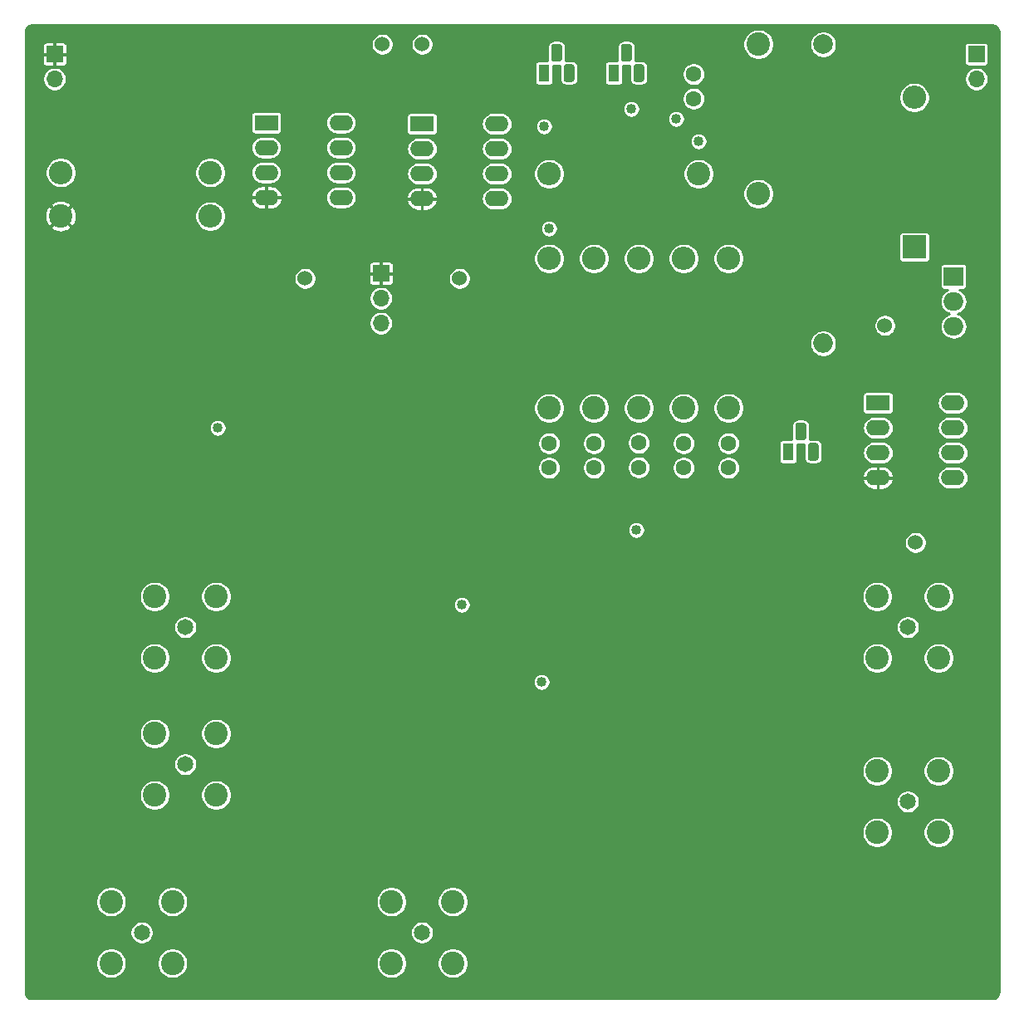
<source format=gbr>
G04 #@! TF.GenerationSoftware,KiCad,Pcbnew,(5.1.5)-3*
G04 #@! TF.CreationDate,2021-07-01T17:41:48-04:00*
G04 #@! TF.ProjectId,AM Mixer and LO Test Board,414d204d-6978-4657-9220-616e64204c4f,rev?*
G04 #@! TF.SameCoordinates,Original*
G04 #@! TF.FileFunction,Copper,L3,Inr*
G04 #@! TF.FilePolarity,Positive*
%FSLAX46Y46*%
G04 Gerber Fmt 4.6, Leading zero omitted, Abs format (unit mm)*
G04 Created by KiCad (PCBNEW (5.1.5)-3) date 2021-07-01 17:41:48*
%MOMM*%
%LPD*%
G04 APERTURE LIST*
%ADD10C,2.400000*%
%ADD11C,1.650000*%
%ADD12O,2.000000X1.905000*%
%ADD13R,2.000000X1.905000*%
%ADD14O,2.400000X2.400000*%
%ADD15R,2.400000X2.400000*%
%ADD16O,1.700000X1.700000*%
%ADD17R,1.700000X1.700000*%
%ADD18O,2.400000X1.600000*%
%ADD19R,2.400000X1.600000*%
%ADD20R,1.100000X1.800000*%
%ADD21C,0.100000*%
%ADD22O,2.000000X2.000000*%
%ADD23C,2.000000*%
%ADD24C,1.600000*%
%ADD25C,1.524000*%
%ADD26C,1.016000*%
%ADD27C,0.250000*%
G04 APERTURE END LIST*
D10*
X99105000Y-146005000D03*
X105365000Y-146005000D03*
X105365000Y-139745000D03*
X99105000Y-139745000D03*
D11*
X102235000Y-142875000D03*
D10*
X127680000Y-146005000D03*
X133940000Y-146005000D03*
X133940000Y-139745000D03*
X127680000Y-139745000D03*
D11*
X130810000Y-142875000D03*
D12*
X185000000Y-81080000D03*
X185000000Y-78540000D03*
D13*
X185000000Y-76000000D03*
D14*
X181000000Y-57760000D03*
D15*
X181000000Y-73000000D03*
D16*
X126619000Y-80772000D03*
X126619000Y-78232000D03*
D17*
X126619000Y-75692000D03*
D16*
X93345000Y-55880000D03*
D17*
X93345000Y-53340000D03*
D16*
X187325000Y-55880000D03*
D17*
X187325000Y-53340000D03*
D18*
X122555000Y-60325000D03*
X114935000Y-67945000D03*
X122555000Y-62865000D03*
X114935000Y-65405000D03*
X122555000Y-65405000D03*
X114935000Y-62865000D03*
X122555000Y-67945000D03*
D19*
X114935000Y-60325000D03*
D18*
X138430000Y-60452000D03*
X130810000Y-68072000D03*
X138430000Y-62992000D03*
X130810000Y-65532000D03*
X138430000Y-65532000D03*
X130810000Y-62992000D03*
X138430000Y-68072000D03*
D19*
X130810000Y-60452000D03*
D18*
X184912000Y-88900000D03*
X177292000Y-96520000D03*
X184912000Y-91440000D03*
X177292000Y-93980000D03*
X184912000Y-93980000D03*
X177292000Y-91440000D03*
X184912000Y-96520000D03*
D19*
X177292000Y-88900000D03*
D14*
X93980000Y-65405000D03*
D10*
X109220000Y-65405000D03*
D14*
X109220000Y-69850000D03*
D10*
X93980000Y-69850000D03*
D14*
X143764000Y-65532000D03*
D10*
X159004000Y-65532000D03*
D14*
X165100000Y-67564000D03*
D10*
X165100000Y-52324000D03*
D14*
X162052000Y-74168000D03*
D10*
X162052000Y-89408000D03*
D14*
X143764000Y-74168000D03*
D10*
X143764000Y-89408000D03*
D14*
X157480000Y-74168000D03*
D10*
X157480000Y-89408000D03*
D14*
X148336000Y-74168000D03*
D10*
X148336000Y-89408000D03*
D14*
X152908000Y-74168000D03*
D10*
X152908000Y-89408000D03*
D20*
X150368000Y-55264000D03*
G04 #@! TA.AperFunction,ViaPad*
D21*
G36*
X153209955Y-54365324D02*
G01*
X153236650Y-54369284D01*
X153262828Y-54375841D01*
X153288238Y-54384933D01*
X153312634Y-54396472D01*
X153335782Y-54410346D01*
X153357458Y-54426422D01*
X153377454Y-54444546D01*
X153395578Y-54464542D01*
X153411654Y-54486218D01*
X153425528Y-54509366D01*
X153437067Y-54533762D01*
X153446159Y-54559172D01*
X153452716Y-54585350D01*
X153456676Y-54612045D01*
X153458000Y-54639000D01*
X153458000Y-55889000D01*
X153456676Y-55915955D01*
X153452716Y-55942650D01*
X153446159Y-55968828D01*
X153437067Y-55994238D01*
X153425528Y-56018634D01*
X153411654Y-56041782D01*
X153395578Y-56063458D01*
X153377454Y-56083454D01*
X153357458Y-56101578D01*
X153335782Y-56117654D01*
X153312634Y-56131528D01*
X153288238Y-56143067D01*
X153262828Y-56152159D01*
X153236650Y-56158716D01*
X153209955Y-56162676D01*
X153183000Y-56164000D01*
X152633000Y-56164000D01*
X152606045Y-56162676D01*
X152579350Y-56158716D01*
X152553172Y-56152159D01*
X152527762Y-56143067D01*
X152503366Y-56131528D01*
X152480218Y-56117654D01*
X152458542Y-56101578D01*
X152438546Y-56083454D01*
X152420422Y-56063458D01*
X152404346Y-56041782D01*
X152390472Y-56018634D01*
X152378933Y-55994238D01*
X152369841Y-55968828D01*
X152363284Y-55942650D01*
X152359324Y-55915955D01*
X152358000Y-55889000D01*
X152358000Y-54639000D01*
X152359324Y-54612045D01*
X152363284Y-54585350D01*
X152369841Y-54559172D01*
X152378933Y-54533762D01*
X152390472Y-54509366D01*
X152404346Y-54486218D01*
X152420422Y-54464542D01*
X152438546Y-54444546D01*
X152458542Y-54426422D01*
X152480218Y-54410346D01*
X152503366Y-54396472D01*
X152527762Y-54384933D01*
X152553172Y-54375841D01*
X152579350Y-54369284D01*
X152606045Y-54365324D01*
X152633000Y-54364000D01*
X153183000Y-54364000D01*
X153209955Y-54365324D01*
G37*
G04 #@! TD.AperFunction*
G04 #@! TA.AperFunction,ViaPad*
G36*
X151939955Y-52295324D02*
G01*
X151966650Y-52299284D01*
X151992828Y-52305841D01*
X152018238Y-52314933D01*
X152042634Y-52326472D01*
X152065782Y-52340346D01*
X152087458Y-52356422D01*
X152107454Y-52374546D01*
X152125578Y-52394542D01*
X152141654Y-52416218D01*
X152155528Y-52439366D01*
X152167067Y-52463762D01*
X152176159Y-52489172D01*
X152182716Y-52515350D01*
X152186676Y-52542045D01*
X152188000Y-52569000D01*
X152188000Y-53819000D01*
X152186676Y-53845955D01*
X152182716Y-53872650D01*
X152176159Y-53898828D01*
X152167067Y-53924238D01*
X152155528Y-53948634D01*
X152141654Y-53971782D01*
X152125578Y-53993458D01*
X152107454Y-54013454D01*
X152087458Y-54031578D01*
X152065782Y-54047654D01*
X152042634Y-54061528D01*
X152018238Y-54073067D01*
X151992828Y-54082159D01*
X151966650Y-54088716D01*
X151939955Y-54092676D01*
X151913000Y-54094000D01*
X151363000Y-54094000D01*
X151336045Y-54092676D01*
X151309350Y-54088716D01*
X151283172Y-54082159D01*
X151257762Y-54073067D01*
X151233366Y-54061528D01*
X151210218Y-54047654D01*
X151188542Y-54031578D01*
X151168546Y-54013454D01*
X151150422Y-53993458D01*
X151134346Y-53971782D01*
X151120472Y-53948634D01*
X151108933Y-53924238D01*
X151099841Y-53898828D01*
X151093284Y-53872650D01*
X151089324Y-53845955D01*
X151088000Y-53819000D01*
X151088000Y-52569000D01*
X151089324Y-52542045D01*
X151093284Y-52515350D01*
X151099841Y-52489172D01*
X151108933Y-52463762D01*
X151120472Y-52439366D01*
X151134346Y-52416218D01*
X151150422Y-52394542D01*
X151168546Y-52374546D01*
X151188542Y-52356422D01*
X151210218Y-52340346D01*
X151233366Y-52326472D01*
X151257762Y-52314933D01*
X151283172Y-52305841D01*
X151309350Y-52299284D01*
X151336045Y-52295324D01*
X151363000Y-52294000D01*
X151913000Y-52294000D01*
X151939955Y-52295324D01*
G37*
G04 #@! TD.AperFunction*
D20*
X143256000Y-55264000D03*
G04 #@! TA.AperFunction,ViaPad*
D21*
G36*
X146097955Y-54365324D02*
G01*
X146124650Y-54369284D01*
X146150828Y-54375841D01*
X146176238Y-54384933D01*
X146200634Y-54396472D01*
X146223782Y-54410346D01*
X146245458Y-54426422D01*
X146265454Y-54444546D01*
X146283578Y-54464542D01*
X146299654Y-54486218D01*
X146313528Y-54509366D01*
X146325067Y-54533762D01*
X146334159Y-54559172D01*
X146340716Y-54585350D01*
X146344676Y-54612045D01*
X146346000Y-54639000D01*
X146346000Y-55889000D01*
X146344676Y-55915955D01*
X146340716Y-55942650D01*
X146334159Y-55968828D01*
X146325067Y-55994238D01*
X146313528Y-56018634D01*
X146299654Y-56041782D01*
X146283578Y-56063458D01*
X146265454Y-56083454D01*
X146245458Y-56101578D01*
X146223782Y-56117654D01*
X146200634Y-56131528D01*
X146176238Y-56143067D01*
X146150828Y-56152159D01*
X146124650Y-56158716D01*
X146097955Y-56162676D01*
X146071000Y-56164000D01*
X145521000Y-56164000D01*
X145494045Y-56162676D01*
X145467350Y-56158716D01*
X145441172Y-56152159D01*
X145415762Y-56143067D01*
X145391366Y-56131528D01*
X145368218Y-56117654D01*
X145346542Y-56101578D01*
X145326546Y-56083454D01*
X145308422Y-56063458D01*
X145292346Y-56041782D01*
X145278472Y-56018634D01*
X145266933Y-55994238D01*
X145257841Y-55968828D01*
X145251284Y-55942650D01*
X145247324Y-55915955D01*
X145246000Y-55889000D01*
X145246000Y-54639000D01*
X145247324Y-54612045D01*
X145251284Y-54585350D01*
X145257841Y-54559172D01*
X145266933Y-54533762D01*
X145278472Y-54509366D01*
X145292346Y-54486218D01*
X145308422Y-54464542D01*
X145326546Y-54444546D01*
X145346542Y-54426422D01*
X145368218Y-54410346D01*
X145391366Y-54396472D01*
X145415762Y-54384933D01*
X145441172Y-54375841D01*
X145467350Y-54369284D01*
X145494045Y-54365324D01*
X145521000Y-54364000D01*
X146071000Y-54364000D01*
X146097955Y-54365324D01*
G37*
G04 #@! TD.AperFunction*
G04 #@! TA.AperFunction,ViaPad*
G36*
X144827955Y-52295324D02*
G01*
X144854650Y-52299284D01*
X144880828Y-52305841D01*
X144906238Y-52314933D01*
X144930634Y-52326472D01*
X144953782Y-52340346D01*
X144975458Y-52356422D01*
X144995454Y-52374546D01*
X145013578Y-52394542D01*
X145029654Y-52416218D01*
X145043528Y-52439366D01*
X145055067Y-52463762D01*
X145064159Y-52489172D01*
X145070716Y-52515350D01*
X145074676Y-52542045D01*
X145076000Y-52569000D01*
X145076000Y-53819000D01*
X145074676Y-53845955D01*
X145070716Y-53872650D01*
X145064159Y-53898828D01*
X145055067Y-53924238D01*
X145043528Y-53948634D01*
X145029654Y-53971782D01*
X145013578Y-53993458D01*
X144995454Y-54013454D01*
X144975458Y-54031578D01*
X144953782Y-54047654D01*
X144930634Y-54061528D01*
X144906238Y-54073067D01*
X144880828Y-54082159D01*
X144854650Y-54088716D01*
X144827955Y-54092676D01*
X144801000Y-54094000D01*
X144251000Y-54094000D01*
X144224045Y-54092676D01*
X144197350Y-54088716D01*
X144171172Y-54082159D01*
X144145762Y-54073067D01*
X144121366Y-54061528D01*
X144098218Y-54047654D01*
X144076542Y-54031578D01*
X144056546Y-54013454D01*
X144038422Y-53993458D01*
X144022346Y-53971782D01*
X144008472Y-53948634D01*
X143996933Y-53924238D01*
X143987841Y-53898828D01*
X143981284Y-53872650D01*
X143977324Y-53845955D01*
X143976000Y-53819000D01*
X143976000Y-52569000D01*
X143977324Y-52542045D01*
X143981284Y-52515350D01*
X143987841Y-52489172D01*
X143996933Y-52463762D01*
X144008472Y-52439366D01*
X144022346Y-52416218D01*
X144038422Y-52394542D01*
X144056546Y-52374546D01*
X144076542Y-52356422D01*
X144098218Y-52340346D01*
X144121366Y-52326472D01*
X144145762Y-52314933D01*
X144171172Y-52305841D01*
X144197350Y-52299284D01*
X144224045Y-52295324D01*
X144251000Y-52294000D01*
X144801000Y-52294000D01*
X144827955Y-52295324D01*
G37*
G04 #@! TD.AperFunction*
D20*
X168148000Y-93872000D03*
G04 #@! TA.AperFunction,ViaPad*
D21*
G36*
X170989955Y-92973324D02*
G01*
X171016650Y-92977284D01*
X171042828Y-92983841D01*
X171068238Y-92992933D01*
X171092634Y-93004472D01*
X171115782Y-93018346D01*
X171137458Y-93034422D01*
X171157454Y-93052546D01*
X171175578Y-93072542D01*
X171191654Y-93094218D01*
X171205528Y-93117366D01*
X171217067Y-93141762D01*
X171226159Y-93167172D01*
X171232716Y-93193350D01*
X171236676Y-93220045D01*
X171238000Y-93247000D01*
X171238000Y-94497000D01*
X171236676Y-94523955D01*
X171232716Y-94550650D01*
X171226159Y-94576828D01*
X171217067Y-94602238D01*
X171205528Y-94626634D01*
X171191654Y-94649782D01*
X171175578Y-94671458D01*
X171157454Y-94691454D01*
X171137458Y-94709578D01*
X171115782Y-94725654D01*
X171092634Y-94739528D01*
X171068238Y-94751067D01*
X171042828Y-94760159D01*
X171016650Y-94766716D01*
X170989955Y-94770676D01*
X170963000Y-94772000D01*
X170413000Y-94772000D01*
X170386045Y-94770676D01*
X170359350Y-94766716D01*
X170333172Y-94760159D01*
X170307762Y-94751067D01*
X170283366Y-94739528D01*
X170260218Y-94725654D01*
X170238542Y-94709578D01*
X170218546Y-94691454D01*
X170200422Y-94671458D01*
X170184346Y-94649782D01*
X170170472Y-94626634D01*
X170158933Y-94602238D01*
X170149841Y-94576828D01*
X170143284Y-94550650D01*
X170139324Y-94523955D01*
X170138000Y-94497000D01*
X170138000Y-93247000D01*
X170139324Y-93220045D01*
X170143284Y-93193350D01*
X170149841Y-93167172D01*
X170158933Y-93141762D01*
X170170472Y-93117366D01*
X170184346Y-93094218D01*
X170200422Y-93072542D01*
X170218546Y-93052546D01*
X170238542Y-93034422D01*
X170260218Y-93018346D01*
X170283366Y-93004472D01*
X170307762Y-92992933D01*
X170333172Y-92983841D01*
X170359350Y-92977284D01*
X170386045Y-92973324D01*
X170413000Y-92972000D01*
X170963000Y-92972000D01*
X170989955Y-92973324D01*
G37*
G04 #@! TD.AperFunction*
G04 #@! TA.AperFunction,ViaPad*
G36*
X169719955Y-90903324D02*
G01*
X169746650Y-90907284D01*
X169772828Y-90913841D01*
X169798238Y-90922933D01*
X169822634Y-90934472D01*
X169845782Y-90948346D01*
X169867458Y-90964422D01*
X169887454Y-90982546D01*
X169905578Y-91002542D01*
X169921654Y-91024218D01*
X169935528Y-91047366D01*
X169947067Y-91071762D01*
X169956159Y-91097172D01*
X169962716Y-91123350D01*
X169966676Y-91150045D01*
X169968000Y-91177000D01*
X169968000Y-92427000D01*
X169966676Y-92453955D01*
X169962716Y-92480650D01*
X169956159Y-92506828D01*
X169947067Y-92532238D01*
X169935528Y-92556634D01*
X169921654Y-92579782D01*
X169905578Y-92601458D01*
X169887454Y-92621454D01*
X169867458Y-92639578D01*
X169845782Y-92655654D01*
X169822634Y-92669528D01*
X169798238Y-92681067D01*
X169772828Y-92690159D01*
X169746650Y-92696716D01*
X169719955Y-92700676D01*
X169693000Y-92702000D01*
X169143000Y-92702000D01*
X169116045Y-92700676D01*
X169089350Y-92696716D01*
X169063172Y-92690159D01*
X169037762Y-92681067D01*
X169013366Y-92669528D01*
X168990218Y-92655654D01*
X168968542Y-92639578D01*
X168948546Y-92621454D01*
X168930422Y-92601458D01*
X168914346Y-92579782D01*
X168900472Y-92556634D01*
X168888933Y-92532238D01*
X168879841Y-92506828D01*
X168873284Y-92480650D01*
X168869324Y-92453955D01*
X168868000Y-92427000D01*
X168868000Y-91177000D01*
X168869324Y-91150045D01*
X168873284Y-91123350D01*
X168879841Y-91097172D01*
X168888933Y-91071762D01*
X168900472Y-91047366D01*
X168914346Y-91024218D01*
X168930422Y-91002542D01*
X168948546Y-90982546D01*
X168968542Y-90964422D01*
X168990218Y-90948346D01*
X169013366Y-90934472D01*
X169037762Y-90922933D01*
X169063172Y-90913841D01*
X169089350Y-90907284D01*
X169116045Y-90903324D01*
X169143000Y-90902000D01*
X169693000Y-90902000D01*
X169719955Y-90903324D01*
G37*
G04 #@! TD.AperFunction*
D22*
X171704000Y-82804000D03*
D23*
X171704000Y-52324000D03*
D10*
X177210000Y-114890000D03*
X183470000Y-114890000D03*
X183470000Y-108630000D03*
X177210000Y-108630000D03*
D11*
X180340000Y-111760000D03*
D10*
X177210000Y-132670000D03*
X183470000Y-132670000D03*
X183470000Y-126410000D03*
X177210000Y-126410000D03*
D11*
X180340000Y-129540000D03*
D10*
X103550000Y-128860000D03*
X109810000Y-128860000D03*
X109810000Y-122600000D03*
X103550000Y-122600000D03*
D11*
X106680000Y-125730000D03*
D10*
X109810000Y-114890000D03*
X109810000Y-108630000D03*
X103550000Y-108630000D03*
X103550000Y-114890000D03*
D11*
X106680000Y-111760000D03*
D24*
X162052000Y-93004000D03*
X162052000Y-95504000D03*
X158496000Y-57872000D03*
X158496000Y-55372000D03*
X143764000Y-93004000D03*
X143764000Y-95504000D03*
X157480000Y-93004000D03*
X157480000Y-95504000D03*
X148336000Y-93004000D03*
X148336000Y-95504000D03*
X152908000Y-92964000D03*
X152908000Y-95464000D03*
D25*
X134620000Y-76200000D03*
X118872000Y-76200000D03*
X181102000Y-103124000D03*
X126746000Y-52324000D03*
D26*
X152146000Y-58928000D03*
X143764000Y-71120000D03*
X143256000Y-60706000D03*
X143002000Y-117348000D03*
X134874000Y-109474000D03*
D25*
X130810000Y-52324000D03*
D26*
X109982000Y-91440000D03*
X152654000Y-101854000D03*
D25*
X178000000Y-81000000D03*
D26*
X159004000Y-62230000D03*
X156718000Y-59944000D03*
D27*
G36*
X189116167Y-50413309D02*
G01*
X189227913Y-50447047D01*
X189330971Y-50501843D01*
X189421430Y-50575620D01*
X189495832Y-50665556D01*
X189551350Y-50768236D01*
X189585865Y-50879735D01*
X189600000Y-51014214D01*
X189600001Y-148980426D01*
X189586691Y-149116167D01*
X189552953Y-149227912D01*
X189498156Y-149330972D01*
X189424380Y-149421430D01*
X189334444Y-149495832D01*
X189231764Y-149551350D01*
X189120265Y-149585865D01*
X188985785Y-149600000D01*
X91019564Y-149600000D01*
X90883833Y-149586691D01*
X90772088Y-149552953D01*
X90669028Y-149498156D01*
X90578570Y-149424380D01*
X90504168Y-149334444D01*
X90448650Y-149231764D01*
X90414135Y-149120265D01*
X90400000Y-148985785D01*
X90400000Y-145849482D01*
X97526000Y-145849482D01*
X97526000Y-146160518D01*
X97586680Y-146465577D01*
X97705708Y-146752937D01*
X97878511Y-147011554D01*
X98098446Y-147231489D01*
X98357063Y-147404292D01*
X98644423Y-147523320D01*
X98949482Y-147584000D01*
X99260518Y-147584000D01*
X99565577Y-147523320D01*
X99852937Y-147404292D01*
X100111554Y-147231489D01*
X100331489Y-147011554D01*
X100504292Y-146752937D01*
X100623320Y-146465577D01*
X100684000Y-146160518D01*
X100684000Y-145849482D01*
X103786000Y-145849482D01*
X103786000Y-146160518D01*
X103846680Y-146465577D01*
X103965708Y-146752937D01*
X104138511Y-147011554D01*
X104358446Y-147231489D01*
X104617063Y-147404292D01*
X104904423Y-147523320D01*
X105209482Y-147584000D01*
X105520518Y-147584000D01*
X105825577Y-147523320D01*
X106112937Y-147404292D01*
X106371554Y-147231489D01*
X106591489Y-147011554D01*
X106764292Y-146752937D01*
X106883320Y-146465577D01*
X106944000Y-146160518D01*
X106944000Y-145849482D01*
X126101000Y-145849482D01*
X126101000Y-146160518D01*
X126161680Y-146465577D01*
X126280708Y-146752937D01*
X126453511Y-147011554D01*
X126673446Y-147231489D01*
X126932063Y-147404292D01*
X127219423Y-147523320D01*
X127524482Y-147584000D01*
X127835518Y-147584000D01*
X128140577Y-147523320D01*
X128427937Y-147404292D01*
X128686554Y-147231489D01*
X128906489Y-147011554D01*
X129079292Y-146752937D01*
X129198320Y-146465577D01*
X129259000Y-146160518D01*
X129259000Y-145849482D01*
X132361000Y-145849482D01*
X132361000Y-146160518D01*
X132421680Y-146465577D01*
X132540708Y-146752937D01*
X132713511Y-147011554D01*
X132933446Y-147231489D01*
X133192063Y-147404292D01*
X133479423Y-147523320D01*
X133784482Y-147584000D01*
X134095518Y-147584000D01*
X134400577Y-147523320D01*
X134687937Y-147404292D01*
X134946554Y-147231489D01*
X135166489Y-147011554D01*
X135339292Y-146752937D01*
X135458320Y-146465577D01*
X135519000Y-146160518D01*
X135519000Y-145849482D01*
X135458320Y-145544423D01*
X135339292Y-145257063D01*
X135166489Y-144998446D01*
X134946554Y-144778511D01*
X134687937Y-144605708D01*
X134400577Y-144486680D01*
X134095518Y-144426000D01*
X133784482Y-144426000D01*
X133479423Y-144486680D01*
X133192063Y-144605708D01*
X132933446Y-144778511D01*
X132713511Y-144998446D01*
X132540708Y-145257063D01*
X132421680Y-145544423D01*
X132361000Y-145849482D01*
X129259000Y-145849482D01*
X129198320Y-145544423D01*
X129079292Y-145257063D01*
X128906489Y-144998446D01*
X128686554Y-144778511D01*
X128427937Y-144605708D01*
X128140577Y-144486680D01*
X127835518Y-144426000D01*
X127524482Y-144426000D01*
X127219423Y-144486680D01*
X126932063Y-144605708D01*
X126673446Y-144778511D01*
X126453511Y-144998446D01*
X126280708Y-145257063D01*
X126161680Y-145544423D01*
X126101000Y-145849482D01*
X106944000Y-145849482D01*
X106883320Y-145544423D01*
X106764292Y-145257063D01*
X106591489Y-144998446D01*
X106371554Y-144778511D01*
X106112937Y-144605708D01*
X105825577Y-144486680D01*
X105520518Y-144426000D01*
X105209482Y-144426000D01*
X104904423Y-144486680D01*
X104617063Y-144605708D01*
X104358446Y-144778511D01*
X104138511Y-144998446D01*
X103965708Y-145257063D01*
X103846680Y-145544423D01*
X103786000Y-145849482D01*
X100684000Y-145849482D01*
X100623320Y-145544423D01*
X100504292Y-145257063D01*
X100331489Y-144998446D01*
X100111554Y-144778511D01*
X99852937Y-144605708D01*
X99565577Y-144486680D01*
X99260518Y-144426000D01*
X98949482Y-144426000D01*
X98644423Y-144486680D01*
X98357063Y-144605708D01*
X98098446Y-144778511D01*
X97878511Y-144998446D01*
X97705708Y-145257063D01*
X97586680Y-145544423D01*
X97526000Y-145849482D01*
X90400000Y-145849482D01*
X90400000Y-142756416D01*
X101031000Y-142756416D01*
X101031000Y-142993584D01*
X101077269Y-143226194D01*
X101168029Y-143445308D01*
X101299792Y-143642505D01*
X101467495Y-143810208D01*
X101664692Y-143941971D01*
X101883806Y-144032731D01*
X102116416Y-144079000D01*
X102353584Y-144079000D01*
X102586194Y-144032731D01*
X102805308Y-143941971D01*
X103002505Y-143810208D01*
X103170208Y-143642505D01*
X103301971Y-143445308D01*
X103392731Y-143226194D01*
X103439000Y-142993584D01*
X103439000Y-142756416D01*
X129606000Y-142756416D01*
X129606000Y-142993584D01*
X129652269Y-143226194D01*
X129743029Y-143445308D01*
X129874792Y-143642505D01*
X130042495Y-143810208D01*
X130239692Y-143941971D01*
X130458806Y-144032731D01*
X130691416Y-144079000D01*
X130928584Y-144079000D01*
X131161194Y-144032731D01*
X131380308Y-143941971D01*
X131577505Y-143810208D01*
X131745208Y-143642505D01*
X131876971Y-143445308D01*
X131967731Y-143226194D01*
X132014000Y-142993584D01*
X132014000Y-142756416D01*
X131967731Y-142523806D01*
X131876971Y-142304692D01*
X131745208Y-142107495D01*
X131577505Y-141939792D01*
X131380308Y-141808029D01*
X131161194Y-141717269D01*
X130928584Y-141671000D01*
X130691416Y-141671000D01*
X130458806Y-141717269D01*
X130239692Y-141808029D01*
X130042495Y-141939792D01*
X129874792Y-142107495D01*
X129743029Y-142304692D01*
X129652269Y-142523806D01*
X129606000Y-142756416D01*
X103439000Y-142756416D01*
X103392731Y-142523806D01*
X103301971Y-142304692D01*
X103170208Y-142107495D01*
X103002505Y-141939792D01*
X102805308Y-141808029D01*
X102586194Y-141717269D01*
X102353584Y-141671000D01*
X102116416Y-141671000D01*
X101883806Y-141717269D01*
X101664692Y-141808029D01*
X101467495Y-141939792D01*
X101299792Y-142107495D01*
X101168029Y-142304692D01*
X101077269Y-142523806D01*
X101031000Y-142756416D01*
X90400000Y-142756416D01*
X90400000Y-139589482D01*
X97526000Y-139589482D01*
X97526000Y-139900518D01*
X97586680Y-140205577D01*
X97705708Y-140492937D01*
X97878511Y-140751554D01*
X98098446Y-140971489D01*
X98357063Y-141144292D01*
X98644423Y-141263320D01*
X98949482Y-141324000D01*
X99260518Y-141324000D01*
X99565577Y-141263320D01*
X99852937Y-141144292D01*
X100111554Y-140971489D01*
X100331489Y-140751554D01*
X100504292Y-140492937D01*
X100623320Y-140205577D01*
X100684000Y-139900518D01*
X100684000Y-139589482D01*
X103786000Y-139589482D01*
X103786000Y-139900518D01*
X103846680Y-140205577D01*
X103965708Y-140492937D01*
X104138511Y-140751554D01*
X104358446Y-140971489D01*
X104617063Y-141144292D01*
X104904423Y-141263320D01*
X105209482Y-141324000D01*
X105520518Y-141324000D01*
X105825577Y-141263320D01*
X106112937Y-141144292D01*
X106371554Y-140971489D01*
X106591489Y-140751554D01*
X106764292Y-140492937D01*
X106883320Y-140205577D01*
X106944000Y-139900518D01*
X106944000Y-139589482D01*
X126101000Y-139589482D01*
X126101000Y-139900518D01*
X126161680Y-140205577D01*
X126280708Y-140492937D01*
X126453511Y-140751554D01*
X126673446Y-140971489D01*
X126932063Y-141144292D01*
X127219423Y-141263320D01*
X127524482Y-141324000D01*
X127835518Y-141324000D01*
X128140577Y-141263320D01*
X128427937Y-141144292D01*
X128686554Y-140971489D01*
X128906489Y-140751554D01*
X129079292Y-140492937D01*
X129198320Y-140205577D01*
X129259000Y-139900518D01*
X129259000Y-139589482D01*
X132361000Y-139589482D01*
X132361000Y-139900518D01*
X132421680Y-140205577D01*
X132540708Y-140492937D01*
X132713511Y-140751554D01*
X132933446Y-140971489D01*
X133192063Y-141144292D01*
X133479423Y-141263320D01*
X133784482Y-141324000D01*
X134095518Y-141324000D01*
X134400577Y-141263320D01*
X134687937Y-141144292D01*
X134946554Y-140971489D01*
X135166489Y-140751554D01*
X135339292Y-140492937D01*
X135458320Y-140205577D01*
X135519000Y-139900518D01*
X135519000Y-139589482D01*
X135458320Y-139284423D01*
X135339292Y-138997063D01*
X135166489Y-138738446D01*
X134946554Y-138518511D01*
X134687937Y-138345708D01*
X134400577Y-138226680D01*
X134095518Y-138166000D01*
X133784482Y-138166000D01*
X133479423Y-138226680D01*
X133192063Y-138345708D01*
X132933446Y-138518511D01*
X132713511Y-138738446D01*
X132540708Y-138997063D01*
X132421680Y-139284423D01*
X132361000Y-139589482D01*
X129259000Y-139589482D01*
X129198320Y-139284423D01*
X129079292Y-138997063D01*
X128906489Y-138738446D01*
X128686554Y-138518511D01*
X128427937Y-138345708D01*
X128140577Y-138226680D01*
X127835518Y-138166000D01*
X127524482Y-138166000D01*
X127219423Y-138226680D01*
X126932063Y-138345708D01*
X126673446Y-138518511D01*
X126453511Y-138738446D01*
X126280708Y-138997063D01*
X126161680Y-139284423D01*
X126101000Y-139589482D01*
X106944000Y-139589482D01*
X106883320Y-139284423D01*
X106764292Y-138997063D01*
X106591489Y-138738446D01*
X106371554Y-138518511D01*
X106112937Y-138345708D01*
X105825577Y-138226680D01*
X105520518Y-138166000D01*
X105209482Y-138166000D01*
X104904423Y-138226680D01*
X104617063Y-138345708D01*
X104358446Y-138518511D01*
X104138511Y-138738446D01*
X103965708Y-138997063D01*
X103846680Y-139284423D01*
X103786000Y-139589482D01*
X100684000Y-139589482D01*
X100623320Y-139284423D01*
X100504292Y-138997063D01*
X100331489Y-138738446D01*
X100111554Y-138518511D01*
X99852937Y-138345708D01*
X99565577Y-138226680D01*
X99260518Y-138166000D01*
X98949482Y-138166000D01*
X98644423Y-138226680D01*
X98357063Y-138345708D01*
X98098446Y-138518511D01*
X97878511Y-138738446D01*
X97705708Y-138997063D01*
X97586680Y-139284423D01*
X97526000Y-139589482D01*
X90400000Y-139589482D01*
X90400000Y-132514482D01*
X175631000Y-132514482D01*
X175631000Y-132825518D01*
X175691680Y-133130577D01*
X175810708Y-133417937D01*
X175983511Y-133676554D01*
X176203446Y-133896489D01*
X176462063Y-134069292D01*
X176749423Y-134188320D01*
X177054482Y-134249000D01*
X177365518Y-134249000D01*
X177670577Y-134188320D01*
X177957937Y-134069292D01*
X178216554Y-133896489D01*
X178436489Y-133676554D01*
X178609292Y-133417937D01*
X178728320Y-133130577D01*
X178789000Y-132825518D01*
X178789000Y-132514482D01*
X181891000Y-132514482D01*
X181891000Y-132825518D01*
X181951680Y-133130577D01*
X182070708Y-133417937D01*
X182243511Y-133676554D01*
X182463446Y-133896489D01*
X182722063Y-134069292D01*
X183009423Y-134188320D01*
X183314482Y-134249000D01*
X183625518Y-134249000D01*
X183930577Y-134188320D01*
X184217937Y-134069292D01*
X184476554Y-133896489D01*
X184696489Y-133676554D01*
X184869292Y-133417937D01*
X184988320Y-133130577D01*
X185049000Y-132825518D01*
X185049000Y-132514482D01*
X184988320Y-132209423D01*
X184869292Y-131922063D01*
X184696489Y-131663446D01*
X184476554Y-131443511D01*
X184217937Y-131270708D01*
X183930577Y-131151680D01*
X183625518Y-131091000D01*
X183314482Y-131091000D01*
X183009423Y-131151680D01*
X182722063Y-131270708D01*
X182463446Y-131443511D01*
X182243511Y-131663446D01*
X182070708Y-131922063D01*
X181951680Y-132209423D01*
X181891000Y-132514482D01*
X178789000Y-132514482D01*
X178728320Y-132209423D01*
X178609292Y-131922063D01*
X178436489Y-131663446D01*
X178216554Y-131443511D01*
X177957937Y-131270708D01*
X177670577Y-131151680D01*
X177365518Y-131091000D01*
X177054482Y-131091000D01*
X176749423Y-131151680D01*
X176462063Y-131270708D01*
X176203446Y-131443511D01*
X175983511Y-131663446D01*
X175810708Y-131922063D01*
X175691680Y-132209423D01*
X175631000Y-132514482D01*
X90400000Y-132514482D01*
X90400000Y-128704482D01*
X101971000Y-128704482D01*
X101971000Y-129015518D01*
X102031680Y-129320577D01*
X102150708Y-129607937D01*
X102323511Y-129866554D01*
X102543446Y-130086489D01*
X102802063Y-130259292D01*
X103089423Y-130378320D01*
X103394482Y-130439000D01*
X103705518Y-130439000D01*
X104010577Y-130378320D01*
X104297937Y-130259292D01*
X104556554Y-130086489D01*
X104776489Y-129866554D01*
X104949292Y-129607937D01*
X105068320Y-129320577D01*
X105129000Y-129015518D01*
X105129000Y-128704482D01*
X108231000Y-128704482D01*
X108231000Y-129015518D01*
X108291680Y-129320577D01*
X108410708Y-129607937D01*
X108583511Y-129866554D01*
X108803446Y-130086489D01*
X109062063Y-130259292D01*
X109349423Y-130378320D01*
X109654482Y-130439000D01*
X109965518Y-130439000D01*
X110270577Y-130378320D01*
X110557937Y-130259292D01*
X110816554Y-130086489D01*
X111036489Y-129866554D01*
X111209292Y-129607937D01*
X111286551Y-129421416D01*
X179136000Y-129421416D01*
X179136000Y-129658584D01*
X179182269Y-129891194D01*
X179273029Y-130110308D01*
X179404792Y-130307505D01*
X179572495Y-130475208D01*
X179769692Y-130606971D01*
X179988806Y-130697731D01*
X180221416Y-130744000D01*
X180458584Y-130744000D01*
X180691194Y-130697731D01*
X180910308Y-130606971D01*
X181107505Y-130475208D01*
X181275208Y-130307505D01*
X181406971Y-130110308D01*
X181497731Y-129891194D01*
X181544000Y-129658584D01*
X181544000Y-129421416D01*
X181497731Y-129188806D01*
X181406971Y-128969692D01*
X181275208Y-128772495D01*
X181107505Y-128604792D01*
X180910308Y-128473029D01*
X180691194Y-128382269D01*
X180458584Y-128336000D01*
X180221416Y-128336000D01*
X179988806Y-128382269D01*
X179769692Y-128473029D01*
X179572495Y-128604792D01*
X179404792Y-128772495D01*
X179273029Y-128969692D01*
X179182269Y-129188806D01*
X179136000Y-129421416D01*
X111286551Y-129421416D01*
X111328320Y-129320577D01*
X111389000Y-129015518D01*
X111389000Y-128704482D01*
X111328320Y-128399423D01*
X111209292Y-128112063D01*
X111036489Y-127853446D01*
X110816554Y-127633511D01*
X110557937Y-127460708D01*
X110270577Y-127341680D01*
X109965518Y-127281000D01*
X109654482Y-127281000D01*
X109349423Y-127341680D01*
X109062063Y-127460708D01*
X108803446Y-127633511D01*
X108583511Y-127853446D01*
X108410708Y-128112063D01*
X108291680Y-128399423D01*
X108231000Y-128704482D01*
X105129000Y-128704482D01*
X105068320Y-128399423D01*
X104949292Y-128112063D01*
X104776489Y-127853446D01*
X104556554Y-127633511D01*
X104297937Y-127460708D01*
X104010577Y-127341680D01*
X103705518Y-127281000D01*
X103394482Y-127281000D01*
X103089423Y-127341680D01*
X102802063Y-127460708D01*
X102543446Y-127633511D01*
X102323511Y-127853446D01*
X102150708Y-128112063D01*
X102031680Y-128399423D01*
X101971000Y-128704482D01*
X90400000Y-128704482D01*
X90400000Y-125611416D01*
X105476000Y-125611416D01*
X105476000Y-125848584D01*
X105522269Y-126081194D01*
X105613029Y-126300308D01*
X105744792Y-126497505D01*
X105912495Y-126665208D01*
X106109692Y-126796971D01*
X106328806Y-126887731D01*
X106561416Y-126934000D01*
X106798584Y-126934000D01*
X107031194Y-126887731D01*
X107250308Y-126796971D01*
X107447505Y-126665208D01*
X107615208Y-126497505D01*
X107746971Y-126300308D01*
X107765952Y-126254482D01*
X175631000Y-126254482D01*
X175631000Y-126565518D01*
X175691680Y-126870577D01*
X175810708Y-127157937D01*
X175983511Y-127416554D01*
X176203446Y-127636489D01*
X176462063Y-127809292D01*
X176749423Y-127928320D01*
X177054482Y-127989000D01*
X177365518Y-127989000D01*
X177670577Y-127928320D01*
X177957937Y-127809292D01*
X178216554Y-127636489D01*
X178436489Y-127416554D01*
X178609292Y-127157937D01*
X178728320Y-126870577D01*
X178789000Y-126565518D01*
X178789000Y-126254482D01*
X181891000Y-126254482D01*
X181891000Y-126565518D01*
X181951680Y-126870577D01*
X182070708Y-127157937D01*
X182243511Y-127416554D01*
X182463446Y-127636489D01*
X182722063Y-127809292D01*
X183009423Y-127928320D01*
X183314482Y-127989000D01*
X183625518Y-127989000D01*
X183930577Y-127928320D01*
X184217937Y-127809292D01*
X184476554Y-127636489D01*
X184696489Y-127416554D01*
X184869292Y-127157937D01*
X184988320Y-126870577D01*
X185049000Y-126565518D01*
X185049000Y-126254482D01*
X184988320Y-125949423D01*
X184869292Y-125662063D01*
X184696489Y-125403446D01*
X184476554Y-125183511D01*
X184217937Y-125010708D01*
X183930577Y-124891680D01*
X183625518Y-124831000D01*
X183314482Y-124831000D01*
X183009423Y-124891680D01*
X182722063Y-125010708D01*
X182463446Y-125183511D01*
X182243511Y-125403446D01*
X182070708Y-125662063D01*
X181951680Y-125949423D01*
X181891000Y-126254482D01*
X178789000Y-126254482D01*
X178728320Y-125949423D01*
X178609292Y-125662063D01*
X178436489Y-125403446D01*
X178216554Y-125183511D01*
X177957937Y-125010708D01*
X177670577Y-124891680D01*
X177365518Y-124831000D01*
X177054482Y-124831000D01*
X176749423Y-124891680D01*
X176462063Y-125010708D01*
X176203446Y-125183511D01*
X175983511Y-125403446D01*
X175810708Y-125662063D01*
X175691680Y-125949423D01*
X175631000Y-126254482D01*
X107765952Y-126254482D01*
X107837731Y-126081194D01*
X107884000Y-125848584D01*
X107884000Y-125611416D01*
X107837731Y-125378806D01*
X107746971Y-125159692D01*
X107615208Y-124962495D01*
X107447505Y-124794792D01*
X107250308Y-124663029D01*
X107031194Y-124572269D01*
X106798584Y-124526000D01*
X106561416Y-124526000D01*
X106328806Y-124572269D01*
X106109692Y-124663029D01*
X105912495Y-124794792D01*
X105744792Y-124962495D01*
X105613029Y-125159692D01*
X105522269Y-125378806D01*
X105476000Y-125611416D01*
X90400000Y-125611416D01*
X90400000Y-122444482D01*
X101971000Y-122444482D01*
X101971000Y-122755518D01*
X102031680Y-123060577D01*
X102150708Y-123347937D01*
X102323511Y-123606554D01*
X102543446Y-123826489D01*
X102802063Y-123999292D01*
X103089423Y-124118320D01*
X103394482Y-124179000D01*
X103705518Y-124179000D01*
X104010577Y-124118320D01*
X104297937Y-123999292D01*
X104556554Y-123826489D01*
X104776489Y-123606554D01*
X104949292Y-123347937D01*
X105068320Y-123060577D01*
X105129000Y-122755518D01*
X105129000Y-122444482D01*
X108231000Y-122444482D01*
X108231000Y-122755518D01*
X108291680Y-123060577D01*
X108410708Y-123347937D01*
X108583511Y-123606554D01*
X108803446Y-123826489D01*
X109062063Y-123999292D01*
X109349423Y-124118320D01*
X109654482Y-124179000D01*
X109965518Y-124179000D01*
X110270577Y-124118320D01*
X110557937Y-123999292D01*
X110816554Y-123826489D01*
X111036489Y-123606554D01*
X111209292Y-123347937D01*
X111328320Y-123060577D01*
X111389000Y-122755518D01*
X111389000Y-122444482D01*
X111328320Y-122139423D01*
X111209292Y-121852063D01*
X111036489Y-121593446D01*
X110816554Y-121373511D01*
X110557937Y-121200708D01*
X110270577Y-121081680D01*
X109965518Y-121021000D01*
X109654482Y-121021000D01*
X109349423Y-121081680D01*
X109062063Y-121200708D01*
X108803446Y-121373511D01*
X108583511Y-121593446D01*
X108410708Y-121852063D01*
X108291680Y-122139423D01*
X108231000Y-122444482D01*
X105129000Y-122444482D01*
X105068320Y-122139423D01*
X104949292Y-121852063D01*
X104776489Y-121593446D01*
X104556554Y-121373511D01*
X104297937Y-121200708D01*
X104010577Y-121081680D01*
X103705518Y-121021000D01*
X103394482Y-121021000D01*
X103089423Y-121081680D01*
X102802063Y-121200708D01*
X102543446Y-121373511D01*
X102323511Y-121593446D01*
X102150708Y-121852063D01*
X102031680Y-122139423D01*
X101971000Y-122444482D01*
X90400000Y-122444482D01*
X90400000Y-117260638D01*
X142115000Y-117260638D01*
X142115000Y-117435362D01*
X142149087Y-117606728D01*
X142215951Y-117768152D01*
X142313022Y-117913430D01*
X142436570Y-118036978D01*
X142581848Y-118134049D01*
X142743272Y-118200913D01*
X142914638Y-118235000D01*
X143089362Y-118235000D01*
X143260728Y-118200913D01*
X143422152Y-118134049D01*
X143567430Y-118036978D01*
X143690978Y-117913430D01*
X143788049Y-117768152D01*
X143854913Y-117606728D01*
X143889000Y-117435362D01*
X143889000Y-117260638D01*
X143854913Y-117089272D01*
X143788049Y-116927848D01*
X143690978Y-116782570D01*
X143567430Y-116659022D01*
X143422152Y-116561951D01*
X143260728Y-116495087D01*
X143089362Y-116461000D01*
X142914638Y-116461000D01*
X142743272Y-116495087D01*
X142581848Y-116561951D01*
X142436570Y-116659022D01*
X142313022Y-116782570D01*
X142215951Y-116927848D01*
X142149087Y-117089272D01*
X142115000Y-117260638D01*
X90400000Y-117260638D01*
X90400000Y-114734482D01*
X101971000Y-114734482D01*
X101971000Y-115045518D01*
X102031680Y-115350577D01*
X102150708Y-115637937D01*
X102323511Y-115896554D01*
X102543446Y-116116489D01*
X102802063Y-116289292D01*
X103089423Y-116408320D01*
X103394482Y-116469000D01*
X103705518Y-116469000D01*
X104010577Y-116408320D01*
X104297937Y-116289292D01*
X104556554Y-116116489D01*
X104776489Y-115896554D01*
X104949292Y-115637937D01*
X105068320Y-115350577D01*
X105129000Y-115045518D01*
X105129000Y-114734482D01*
X108231000Y-114734482D01*
X108231000Y-115045518D01*
X108291680Y-115350577D01*
X108410708Y-115637937D01*
X108583511Y-115896554D01*
X108803446Y-116116489D01*
X109062063Y-116289292D01*
X109349423Y-116408320D01*
X109654482Y-116469000D01*
X109965518Y-116469000D01*
X110270577Y-116408320D01*
X110557937Y-116289292D01*
X110816554Y-116116489D01*
X111036489Y-115896554D01*
X111209292Y-115637937D01*
X111328320Y-115350577D01*
X111389000Y-115045518D01*
X111389000Y-114734482D01*
X175631000Y-114734482D01*
X175631000Y-115045518D01*
X175691680Y-115350577D01*
X175810708Y-115637937D01*
X175983511Y-115896554D01*
X176203446Y-116116489D01*
X176462063Y-116289292D01*
X176749423Y-116408320D01*
X177054482Y-116469000D01*
X177365518Y-116469000D01*
X177670577Y-116408320D01*
X177957937Y-116289292D01*
X178216554Y-116116489D01*
X178436489Y-115896554D01*
X178609292Y-115637937D01*
X178728320Y-115350577D01*
X178789000Y-115045518D01*
X178789000Y-114734482D01*
X181891000Y-114734482D01*
X181891000Y-115045518D01*
X181951680Y-115350577D01*
X182070708Y-115637937D01*
X182243511Y-115896554D01*
X182463446Y-116116489D01*
X182722063Y-116289292D01*
X183009423Y-116408320D01*
X183314482Y-116469000D01*
X183625518Y-116469000D01*
X183930577Y-116408320D01*
X184217937Y-116289292D01*
X184476554Y-116116489D01*
X184696489Y-115896554D01*
X184869292Y-115637937D01*
X184988320Y-115350577D01*
X185049000Y-115045518D01*
X185049000Y-114734482D01*
X184988320Y-114429423D01*
X184869292Y-114142063D01*
X184696489Y-113883446D01*
X184476554Y-113663511D01*
X184217937Y-113490708D01*
X183930577Y-113371680D01*
X183625518Y-113311000D01*
X183314482Y-113311000D01*
X183009423Y-113371680D01*
X182722063Y-113490708D01*
X182463446Y-113663511D01*
X182243511Y-113883446D01*
X182070708Y-114142063D01*
X181951680Y-114429423D01*
X181891000Y-114734482D01*
X178789000Y-114734482D01*
X178728320Y-114429423D01*
X178609292Y-114142063D01*
X178436489Y-113883446D01*
X178216554Y-113663511D01*
X177957937Y-113490708D01*
X177670577Y-113371680D01*
X177365518Y-113311000D01*
X177054482Y-113311000D01*
X176749423Y-113371680D01*
X176462063Y-113490708D01*
X176203446Y-113663511D01*
X175983511Y-113883446D01*
X175810708Y-114142063D01*
X175691680Y-114429423D01*
X175631000Y-114734482D01*
X111389000Y-114734482D01*
X111328320Y-114429423D01*
X111209292Y-114142063D01*
X111036489Y-113883446D01*
X110816554Y-113663511D01*
X110557937Y-113490708D01*
X110270577Y-113371680D01*
X109965518Y-113311000D01*
X109654482Y-113311000D01*
X109349423Y-113371680D01*
X109062063Y-113490708D01*
X108803446Y-113663511D01*
X108583511Y-113883446D01*
X108410708Y-114142063D01*
X108291680Y-114429423D01*
X108231000Y-114734482D01*
X105129000Y-114734482D01*
X105068320Y-114429423D01*
X104949292Y-114142063D01*
X104776489Y-113883446D01*
X104556554Y-113663511D01*
X104297937Y-113490708D01*
X104010577Y-113371680D01*
X103705518Y-113311000D01*
X103394482Y-113311000D01*
X103089423Y-113371680D01*
X102802063Y-113490708D01*
X102543446Y-113663511D01*
X102323511Y-113883446D01*
X102150708Y-114142063D01*
X102031680Y-114429423D01*
X101971000Y-114734482D01*
X90400000Y-114734482D01*
X90400000Y-111641416D01*
X105476000Y-111641416D01*
X105476000Y-111878584D01*
X105522269Y-112111194D01*
X105613029Y-112330308D01*
X105744792Y-112527505D01*
X105912495Y-112695208D01*
X106109692Y-112826971D01*
X106328806Y-112917731D01*
X106561416Y-112964000D01*
X106798584Y-112964000D01*
X107031194Y-112917731D01*
X107250308Y-112826971D01*
X107447505Y-112695208D01*
X107615208Y-112527505D01*
X107746971Y-112330308D01*
X107837731Y-112111194D01*
X107884000Y-111878584D01*
X107884000Y-111641416D01*
X179136000Y-111641416D01*
X179136000Y-111878584D01*
X179182269Y-112111194D01*
X179273029Y-112330308D01*
X179404792Y-112527505D01*
X179572495Y-112695208D01*
X179769692Y-112826971D01*
X179988806Y-112917731D01*
X180221416Y-112964000D01*
X180458584Y-112964000D01*
X180691194Y-112917731D01*
X180910308Y-112826971D01*
X181107505Y-112695208D01*
X181275208Y-112527505D01*
X181406971Y-112330308D01*
X181497731Y-112111194D01*
X181544000Y-111878584D01*
X181544000Y-111641416D01*
X181497731Y-111408806D01*
X181406971Y-111189692D01*
X181275208Y-110992495D01*
X181107505Y-110824792D01*
X180910308Y-110693029D01*
X180691194Y-110602269D01*
X180458584Y-110556000D01*
X180221416Y-110556000D01*
X179988806Y-110602269D01*
X179769692Y-110693029D01*
X179572495Y-110824792D01*
X179404792Y-110992495D01*
X179273029Y-111189692D01*
X179182269Y-111408806D01*
X179136000Y-111641416D01*
X107884000Y-111641416D01*
X107837731Y-111408806D01*
X107746971Y-111189692D01*
X107615208Y-110992495D01*
X107447505Y-110824792D01*
X107250308Y-110693029D01*
X107031194Y-110602269D01*
X106798584Y-110556000D01*
X106561416Y-110556000D01*
X106328806Y-110602269D01*
X106109692Y-110693029D01*
X105912495Y-110824792D01*
X105744792Y-110992495D01*
X105613029Y-111189692D01*
X105522269Y-111408806D01*
X105476000Y-111641416D01*
X90400000Y-111641416D01*
X90400000Y-108474482D01*
X101971000Y-108474482D01*
X101971000Y-108785518D01*
X102031680Y-109090577D01*
X102150708Y-109377937D01*
X102323511Y-109636554D01*
X102543446Y-109856489D01*
X102802063Y-110029292D01*
X103089423Y-110148320D01*
X103394482Y-110209000D01*
X103705518Y-110209000D01*
X104010577Y-110148320D01*
X104297937Y-110029292D01*
X104556554Y-109856489D01*
X104776489Y-109636554D01*
X104949292Y-109377937D01*
X105068320Y-109090577D01*
X105129000Y-108785518D01*
X105129000Y-108474482D01*
X108231000Y-108474482D01*
X108231000Y-108785518D01*
X108291680Y-109090577D01*
X108410708Y-109377937D01*
X108583511Y-109636554D01*
X108803446Y-109856489D01*
X109062063Y-110029292D01*
X109349423Y-110148320D01*
X109654482Y-110209000D01*
X109965518Y-110209000D01*
X110270577Y-110148320D01*
X110557937Y-110029292D01*
X110816554Y-109856489D01*
X111036489Y-109636554D01*
X111203478Y-109386638D01*
X133987000Y-109386638D01*
X133987000Y-109561362D01*
X134021087Y-109732728D01*
X134087951Y-109894152D01*
X134185022Y-110039430D01*
X134308570Y-110162978D01*
X134453848Y-110260049D01*
X134615272Y-110326913D01*
X134786638Y-110361000D01*
X134961362Y-110361000D01*
X135132728Y-110326913D01*
X135294152Y-110260049D01*
X135439430Y-110162978D01*
X135562978Y-110039430D01*
X135660049Y-109894152D01*
X135726913Y-109732728D01*
X135761000Y-109561362D01*
X135761000Y-109386638D01*
X135726913Y-109215272D01*
X135660049Y-109053848D01*
X135562978Y-108908570D01*
X135439430Y-108785022D01*
X135294152Y-108687951D01*
X135132728Y-108621087D01*
X134961362Y-108587000D01*
X134786638Y-108587000D01*
X134615272Y-108621087D01*
X134453848Y-108687951D01*
X134308570Y-108785022D01*
X134185022Y-108908570D01*
X134087951Y-109053848D01*
X134021087Y-109215272D01*
X133987000Y-109386638D01*
X111203478Y-109386638D01*
X111209292Y-109377937D01*
X111328320Y-109090577D01*
X111389000Y-108785518D01*
X111389000Y-108474482D01*
X175631000Y-108474482D01*
X175631000Y-108785518D01*
X175691680Y-109090577D01*
X175810708Y-109377937D01*
X175983511Y-109636554D01*
X176203446Y-109856489D01*
X176462063Y-110029292D01*
X176749423Y-110148320D01*
X177054482Y-110209000D01*
X177365518Y-110209000D01*
X177670577Y-110148320D01*
X177957937Y-110029292D01*
X178216554Y-109856489D01*
X178436489Y-109636554D01*
X178609292Y-109377937D01*
X178728320Y-109090577D01*
X178789000Y-108785518D01*
X178789000Y-108474482D01*
X181891000Y-108474482D01*
X181891000Y-108785518D01*
X181951680Y-109090577D01*
X182070708Y-109377937D01*
X182243511Y-109636554D01*
X182463446Y-109856489D01*
X182722063Y-110029292D01*
X183009423Y-110148320D01*
X183314482Y-110209000D01*
X183625518Y-110209000D01*
X183930577Y-110148320D01*
X184217937Y-110029292D01*
X184476554Y-109856489D01*
X184696489Y-109636554D01*
X184869292Y-109377937D01*
X184988320Y-109090577D01*
X185049000Y-108785518D01*
X185049000Y-108474482D01*
X184988320Y-108169423D01*
X184869292Y-107882063D01*
X184696489Y-107623446D01*
X184476554Y-107403511D01*
X184217937Y-107230708D01*
X183930577Y-107111680D01*
X183625518Y-107051000D01*
X183314482Y-107051000D01*
X183009423Y-107111680D01*
X182722063Y-107230708D01*
X182463446Y-107403511D01*
X182243511Y-107623446D01*
X182070708Y-107882063D01*
X181951680Y-108169423D01*
X181891000Y-108474482D01*
X178789000Y-108474482D01*
X178728320Y-108169423D01*
X178609292Y-107882063D01*
X178436489Y-107623446D01*
X178216554Y-107403511D01*
X177957937Y-107230708D01*
X177670577Y-107111680D01*
X177365518Y-107051000D01*
X177054482Y-107051000D01*
X176749423Y-107111680D01*
X176462063Y-107230708D01*
X176203446Y-107403511D01*
X175983511Y-107623446D01*
X175810708Y-107882063D01*
X175691680Y-108169423D01*
X175631000Y-108474482D01*
X111389000Y-108474482D01*
X111328320Y-108169423D01*
X111209292Y-107882063D01*
X111036489Y-107623446D01*
X110816554Y-107403511D01*
X110557937Y-107230708D01*
X110270577Y-107111680D01*
X109965518Y-107051000D01*
X109654482Y-107051000D01*
X109349423Y-107111680D01*
X109062063Y-107230708D01*
X108803446Y-107403511D01*
X108583511Y-107623446D01*
X108410708Y-107882063D01*
X108291680Y-108169423D01*
X108231000Y-108474482D01*
X105129000Y-108474482D01*
X105068320Y-108169423D01*
X104949292Y-107882063D01*
X104776489Y-107623446D01*
X104556554Y-107403511D01*
X104297937Y-107230708D01*
X104010577Y-107111680D01*
X103705518Y-107051000D01*
X103394482Y-107051000D01*
X103089423Y-107111680D01*
X102802063Y-107230708D01*
X102543446Y-107403511D01*
X102323511Y-107623446D01*
X102150708Y-107882063D01*
X102031680Y-108169423D01*
X101971000Y-108474482D01*
X90400000Y-108474482D01*
X90400000Y-103011621D01*
X179961000Y-103011621D01*
X179961000Y-103236379D01*
X180004848Y-103456817D01*
X180090859Y-103664466D01*
X180215727Y-103851345D01*
X180374655Y-104010273D01*
X180561534Y-104135141D01*
X180769183Y-104221152D01*
X180989621Y-104265000D01*
X181214379Y-104265000D01*
X181434817Y-104221152D01*
X181642466Y-104135141D01*
X181829345Y-104010273D01*
X181988273Y-103851345D01*
X182113141Y-103664466D01*
X182199152Y-103456817D01*
X182243000Y-103236379D01*
X182243000Y-103011621D01*
X182199152Y-102791183D01*
X182113141Y-102583534D01*
X181988273Y-102396655D01*
X181829345Y-102237727D01*
X181642466Y-102112859D01*
X181434817Y-102026848D01*
X181214379Y-101983000D01*
X180989621Y-101983000D01*
X180769183Y-102026848D01*
X180561534Y-102112859D01*
X180374655Y-102237727D01*
X180215727Y-102396655D01*
X180090859Y-102583534D01*
X180004848Y-102791183D01*
X179961000Y-103011621D01*
X90400000Y-103011621D01*
X90400000Y-101766638D01*
X151767000Y-101766638D01*
X151767000Y-101941362D01*
X151801087Y-102112728D01*
X151867951Y-102274152D01*
X151965022Y-102419430D01*
X152088570Y-102542978D01*
X152233848Y-102640049D01*
X152395272Y-102706913D01*
X152566638Y-102741000D01*
X152741362Y-102741000D01*
X152912728Y-102706913D01*
X153074152Y-102640049D01*
X153219430Y-102542978D01*
X153342978Y-102419430D01*
X153440049Y-102274152D01*
X153506913Y-102112728D01*
X153541000Y-101941362D01*
X153541000Y-101766638D01*
X153506913Y-101595272D01*
X153440049Y-101433848D01*
X153342978Y-101288570D01*
X153219430Y-101165022D01*
X153074152Y-101067951D01*
X152912728Y-101001087D01*
X152741362Y-100967000D01*
X152566638Y-100967000D01*
X152395272Y-101001087D01*
X152233848Y-101067951D01*
X152088570Y-101165022D01*
X151965022Y-101288570D01*
X151867951Y-101433848D01*
X151801087Y-101595272D01*
X151767000Y-101766638D01*
X90400000Y-101766638D01*
X90400000Y-96736285D01*
X175686245Y-96736285D01*
X175750681Y-96965692D01*
X175859561Y-97179788D01*
X176008117Y-97368529D01*
X176190640Y-97524662D01*
X176400116Y-97642186D01*
X176628495Y-97716585D01*
X176867000Y-97745000D01*
X177267000Y-97745000D01*
X177267000Y-96545000D01*
X177317000Y-96545000D01*
X177317000Y-97745000D01*
X177717000Y-97745000D01*
X177955505Y-97716585D01*
X178183884Y-97642186D01*
X178393360Y-97524662D01*
X178575883Y-97368529D01*
X178724439Y-97179788D01*
X178833319Y-96965692D01*
X178897755Y-96736285D01*
X178810471Y-96545000D01*
X177317000Y-96545000D01*
X177267000Y-96545000D01*
X175773529Y-96545000D01*
X175686245Y-96736285D01*
X90400000Y-96736285D01*
X90400000Y-95387879D01*
X142585000Y-95387879D01*
X142585000Y-95620121D01*
X142630308Y-95847902D01*
X142719183Y-96062466D01*
X142848211Y-96255569D01*
X143012431Y-96419789D01*
X143205534Y-96548817D01*
X143420098Y-96637692D01*
X143647879Y-96683000D01*
X143880121Y-96683000D01*
X144107902Y-96637692D01*
X144322466Y-96548817D01*
X144515569Y-96419789D01*
X144679789Y-96255569D01*
X144808817Y-96062466D01*
X144897692Y-95847902D01*
X144943000Y-95620121D01*
X144943000Y-95387879D01*
X147157000Y-95387879D01*
X147157000Y-95620121D01*
X147202308Y-95847902D01*
X147291183Y-96062466D01*
X147420211Y-96255569D01*
X147584431Y-96419789D01*
X147777534Y-96548817D01*
X147992098Y-96637692D01*
X148219879Y-96683000D01*
X148452121Y-96683000D01*
X148679902Y-96637692D01*
X148894466Y-96548817D01*
X149087569Y-96419789D01*
X149251789Y-96255569D01*
X149380817Y-96062466D01*
X149469692Y-95847902D01*
X149515000Y-95620121D01*
X149515000Y-95387879D01*
X149507044Y-95347879D01*
X151729000Y-95347879D01*
X151729000Y-95580121D01*
X151774308Y-95807902D01*
X151863183Y-96022466D01*
X151992211Y-96215569D01*
X152156431Y-96379789D01*
X152349534Y-96508817D01*
X152564098Y-96597692D01*
X152791879Y-96643000D01*
X153024121Y-96643000D01*
X153251902Y-96597692D01*
X153466466Y-96508817D01*
X153659569Y-96379789D01*
X153823789Y-96215569D01*
X153952817Y-96022466D01*
X154041692Y-95807902D01*
X154087000Y-95580121D01*
X154087000Y-95387879D01*
X156301000Y-95387879D01*
X156301000Y-95620121D01*
X156346308Y-95847902D01*
X156435183Y-96062466D01*
X156564211Y-96255569D01*
X156728431Y-96419789D01*
X156921534Y-96548817D01*
X157136098Y-96637692D01*
X157363879Y-96683000D01*
X157596121Y-96683000D01*
X157823902Y-96637692D01*
X158038466Y-96548817D01*
X158231569Y-96419789D01*
X158395789Y-96255569D01*
X158524817Y-96062466D01*
X158613692Y-95847902D01*
X158659000Y-95620121D01*
X158659000Y-95387879D01*
X160873000Y-95387879D01*
X160873000Y-95620121D01*
X160918308Y-95847902D01*
X161007183Y-96062466D01*
X161136211Y-96255569D01*
X161300431Y-96419789D01*
X161493534Y-96548817D01*
X161708098Y-96637692D01*
X161935879Y-96683000D01*
X162168121Y-96683000D01*
X162395902Y-96637692D01*
X162610466Y-96548817D01*
X162653593Y-96520000D01*
X183327296Y-96520000D01*
X183350060Y-96751124D01*
X183417476Y-96973367D01*
X183526955Y-97178186D01*
X183674288Y-97357712D01*
X183853814Y-97505045D01*
X184058633Y-97614524D01*
X184280876Y-97681940D01*
X184454087Y-97699000D01*
X185369913Y-97699000D01*
X185543124Y-97681940D01*
X185765367Y-97614524D01*
X185970186Y-97505045D01*
X186149712Y-97357712D01*
X186297045Y-97178186D01*
X186406524Y-96973367D01*
X186473940Y-96751124D01*
X186496704Y-96520000D01*
X186473940Y-96288876D01*
X186406524Y-96066633D01*
X186297045Y-95861814D01*
X186149712Y-95682288D01*
X185970186Y-95534955D01*
X185765367Y-95425476D01*
X185543124Y-95358060D01*
X185369913Y-95341000D01*
X184454087Y-95341000D01*
X184280876Y-95358060D01*
X184058633Y-95425476D01*
X183853814Y-95534955D01*
X183674288Y-95682288D01*
X183526955Y-95861814D01*
X183417476Y-96066633D01*
X183350060Y-96288876D01*
X183327296Y-96520000D01*
X162653593Y-96520000D01*
X162803569Y-96419789D01*
X162919643Y-96303715D01*
X175686245Y-96303715D01*
X175773529Y-96495000D01*
X177267000Y-96495000D01*
X177267000Y-95295000D01*
X177317000Y-95295000D01*
X177317000Y-96495000D01*
X178810471Y-96495000D01*
X178897755Y-96303715D01*
X178833319Y-96074308D01*
X178724439Y-95860212D01*
X178575883Y-95671471D01*
X178393360Y-95515338D01*
X178183884Y-95397814D01*
X177955505Y-95323415D01*
X177717000Y-95295000D01*
X177317000Y-95295000D01*
X177267000Y-95295000D01*
X176867000Y-95295000D01*
X176628495Y-95323415D01*
X176400116Y-95397814D01*
X176190640Y-95515338D01*
X176008117Y-95671471D01*
X175859561Y-95860212D01*
X175750681Y-96074308D01*
X175686245Y-96303715D01*
X162919643Y-96303715D01*
X162967789Y-96255569D01*
X163096817Y-96062466D01*
X163185692Y-95847902D01*
X163231000Y-95620121D01*
X163231000Y-95387879D01*
X163185692Y-95160098D01*
X163096817Y-94945534D01*
X162967789Y-94752431D01*
X162803569Y-94588211D01*
X162610466Y-94459183D01*
X162395902Y-94370308D01*
X162168121Y-94325000D01*
X161935879Y-94325000D01*
X161708098Y-94370308D01*
X161493534Y-94459183D01*
X161300431Y-94588211D01*
X161136211Y-94752431D01*
X161007183Y-94945534D01*
X160918308Y-95160098D01*
X160873000Y-95387879D01*
X158659000Y-95387879D01*
X158613692Y-95160098D01*
X158524817Y-94945534D01*
X158395789Y-94752431D01*
X158231569Y-94588211D01*
X158038466Y-94459183D01*
X157823902Y-94370308D01*
X157596121Y-94325000D01*
X157363879Y-94325000D01*
X157136098Y-94370308D01*
X156921534Y-94459183D01*
X156728431Y-94588211D01*
X156564211Y-94752431D01*
X156435183Y-94945534D01*
X156346308Y-95160098D01*
X156301000Y-95387879D01*
X154087000Y-95387879D01*
X154087000Y-95347879D01*
X154041692Y-95120098D01*
X153952817Y-94905534D01*
X153823789Y-94712431D01*
X153659569Y-94548211D01*
X153466466Y-94419183D01*
X153251902Y-94330308D01*
X153024121Y-94285000D01*
X152791879Y-94285000D01*
X152564098Y-94330308D01*
X152349534Y-94419183D01*
X152156431Y-94548211D01*
X151992211Y-94712431D01*
X151863183Y-94905534D01*
X151774308Y-95120098D01*
X151729000Y-95347879D01*
X149507044Y-95347879D01*
X149469692Y-95160098D01*
X149380817Y-94945534D01*
X149251789Y-94752431D01*
X149087569Y-94588211D01*
X148894466Y-94459183D01*
X148679902Y-94370308D01*
X148452121Y-94325000D01*
X148219879Y-94325000D01*
X147992098Y-94370308D01*
X147777534Y-94459183D01*
X147584431Y-94588211D01*
X147420211Y-94752431D01*
X147291183Y-94945534D01*
X147202308Y-95160098D01*
X147157000Y-95387879D01*
X144943000Y-95387879D01*
X144897692Y-95160098D01*
X144808817Y-94945534D01*
X144679789Y-94752431D01*
X144515569Y-94588211D01*
X144322466Y-94459183D01*
X144107902Y-94370308D01*
X143880121Y-94325000D01*
X143647879Y-94325000D01*
X143420098Y-94370308D01*
X143205534Y-94459183D01*
X143012431Y-94588211D01*
X142848211Y-94752431D01*
X142719183Y-94945534D01*
X142630308Y-95160098D01*
X142585000Y-95387879D01*
X90400000Y-95387879D01*
X90400000Y-92887879D01*
X142585000Y-92887879D01*
X142585000Y-93120121D01*
X142630308Y-93347902D01*
X142719183Y-93562466D01*
X142848211Y-93755569D01*
X143012431Y-93919789D01*
X143205534Y-94048817D01*
X143420098Y-94137692D01*
X143647879Y-94183000D01*
X143880121Y-94183000D01*
X144107902Y-94137692D01*
X144322466Y-94048817D01*
X144515569Y-93919789D01*
X144679789Y-93755569D01*
X144808817Y-93562466D01*
X144897692Y-93347902D01*
X144943000Y-93120121D01*
X144943000Y-92887879D01*
X147157000Y-92887879D01*
X147157000Y-93120121D01*
X147202308Y-93347902D01*
X147291183Y-93562466D01*
X147420211Y-93755569D01*
X147584431Y-93919789D01*
X147777534Y-94048817D01*
X147992098Y-94137692D01*
X148219879Y-94183000D01*
X148452121Y-94183000D01*
X148679902Y-94137692D01*
X148894466Y-94048817D01*
X149087569Y-93919789D01*
X149251789Y-93755569D01*
X149380817Y-93562466D01*
X149469692Y-93347902D01*
X149515000Y-93120121D01*
X149515000Y-92887879D01*
X149507044Y-92847879D01*
X151729000Y-92847879D01*
X151729000Y-93080121D01*
X151774308Y-93307902D01*
X151863183Y-93522466D01*
X151992211Y-93715569D01*
X152156431Y-93879789D01*
X152349534Y-94008817D01*
X152564098Y-94097692D01*
X152791879Y-94143000D01*
X153024121Y-94143000D01*
X153251902Y-94097692D01*
X153466466Y-94008817D01*
X153659569Y-93879789D01*
X153823789Y-93715569D01*
X153952817Y-93522466D01*
X154041692Y-93307902D01*
X154087000Y-93080121D01*
X154087000Y-92887879D01*
X156301000Y-92887879D01*
X156301000Y-93120121D01*
X156346308Y-93347902D01*
X156435183Y-93562466D01*
X156564211Y-93755569D01*
X156728431Y-93919789D01*
X156921534Y-94048817D01*
X157136098Y-94137692D01*
X157363879Y-94183000D01*
X157596121Y-94183000D01*
X157823902Y-94137692D01*
X158038466Y-94048817D01*
X158231569Y-93919789D01*
X158395789Y-93755569D01*
X158524817Y-93562466D01*
X158613692Y-93347902D01*
X158659000Y-93120121D01*
X158659000Y-92887879D01*
X160873000Y-92887879D01*
X160873000Y-93120121D01*
X160918308Y-93347902D01*
X161007183Y-93562466D01*
X161136211Y-93755569D01*
X161300431Y-93919789D01*
X161493534Y-94048817D01*
X161708098Y-94137692D01*
X161935879Y-94183000D01*
X162168121Y-94183000D01*
X162395902Y-94137692D01*
X162610466Y-94048817D01*
X162803569Y-93919789D01*
X162967789Y-93755569D01*
X163096817Y-93562466D01*
X163185692Y-93347902D01*
X163231000Y-93120121D01*
X163231000Y-92972000D01*
X167217167Y-92972000D01*
X167217167Y-94772000D01*
X167224485Y-94846297D01*
X167246156Y-94917738D01*
X167281349Y-94983579D01*
X167328710Y-95041290D01*
X167386421Y-95088651D01*
X167452262Y-95123844D01*
X167523703Y-95145515D01*
X167598000Y-95152833D01*
X168698000Y-95152833D01*
X168772297Y-95145515D01*
X168843738Y-95123844D01*
X168909579Y-95088651D01*
X168967290Y-95041290D01*
X169014651Y-94983579D01*
X169049844Y-94917738D01*
X169071515Y-94846297D01*
X169078833Y-94772000D01*
X169078833Y-93076513D01*
X169143000Y-93082833D01*
X169693000Y-93082833D01*
X169783459Y-93073923D01*
X169769769Y-93119053D01*
X169757167Y-93247000D01*
X169757167Y-94497000D01*
X169769769Y-94624947D01*
X169807089Y-94747976D01*
X169867695Y-94861361D01*
X169949256Y-94960744D01*
X170048639Y-95042305D01*
X170162024Y-95102911D01*
X170285053Y-95140231D01*
X170413000Y-95152833D01*
X170963000Y-95152833D01*
X171090947Y-95140231D01*
X171213976Y-95102911D01*
X171327361Y-95042305D01*
X171426744Y-94960744D01*
X171508305Y-94861361D01*
X171568911Y-94747976D01*
X171606231Y-94624947D01*
X171618833Y-94497000D01*
X171618833Y-93980000D01*
X175707296Y-93980000D01*
X175730060Y-94211124D01*
X175797476Y-94433367D01*
X175906955Y-94638186D01*
X176054288Y-94817712D01*
X176233814Y-94965045D01*
X176438633Y-95074524D01*
X176660876Y-95141940D01*
X176834087Y-95159000D01*
X177749913Y-95159000D01*
X177923124Y-95141940D01*
X178145367Y-95074524D01*
X178350186Y-94965045D01*
X178529712Y-94817712D01*
X178677045Y-94638186D01*
X178786524Y-94433367D01*
X178853940Y-94211124D01*
X178876704Y-93980000D01*
X183327296Y-93980000D01*
X183350060Y-94211124D01*
X183417476Y-94433367D01*
X183526955Y-94638186D01*
X183674288Y-94817712D01*
X183853814Y-94965045D01*
X184058633Y-95074524D01*
X184280876Y-95141940D01*
X184454087Y-95159000D01*
X185369913Y-95159000D01*
X185543124Y-95141940D01*
X185765367Y-95074524D01*
X185970186Y-94965045D01*
X186149712Y-94817712D01*
X186297045Y-94638186D01*
X186406524Y-94433367D01*
X186473940Y-94211124D01*
X186496704Y-93980000D01*
X186473940Y-93748876D01*
X186406524Y-93526633D01*
X186297045Y-93321814D01*
X186149712Y-93142288D01*
X185970186Y-92994955D01*
X185765367Y-92885476D01*
X185543124Y-92818060D01*
X185369913Y-92801000D01*
X184454087Y-92801000D01*
X184280876Y-92818060D01*
X184058633Y-92885476D01*
X183853814Y-92994955D01*
X183674288Y-93142288D01*
X183526955Y-93321814D01*
X183417476Y-93526633D01*
X183350060Y-93748876D01*
X183327296Y-93980000D01*
X178876704Y-93980000D01*
X178853940Y-93748876D01*
X178786524Y-93526633D01*
X178677045Y-93321814D01*
X178529712Y-93142288D01*
X178350186Y-92994955D01*
X178145367Y-92885476D01*
X177923124Y-92818060D01*
X177749913Y-92801000D01*
X176834087Y-92801000D01*
X176660876Y-92818060D01*
X176438633Y-92885476D01*
X176233814Y-92994955D01*
X176054288Y-93142288D01*
X175906955Y-93321814D01*
X175797476Y-93526633D01*
X175730060Y-93748876D01*
X175707296Y-93980000D01*
X171618833Y-93980000D01*
X171618833Y-93247000D01*
X171606231Y-93119053D01*
X171568911Y-92996024D01*
X171508305Y-92882639D01*
X171426744Y-92783256D01*
X171327361Y-92701695D01*
X171213976Y-92641089D01*
X171090947Y-92603769D01*
X170963000Y-92591167D01*
X170413000Y-92591167D01*
X170322541Y-92600077D01*
X170336231Y-92554947D01*
X170348833Y-92427000D01*
X170348833Y-91440000D01*
X175707296Y-91440000D01*
X175730060Y-91671124D01*
X175797476Y-91893367D01*
X175906955Y-92098186D01*
X176054288Y-92277712D01*
X176233814Y-92425045D01*
X176438633Y-92534524D01*
X176660876Y-92601940D01*
X176834087Y-92619000D01*
X177749913Y-92619000D01*
X177923124Y-92601940D01*
X178145367Y-92534524D01*
X178350186Y-92425045D01*
X178529712Y-92277712D01*
X178677045Y-92098186D01*
X178786524Y-91893367D01*
X178853940Y-91671124D01*
X178876704Y-91440000D01*
X183327296Y-91440000D01*
X183350060Y-91671124D01*
X183417476Y-91893367D01*
X183526955Y-92098186D01*
X183674288Y-92277712D01*
X183853814Y-92425045D01*
X184058633Y-92534524D01*
X184280876Y-92601940D01*
X184454087Y-92619000D01*
X185369913Y-92619000D01*
X185543124Y-92601940D01*
X185765367Y-92534524D01*
X185970186Y-92425045D01*
X186149712Y-92277712D01*
X186297045Y-92098186D01*
X186406524Y-91893367D01*
X186473940Y-91671124D01*
X186496704Y-91440000D01*
X186473940Y-91208876D01*
X186406524Y-90986633D01*
X186297045Y-90781814D01*
X186149712Y-90602288D01*
X185970186Y-90454955D01*
X185765367Y-90345476D01*
X185543124Y-90278060D01*
X185369913Y-90261000D01*
X184454087Y-90261000D01*
X184280876Y-90278060D01*
X184058633Y-90345476D01*
X183853814Y-90454955D01*
X183674288Y-90602288D01*
X183526955Y-90781814D01*
X183417476Y-90986633D01*
X183350060Y-91208876D01*
X183327296Y-91440000D01*
X178876704Y-91440000D01*
X178853940Y-91208876D01*
X178786524Y-90986633D01*
X178677045Y-90781814D01*
X178529712Y-90602288D01*
X178350186Y-90454955D01*
X178145367Y-90345476D01*
X177923124Y-90278060D01*
X177749913Y-90261000D01*
X176834087Y-90261000D01*
X176660876Y-90278060D01*
X176438633Y-90345476D01*
X176233814Y-90454955D01*
X176054288Y-90602288D01*
X175906955Y-90781814D01*
X175797476Y-90986633D01*
X175730060Y-91208876D01*
X175707296Y-91440000D01*
X170348833Y-91440000D01*
X170348833Y-91177000D01*
X170336231Y-91049053D01*
X170298911Y-90926024D01*
X170238305Y-90812639D01*
X170156744Y-90713256D01*
X170057361Y-90631695D01*
X169943976Y-90571089D01*
X169820947Y-90533769D01*
X169693000Y-90521167D01*
X169143000Y-90521167D01*
X169015053Y-90533769D01*
X168892024Y-90571089D01*
X168778639Y-90631695D01*
X168679256Y-90713256D01*
X168597695Y-90812639D01*
X168537089Y-90926024D01*
X168499769Y-91049053D01*
X168487167Y-91177000D01*
X168487167Y-92427000D01*
X168499769Y-92554947D01*
X168510756Y-92591167D01*
X167598000Y-92591167D01*
X167523703Y-92598485D01*
X167452262Y-92620156D01*
X167386421Y-92655349D01*
X167328710Y-92702710D01*
X167281349Y-92760421D01*
X167246156Y-92826262D01*
X167224485Y-92897703D01*
X167217167Y-92972000D01*
X163231000Y-92972000D01*
X163231000Y-92887879D01*
X163185692Y-92660098D01*
X163096817Y-92445534D01*
X162967789Y-92252431D01*
X162803569Y-92088211D01*
X162610466Y-91959183D01*
X162395902Y-91870308D01*
X162168121Y-91825000D01*
X161935879Y-91825000D01*
X161708098Y-91870308D01*
X161493534Y-91959183D01*
X161300431Y-92088211D01*
X161136211Y-92252431D01*
X161007183Y-92445534D01*
X160918308Y-92660098D01*
X160873000Y-92887879D01*
X158659000Y-92887879D01*
X158613692Y-92660098D01*
X158524817Y-92445534D01*
X158395789Y-92252431D01*
X158231569Y-92088211D01*
X158038466Y-91959183D01*
X157823902Y-91870308D01*
X157596121Y-91825000D01*
X157363879Y-91825000D01*
X157136098Y-91870308D01*
X156921534Y-91959183D01*
X156728431Y-92088211D01*
X156564211Y-92252431D01*
X156435183Y-92445534D01*
X156346308Y-92660098D01*
X156301000Y-92887879D01*
X154087000Y-92887879D01*
X154087000Y-92847879D01*
X154041692Y-92620098D01*
X153952817Y-92405534D01*
X153823789Y-92212431D01*
X153659569Y-92048211D01*
X153466466Y-91919183D01*
X153251902Y-91830308D01*
X153024121Y-91785000D01*
X152791879Y-91785000D01*
X152564098Y-91830308D01*
X152349534Y-91919183D01*
X152156431Y-92048211D01*
X151992211Y-92212431D01*
X151863183Y-92405534D01*
X151774308Y-92620098D01*
X151729000Y-92847879D01*
X149507044Y-92847879D01*
X149469692Y-92660098D01*
X149380817Y-92445534D01*
X149251789Y-92252431D01*
X149087569Y-92088211D01*
X148894466Y-91959183D01*
X148679902Y-91870308D01*
X148452121Y-91825000D01*
X148219879Y-91825000D01*
X147992098Y-91870308D01*
X147777534Y-91959183D01*
X147584431Y-92088211D01*
X147420211Y-92252431D01*
X147291183Y-92445534D01*
X147202308Y-92660098D01*
X147157000Y-92887879D01*
X144943000Y-92887879D01*
X144897692Y-92660098D01*
X144808817Y-92445534D01*
X144679789Y-92252431D01*
X144515569Y-92088211D01*
X144322466Y-91959183D01*
X144107902Y-91870308D01*
X143880121Y-91825000D01*
X143647879Y-91825000D01*
X143420098Y-91870308D01*
X143205534Y-91959183D01*
X143012431Y-92088211D01*
X142848211Y-92252431D01*
X142719183Y-92445534D01*
X142630308Y-92660098D01*
X142585000Y-92887879D01*
X90400000Y-92887879D01*
X90400000Y-91352638D01*
X109095000Y-91352638D01*
X109095000Y-91527362D01*
X109129087Y-91698728D01*
X109195951Y-91860152D01*
X109293022Y-92005430D01*
X109416570Y-92128978D01*
X109561848Y-92226049D01*
X109723272Y-92292913D01*
X109894638Y-92327000D01*
X110069362Y-92327000D01*
X110240728Y-92292913D01*
X110402152Y-92226049D01*
X110547430Y-92128978D01*
X110670978Y-92005430D01*
X110768049Y-91860152D01*
X110834913Y-91698728D01*
X110869000Y-91527362D01*
X110869000Y-91352638D01*
X110834913Y-91181272D01*
X110768049Y-91019848D01*
X110670978Y-90874570D01*
X110547430Y-90751022D01*
X110402152Y-90653951D01*
X110240728Y-90587087D01*
X110069362Y-90553000D01*
X109894638Y-90553000D01*
X109723272Y-90587087D01*
X109561848Y-90653951D01*
X109416570Y-90751022D01*
X109293022Y-90874570D01*
X109195951Y-91019848D01*
X109129087Y-91181272D01*
X109095000Y-91352638D01*
X90400000Y-91352638D01*
X90400000Y-89252482D01*
X142185000Y-89252482D01*
X142185000Y-89563518D01*
X142245680Y-89868577D01*
X142364708Y-90155937D01*
X142537511Y-90414554D01*
X142757446Y-90634489D01*
X143016063Y-90807292D01*
X143303423Y-90926320D01*
X143608482Y-90987000D01*
X143919518Y-90987000D01*
X144224577Y-90926320D01*
X144511937Y-90807292D01*
X144770554Y-90634489D01*
X144990489Y-90414554D01*
X145163292Y-90155937D01*
X145282320Y-89868577D01*
X145343000Y-89563518D01*
X145343000Y-89252482D01*
X146757000Y-89252482D01*
X146757000Y-89563518D01*
X146817680Y-89868577D01*
X146936708Y-90155937D01*
X147109511Y-90414554D01*
X147329446Y-90634489D01*
X147588063Y-90807292D01*
X147875423Y-90926320D01*
X148180482Y-90987000D01*
X148491518Y-90987000D01*
X148796577Y-90926320D01*
X149083937Y-90807292D01*
X149342554Y-90634489D01*
X149562489Y-90414554D01*
X149735292Y-90155937D01*
X149854320Y-89868577D01*
X149915000Y-89563518D01*
X149915000Y-89252482D01*
X151329000Y-89252482D01*
X151329000Y-89563518D01*
X151389680Y-89868577D01*
X151508708Y-90155937D01*
X151681511Y-90414554D01*
X151901446Y-90634489D01*
X152160063Y-90807292D01*
X152447423Y-90926320D01*
X152752482Y-90987000D01*
X153063518Y-90987000D01*
X153368577Y-90926320D01*
X153655937Y-90807292D01*
X153914554Y-90634489D01*
X154134489Y-90414554D01*
X154307292Y-90155937D01*
X154426320Y-89868577D01*
X154487000Y-89563518D01*
X154487000Y-89252482D01*
X155901000Y-89252482D01*
X155901000Y-89563518D01*
X155961680Y-89868577D01*
X156080708Y-90155937D01*
X156253511Y-90414554D01*
X156473446Y-90634489D01*
X156732063Y-90807292D01*
X157019423Y-90926320D01*
X157324482Y-90987000D01*
X157635518Y-90987000D01*
X157940577Y-90926320D01*
X158227937Y-90807292D01*
X158486554Y-90634489D01*
X158706489Y-90414554D01*
X158879292Y-90155937D01*
X158998320Y-89868577D01*
X159059000Y-89563518D01*
X159059000Y-89252482D01*
X160473000Y-89252482D01*
X160473000Y-89563518D01*
X160533680Y-89868577D01*
X160652708Y-90155937D01*
X160825511Y-90414554D01*
X161045446Y-90634489D01*
X161304063Y-90807292D01*
X161591423Y-90926320D01*
X161896482Y-90987000D01*
X162207518Y-90987000D01*
X162512577Y-90926320D01*
X162799937Y-90807292D01*
X163058554Y-90634489D01*
X163278489Y-90414554D01*
X163451292Y-90155937D01*
X163570320Y-89868577D01*
X163631000Y-89563518D01*
X163631000Y-89252482D01*
X163570320Y-88947423D01*
X163451292Y-88660063D01*
X163278489Y-88401446D01*
X163058554Y-88181511D01*
X162936565Y-88100000D01*
X175711167Y-88100000D01*
X175711167Y-89700000D01*
X175718485Y-89774297D01*
X175740156Y-89845738D01*
X175775349Y-89911579D01*
X175822710Y-89969290D01*
X175880421Y-90016651D01*
X175946262Y-90051844D01*
X176017703Y-90073515D01*
X176092000Y-90080833D01*
X178492000Y-90080833D01*
X178566297Y-90073515D01*
X178637738Y-90051844D01*
X178703579Y-90016651D01*
X178761290Y-89969290D01*
X178808651Y-89911579D01*
X178843844Y-89845738D01*
X178865515Y-89774297D01*
X178872833Y-89700000D01*
X178872833Y-88900000D01*
X183327296Y-88900000D01*
X183350060Y-89131124D01*
X183417476Y-89353367D01*
X183526955Y-89558186D01*
X183674288Y-89737712D01*
X183853814Y-89885045D01*
X184058633Y-89994524D01*
X184280876Y-90061940D01*
X184454087Y-90079000D01*
X185369913Y-90079000D01*
X185543124Y-90061940D01*
X185765367Y-89994524D01*
X185970186Y-89885045D01*
X186149712Y-89737712D01*
X186297045Y-89558186D01*
X186406524Y-89353367D01*
X186473940Y-89131124D01*
X186496704Y-88900000D01*
X186473940Y-88668876D01*
X186406524Y-88446633D01*
X186297045Y-88241814D01*
X186149712Y-88062288D01*
X185970186Y-87914955D01*
X185765367Y-87805476D01*
X185543124Y-87738060D01*
X185369913Y-87721000D01*
X184454087Y-87721000D01*
X184280876Y-87738060D01*
X184058633Y-87805476D01*
X183853814Y-87914955D01*
X183674288Y-88062288D01*
X183526955Y-88241814D01*
X183417476Y-88446633D01*
X183350060Y-88668876D01*
X183327296Y-88900000D01*
X178872833Y-88900000D01*
X178872833Y-88100000D01*
X178865515Y-88025703D01*
X178843844Y-87954262D01*
X178808651Y-87888421D01*
X178761290Y-87830710D01*
X178703579Y-87783349D01*
X178637738Y-87748156D01*
X178566297Y-87726485D01*
X178492000Y-87719167D01*
X176092000Y-87719167D01*
X176017703Y-87726485D01*
X175946262Y-87748156D01*
X175880421Y-87783349D01*
X175822710Y-87830710D01*
X175775349Y-87888421D01*
X175740156Y-87954262D01*
X175718485Y-88025703D01*
X175711167Y-88100000D01*
X162936565Y-88100000D01*
X162799937Y-88008708D01*
X162512577Y-87889680D01*
X162207518Y-87829000D01*
X161896482Y-87829000D01*
X161591423Y-87889680D01*
X161304063Y-88008708D01*
X161045446Y-88181511D01*
X160825511Y-88401446D01*
X160652708Y-88660063D01*
X160533680Y-88947423D01*
X160473000Y-89252482D01*
X159059000Y-89252482D01*
X158998320Y-88947423D01*
X158879292Y-88660063D01*
X158706489Y-88401446D01*
X158486554Y-88181511D01*
X158227937Y-88008708D01*
X157940577Y-87889680D01*
X157635518Y-87829000D01*
X157324482Y-87829000D01*
X157019423Y-87889680D01*
X156732063Y-88008708D01*
X156473446Y-88181511D01*
X156253511Y-88401446D01*
X156080708Y-88660063D01*
X155961680Y-88947423D01*
X155901000Y-89252482D01*
X154487000Y-89252482D01*
X154426320Y-88947423D01*
X154307292Y-88660063D01*
X154134489Y-88401446D01*
X153914554Y-88181511D01*
X153655937Y-88008708D01*
X153368577Y-87889680D01*
X153063518Y-87829000D01*
X152752482Y-87829000D01*
X152447423Y-87889680D01*
X152160063Y-88008708D01*
X151901446Y-88181511D01*
X151681511Y-88401446D01*
X151508708Y-88660063D01*
X151389680Y-88947423D01*
X151329000Y-89252482D01*
X149915000Y-89252482D01*
X149854320Y-88947423D01*
X149735292Y-88660063D01*
X149562489Y-88401446D01*
X149342554Y-88181511D01*
X149083937Y-88008708D01*
X148796577Y-87889680D01*
X148491518Y-87829000D01*
X148180482Y-87829000D01*
X147875423Y-87889680D01*
X147588063Y-88008708D01*
X147329446Y-88181511D01*
X147109511Y-88401446D01*
X146936708Y-88660063D01*
X146817680Y-88947423D01*
X146757000Y-89252482D01*
X145343000Y-89252482D01*
X145282320Y-88947423D01*
X145163292Y-88660063D01*
X144990489Y-88401446D01*
X144770554Y-88181511D01*
X144511937Y-88008708D01*
X144224577Y-87889680D01*
X143919518Y-87829000D01*
X143608482Y-87829000D01*
X143303423Y-87889680D01*
X143016063Y-88008708D01*
X142757446Y-88181511D01*
X142537511Y-88401446D01*
X142364708Y-88660063D01*
X142245680Y-88947423D01*
X142185000Y-89252482D01*
X90400000Y-89252482D01*
X90400000Y-82668180D01*
X170325000Y-82668180D01*
X170325000Y-82939820D01*
X170377995Y-83206239D01*
X170481946Y-83457201D01*
X170632861Y-83683061D01*
X170824939Y-83875139D01*
X171050799Y-84026054D01*
X171301761Y-84130005D01*
X171568180Y-84183000D01*
X171839820Y-84183000D01*
X172106239Y-84130005D01*
X172357201Y-84026054D01*
X172583061Y-83875139D01*
X172775139Y-83683061D01*
X172926054Y-83457201D01*
X173030005Y-83206239D01*
X173083000Y-82939820D01*
X173083000Y-82668180D01*
X173030005Y-82401761D01*
X172926054Y-82150799D01*
X172775139Y-81924939D01*
X172583061Y-81732861D01*
X172357201Y-81581946D01*
X172106239Y-81477995D01*
X171839820Y-81425000D01*
X171568180Y-81425000D01*
X171301761Y-81477995D01*
X171050799Y-81581946D01*
X170824939Y-81732861D01*
X170632861Y-81924939D01*
X170481946Y-82150799D01*
X170377995Y-82401761D01*
X170325000Y-82668180D01*
X90400000Y-82668180D01*
X90400000Y-80650954D01*
X125390000Y-80650954D01*
X125390000Y-80893046D01*
X125437229Y-81130486D01*
X125529874Y-81354150D01*
X125664373Y-81555442D01*
X125835558Y-81726627D01*
X126036850Y-81861126D01*
X126260514Y-81953771D01*
X126497954Y-82001000D01*
X126740046Y-82001000D01*
X126977486Y-81953771D01*
X127201150Y-81861126D01*
X127402442Y-81726627D01*
X127573627Y-81555442D01*
X127708126Y-81354150D01*
X127800771Y-81130486D01*
X127848000Y-80893046D01*
X127848000Y-80887621D01*
X176859000Y-80887621D01*
X176859000Y-81112379D01*
X176902848Y-81332817D01*
X176988859Y-81540466D01*
X177113727Y-81727345D01*
X177272655Y-81886273D01*
X177459534Y-82011141D01*
X177667183Y-82097152D01*
X177887621Y-82141000D01*
X178112379Y-82141000D01*
X178332817Y-82097152D01*
X178540466Y-82011141D01*
X178727345Y-81886273D01*
X178886273Y-81727345D01*
X179011141Y-81540466D01*
X179097152Y-81332817D01*
X179141000Y-81112379D01*
X179141000Y-80887621D01*
X179097152Y-80667183D01*
X179011141Y-80459534D01*
X178886273Y-80272655D01*
X178727345Y-80113727D01*
X178540466Y-79988859D01*
X178332817Y-79902848D01*
X178112379Y-79859000D01*
X177887621Y-79859000D01*
X177667183Y-79902848D01*
X177459534Y-79988859D01*
X177272655Y-80113727D01*
X177113727Y-80272655D01*
X176988859Y-80459534D01*
X176902848Y-80667183D01*
X176859000Y-80887621D01*
X127848000Y-80887621D01*
X127848000Y-80650954D01*
X127800771Y-80413514D01*
X127708126Y-80189850D01*
X127573627Y-79988558D01*
X127402442Y-79817373D01*
X127201150Y-79682874D01*
X126977486Y-79590229D01*
X126740046Y-79543000D01*
X126497954Y-79543000D01*
X126260514Y-79590229D01*
X126036850Y-79682874D01*
X125835558Y-79817373D01*
X125664373Y-79988558D01*
X125529874Y-80189850D01*
X125437229Y-80413514D01*
X125390000Y-80650954D01*
X90400000Y-80650954D01*
X90400000Y-78110954D01*
X125390000Y-78110954D01*
X125390000Y-78353046D01*
X125437229Y-78590486D01*
X125529874Y-78814150D01*
X125664373Y-79015442D01*
X125835558Y-79186627D01*
X126036850Y-79321126D01*
X126260514Y-79413771D01*
X126497954Y-79461000D01*
X126740046Y-79461000D01*
X126977486Y-79413771D01*
X127201150Y-79321126D01*
X127402442Y-79186627D01*
X127573627Y-79015442D01*
X127708126Y-78814150D01*
X127800771Y-78590486D01*
X127810813Y-78540000D01*
X183614558Y-78540000D01*
X183640266Y-78801020D01*
X183716403Y-79052008D01*
X183840042Y-79283321D01*
X184006432Y-79486068D01*
X184209179Y-79652458D01*
X184440492Y-79776097D01*
X184552254Y-79810000D01*
X184440492Y-79843903D01*
X184209179Y-79967542D01*
X184006432Y-80133932D01*
X183840042Y-80336679D01*
X183716403Y-80567992D01*
X183640266Y-80818980D01*
X183614558Y-81080000D01*
X183640266Y-81341020D01*
X183716403Y-81592008D01*
X183840042Y-81823321D01*
X184006432Y-82026068D01*
X184209179Y-82192458D01*
X184440492Y-82316097D01*
X184691480Y-82392234D01*
X184887093Y-82411500D01*
X185112907Y-82411500D01*
X185308520Y-82392234D01*
X185559508Y-82316097D01*
X185790821Y-82192458D01*
X185993568Y-82026068D01*
X186159958Y-81823321D01*
X186283597Y-81592008D01*
X186359734Y-81341020D01*
X186385442Y-81080000D01*
X186359734Y-80818980D01*
X186283597Y-80567992D01*
X186159958Y-80336679D01*
X185993568Y-80133932D01*
X185790821Y-79967542D01*
X185559508Y-79843903D01*
X185447746Y-79810000D01*
X185559508Y-79776097D01*
X185790821Y-79652458D01*
X185993568Y-79486068D01*
X186159958Y-79283321D01*
X186283597Y-79052008D01*
X186359734Y-78801020D01*
X186385442Y-78540000D01*
X186359734Y-78278980D01*
X186283597Y-78027992D01*
X186159958Y-77796679D01*
X185993568Y-77593932D01*
X185790821Y-77427542D01*
X185614568Y-77333333D01*
X186000000Y-77333333D01*
X186074297Y-77326015D01*
X186145738Y-77304344D01*
X186211579Y-77269151D01*
X186269290Y-77221790D01*
X186316651Y-77164079D01*
X186351844Y-77098238D01*
X186373515Y-77026797D01*
X186380833Y-76952500D01*
X186380833Y-75047500D01*
X186373515Y-74973203D01*
X186351844Y-74901762D01*
X186316651Y-74835921D01*
X186269290Y-74778210D01*
X186211579Y-74730849D01*
X186145738Y-74695656D01*
X186074297Y-74673985D01*
X186000000Y-74666667D01*
X184000000Y-74666667D01*
X183925703Y-74673985D01*
X183854262Y-74695656D01*
X183788421Y-74730849D01*
X183730710Y-74778210D01*
X183683349Y-74835921D01*
X183648156Y-74901762D01*
X183626485Y-74973203D01*
X183619167Y-75047500D01*
X183619167Y-76952500D01*
X183626485Y-77026797D01*
X183648156Y-77098238D01*
X183683349Y-77164079D01*
X183730710Y-77221790D01*
X183788421Y-77269151D01*
X183854262Y-77304344D01*
X183925703Y-77326015D01*
X184000000Y-77333333D01*
X184385432Y-77333333D01*
X184209179Y-77427542D01*
X184006432Y-77593932D01*
X183840042Y-77796679D01*
X183716403Y-78027992D01*
X183640266Y-78278980D01*
X183614558Y-78540000D01*
X127810813Y-78540000D01*
X127848000Y-78353046D01*
X127848000Y-78110954D01*
X127800771Y-77873514D01*
X127708126Y-77649850D01*
X127573627Y-77448558D01*
X127402442Y-77277373D01*
X127201150Y-77142874D01*
X126977486Y-77050229D01*
X126740046Y-77003000D01*
X126497954Y-77003000D01*
X126260514Y-77050229D01*
X126036850Y-77142874D01*
X125835558Y-77277373D01*
X125664373Y-77448558D01*
X125529874Y-77649850D01*
X125437229Y-77873514D01*
X125390000Y-78110954D01*
X90400000Y-78110954D01*
X90400000Y-76087621D01*
X117731000Y-76087621D01*
X117731000Y-76312379D01*
X117774848Y-76532817D01*
X117860859Y-76740466D01*
X117985727Y-76927345D01*
X118144655Y-77086273D01*
X118331534Y-77211141D01*
X118539183Y-77297152D01*
X118759621Y-77341000D01*
X118984379Y-77341000D01*
X119204817Y-77297152D01*
X119412466Y-77211141D01*
X119599345Y-77086273D01*
X119758273Y-76927345D01*
X119883141Y-76740466D01*
X119965348Y-76542000D01*
X125341944Y-76542000D01*
X125350150Y-76625314D01*
X125374452Y-76705427D01*
X125413916Y-76779260D01*
X125467026Y-76843974D01*
X125531740Y-76897084D01*
X125605573Y-76936548D01*
X125685686Y-76960850D01*
X125769000Y-76969056D01*
X126487750Y-76967000D01*
X126594000Y-76860750D01*
X126594000Y-75717000D01*
X126644000Y-75717000D01*
X126644000Y-76860750D01*
X126750250Y-76967000D01*
X127469000Y-76969056D01*
X127552314Y-76960850D01*
X127632427Y-76936548D01*
X127706260Y-76897084D01*
X127770974Y-76843974D01*
X127824084Y-76779260D01*
X127863548Y-76705427D01*
X127887850Y-76625314D01*
X127896056Y-76542000D01*
X127894757Y-76087621D01*
X133479000Y-76087621D01*
X133479000Y-76312379D01*
X133522848Y-76532817D01*
X133608859Y-76740466D01*
X133733727Y-76927345D01*
X133892655Y-77086273D01*
X134079534Y-77211141D01*
X134287183Y-77297152D01*
X134507621Y-77341000D01*
X134732379Y-77341000D01*
X134952817Y-77297152D01*
X135160466Y-77211141D01*
X135347345Y-77086273D01*
X135506273Y-76927345D01*
X135631141Y-76740466D01*
X135717152Y-76532817D01*
X135761000Y-76312379D01*
X135761000Y-76087621D01*
X135717152Y-75867183D01*
X135631141Y-75659534D01*
X135506273Y-75472655D01*
X135347345Y-75313727D01*
X135160466Y-75188859D01*
X134952817Y-75102848D01*
X134732379Y-75059000D01*
X134507621Y-75059000D01*
X134287183Y-75102848D01*
X134079534Y-75188859D01*
X133892655Y-75313727D01*
X133733727Y-75472655D01*
X133608859Y-75659534D01*
X133522848Y-75867183D01*
X133479000Y-76087621D01*
X127894757Y-76087621D01*
X127894000Y-75823250D01*
X127787750Y-75717000D01*
X126644000Y-75717000D01*
X126594000Y-75717000D01*
X125450250Y-75717000D01*
X125344000Y-75823250D01*
X125341944Y-76542000D01*
X119965348Y-76542000D01*
X119969152Y-76532817D01*
X120013000Y-76312379D01*
X120013000Y-76087621D01*
X119969152Y-75867183D01*
X119883141Y-75659534D01*
X119758273Y-75472655D01*
X119599345Y-75313727D01*
X119412466Y-75188859D01*
X119204817Y-75102848D01*
X118984379Y-75059000D01*
X118759621Y-75059000D01*
X118539183Y-75102848D01*
X118331534Y-75188859D01*
X118144655Y-75313727D01*
X117985727Y-75472655D01*
X117860859Y-75659534D01*
X117774848Y-75867183D01*
X117731000Y-76087621D01*
X90400000Y-76087621D01*
X90400000Y-74842000D01*
X125341944Y-74842000D01*
X125344000Y-75560750D01*
X125450250Y-75667000D01*
X126594000Y-75667000D01*
X126594000Y-74523250D01*
X126644000Y-74523250D01*
X126644000Y-75667000D01*
X127787750Y-75667000D01*
X127894000Y-75560750D01*
X127896056Y-74842000D01*
X127887850Y-74758686D01*
X127863548Y-74678573D01*
X127824084Y-74604740D01*
X127770974Y-74540026D01*
X127706260Y-74486916D01*
X127632427Y-74447452D01*
X127552314Y-74423150D01*
X127469000Y-74414944D01*
X126750250Y-74417000D01*
X126644000Y-74523250D01*
X126594000Y-74523250D01*
X126487750Y-74417000D01*
X125769000Y-74414944D01*
X125685686Y-74423150D01*
X125605573Y-74447452D01*
X125531740Y-74486916D01*
X125467026Y-74540026D01*
X125413916Y-74604740D01*
X125374452Y-74678573D01*
X125350150Y-74758686D01*
X125341944Y-74842000D01*
X90400000Y-74842000D01*
X90400000Y-74012482D01*
X142185000Y-74012482D01*
X142185000Y-74323518D01*
X142245680Y-74628577D01*
X142364708Y-74915937D01*
X142537511Y-75174554D01*
X142757446Y-75394489D01*
X143016063Y-75567292D01*
X143303423Y-75686320D01*
X143608482Y-75747000D01*
X143919518Y-75747000D01*
X144224577Y-75686320D01*
X144511937Y-75567292D01*
X144770554Y-75394489D01*
X144990489Y-75174554D01*
X145163292Y-74915937D01*
X145282320Y-74628577D01*
X145343000Y-74323518D01*
X145343000Y-74012482D01*
X146757000Y-74012482D01*
X146757000Y-74323518D01*
X146817680Y-74628577D01*
X146936708Y-74915937D01*
X147109511Y-75174554D01*
X147329446Y-75394489D01*
X147588063Y-75567292D01*
X147875423Y-75686320D01*
X148180482Y-75747000D01*
X148491518Y-75747000D01*
X148796577Y-75686320D01*
X149083937Y-75567292D01*
X149342554Y-75394489D01*
X149562489Y-75174554D01*
X149735292Y-74915937D01*
X149854320Y-74628577D01*
X149915000Y-74323518D01*
X149915000Y-74012482D01*
X151329000Y-74012482D01*
X151329000Y-74323518D01*
X151389680Y-74628577D01*
X151508708Y-74915937D01*
X151681511Y-75174554D01*
X151901446Y-75394489D01*
X152160063Y-75567292D01*
X152447423Y-75686320D01*
X152752482Y-75747000D01*
X153063518Y-75747000D01*
X153368577Y-75686320D01*
X153655937Y-75567292D01*
X153914554Y-75394489D01*
X154134489Y-75174554D01*
X154307292Y-74915937D01*
X154426320Y-74628577D01*
X154487000Y-74323518D01*
X154487000Y-74012482D01*
X155901000Y-74012482D01*
X155901000Y-74323518D01*
X155961680Y-74628577D01*
X156080708Y-74915937D01*
X156253511Y-75174554D01*
X156473446Y-75394489D01*
X156732063Y-75567292D01*
X157019423Y-75686320D01*
X157324482Y-75747000D01*
X157635518Y-75747000D01*
X157940577Y-75686320D01*
X158227937Y-75567292D01*
X158486554Y-75394489D01*
X158706489Y-75174554D01*
X158879292Y-74915937D01*
X158998320Y-74628577D01*
X159059000Y-74323518D01*
X159059000Y-74012482D01*
X160473000Y-74012482D01*
X160473000Y-74323518D01*
X160533680Y-74628577D01*
X160652708Y-74915937D01*
X160825511Y-75174554D01*
X161045446Y-75394489D01*
X161304063Y-75567292D01*
X161591423Y-75686320D01*
X161896482Y-75747000D01*
X162207518Y-75747000D01*
X162512577Y-75686320D01*
X162799937Y-75567292D01*
X163058554Y-75394489D01*
X163278489Y-75174554D01*
X163451292Y-74915937D01*
X163570320Y-74628577D01*
X163631000Y-74323518D01*
X163631000Y-74012482D01*
X163570320Y-73707423D01*
X163451292Y-73420063D01*
X163278489Y-73161446D01*
X163058554Y-72941511D01*
X162799937Y-72768708D01*
X162512577Y-72649680D01*
X162207518Y-72589000D01*
X161896482Y-72589000D01*
X161591423Y-72649680D01*
X161304063Y-72768708D01*
X161045446Y-72941511D01*
X160825511Y-73161446D01*
X160652708Y-73420063D01*
X160533680Y-73707423D01*
X160473000Y-74012482D01*
X159059000Y-74012482D01*
X158998320Y-73707423D01*
X158879292Y-73420063D01*
X158706489Y-73161446D01*
X158486554Y-72941511D01*
X158227937Y-72768708D01*
X157940577Y-72649680D01*
X157635518Y-72589000D01*
X157324482Y-72589000D01*
X157019423Y-72649680D01*
X156732063Y-72768708D01*
X156473446Y-72941511D01*
X156253511Y-73161446D01*
X156080708Y-73420063D01*
X155961680Y-73707423D01*
X155901000Y-74012482D01*
X154487000Y-74012482D01*
X154426320Y-73707423D01*
X154307292Y-73420063D01*
X154134489Y-73161446D01*
X153914554Y-72941511D01*
X153655937Y-72768708D01*
X153368577Y-72649680D01*
X153063518Y-72589000D01*
X152752482Y-72589000D01*
X152447423Y-72649680D01*
X152160063Y-72768708D01*
X151901446Y-72941511D01*
X151681511Y-73161446D01*
X151508708Y-73420063D01*
X151389680Y-73707423D01*
X151329000Y-74012482D01*
X149915000Y-74012482D01*
X149854320Y-73707423D01*
X149735292Y-73420063D01*
X149562489Y-73161446D01*
X149342554Y-72941511D01*
X149083937Y-72768708D01*
X148796577Y-72649680D01*
X148491518Y-72589000D01*
X148180482Y-72589000D01*
X147875423Y-72649680D01*
X147588063Y-72768708D01*
X147329446Y-72941511D01*
X147109511Y-73161446D01*
X146936708Y-73420063D01*
X146817680Y-73707423D01*
X146757000Y-74012482D01*
X145343000Y-74012482D01*
X145282320Y-73707423D01*
X145163292Y-73420063D01*
X144990489Y-73161446D01*
X144770554Y-72941511D01*
X144511937Y-72768708D01*
X144224577Y-72649680D01*
X143919518Y-72589000D01*
X143608482Y-72589000D01*
X143303423Y-72649680D01*
X143016063Y-72768708D01*
X142757446Y-72941511D01*
X142537511Y-73161446D01*
X142364708Y-73420063D01*
X142245680Y-73707423D01*
X142185000Y-74012482D01*
X90400000Y-74012482D01*
X90400000Y-70947011D01*
X92918344Y-70947011D01*
X93040565Y-71185554D01*
X93319169Y-71343166D01*
X93623168Y-71443397D01*
X93940881Y-71482395D01*
X94260097Y-71458660D01*
X94568549Y-71373107D01*
X94854383Y-71229020D01*
X94919435Y-71185554D01*
X95041656Y-70947011D01*
X93980000Y-69885355D01*
X92918344Y-70947011D01*
X90400000Y-70947011D01*
X90400000Y-69810881D01*
X92347605Y-69810881D01*
X92371340Y-70130097D01*
X92456893Y-70438549D01*
X92600980Y-70724383D01*
X92644446Y-70789435D01*
X92882989Y-70911656D01*
X93944645Y-69850000D01*
X94015355Y-69850000D01*
X95077011Y-70911656D01*
X95315554Y-70789435D01*
X95473166Y-70510831D01*
X95573397Y-70206832D01*
X95612395Y-69889119D01*
X95597923Y-69694482D01*
X107641000Y-69694482D01*
X107641000Y-70005518D01*
X107701680Y-70310577D01*
X107820708Y-70597937D01*
X107993511Y-70856554D01*
X108213446Y-71076489D01*
X108472063Y-71249292D01*
X108759423Y-71368320D01*
X109064482Y-71429000D01*
X109375518Y-71429000D01*
X109680577Y-71368320D01*
X109967937Y-71249292D01*
X110226554Y-71076489D01*
X110270405Y-71032638D01*
X142877000Y-71032638D01*
X142877000Y-71207362D01*
X142911087Y-71378728D01*
X142977951Y-71540152D01*
X143075022Y-71685430D01*
X143198570Y-71808978D01*
X143343848Y-71906049D01*
X143505272Y-71972913D01*
X143676638Y-72007000D01*
X143851362Y-72007000D01*
X144022728Y-71972913D01*
X144184152Y-71906049D01*
X144329430Y-71808978D01*
X144338408Y-71800000D01*
X179419167Y-71800000D01*
X179419167Y-74200000D01*
X179426485Y-74274297D01*
X179448156Y-74345738D01*
X179483349Y-74411579D01*
X179530710Y-74469290D01*
X179588421Y-74516651D01*
X179654262Y-74551844D01*
X179725703Y-74573515D01*
X179800000Y-74580833D01*
X182200000Y-74580833D01*
X182274297Y-74573515D01*
X182345738Y-74551844D01*
X182411579Y-74516651D01*
X182469290Y-74469290D01*
X182516651Y-74411579D01*
X182551844Y-74345738D01*
X182573515Y-74274297D01*
X182580833Y-74200000D01*
X182580833Y-71800000D01*
X182573515Y-71725703D01*
X182551844Y-71654262D01*
X182516651Y-71588421D01*
X182469290Y-71530710D01*
X182411579Y-71483349D01*
X182345738Y-71448156D01*
X182274297Y-71426485D01*
X182200000Y-71419167D01*
X179800000Y-71419167D01*
X179725703Y-71426485D01*
X179654262Y-71448156D01*
X179588421Y-71483349D01*
X179530710Y-71530710D01*
X179483349Y-71588421D01*
X179448156Y-71654262D01*
X179426485Y-71725703D01*
X179419167Y-71800000D01*
X144338408Y-71800000D01*
X144452978Y-71685430D01*
X144550049Y-71540152D01*
X144616913Y-71378728D01*
X144651000Y-71207362D01*
X144651000Y-71032638D01*
X144616913Y-70861272D01*
X144550049Y-70699848D01*
X144452978Y-70554570D01*
X144329430Y-70431022D01*
X144184152Y-70333951D01*
X144022728Y-70267087D01*
X143851362Y-70233000D01*
X143676638Y-70233000D01*
X143505272Y-70267087D01*
X143343848Y-70333951D01*
X143198570Y-70431022D01*
X143075022Y-70554570D01*
X142977951Y-70699848D01*
X142911087Y-70861272D01*
X142877000Y-71032638D01*
X110270405Y-71032638D01*
X110446489Y-70856554D01*
X110619292Y-70597937D01*
X110738320Y-70310577D01*
X110799000Y-70005518D01*
X110799000Y-69694482D01*
X110738320Y-69389423D01*
X110619292Y-69102063D01*
X110446489Y-68843446D01*
X110226554Y-68623511D01*
X109967937Y-68450708D01*
X109680577Y-68331680D01*
X109375518Y-68271000D01*
X109064482Y-68271000D01*
X108759423Y-68331680D01*
X108472063Y-68450708D01*
X108213446Y-68623511D01*
X107993511Y-68843446D01*
X107820708Y-69102063D01*
X107701680Y-69389423D01*
X107641000Y-69694482D01*
X95597923Y-69694482D01*
X95588660Y-69569903D01*
X95503107Y-69261451D01*
X95359020Y-68975617D01*
X95315554Y-68910565D01*
X95077011Y-68788344D01*
X94015355Y-69850000D01*
X93944645Y-69850000D01*
X92882989Y-68788344D01*
X92644446Y-68910565D01*
X92486834Y-69189169D01*
X92386603Y-69493168D01*
X92347605Y-69810881D01*
X90400000Y-69810881D01*
X90400000Y-68752989D01*
X92918344Y-68752989D01*
X93980000Y-69814645D01*
X95041656Y-68752989D01*
X94919435Y-68514446D01*
X94640831Y-68356834D01*
X94336832Y-68256603D01*
X94019119Y-68217605D01*
X93699903Y-68241340D01*
X93391451Y-68326893D01*
X93105617Y-68470980D01*
X93040565Y-68514446D01*
X92918344Y-68752989D01*
X90400000Y-68752989D01*
X90400000Y-68161285D01*
X113329245Y-68161285D01*
X113393681Y-68390692D01*
X113502561Y-68604788D01*
X113651117Y-68793529D01*
X113833640Y-68949662D01*
X114043116Y-69067186D01*
X114271495Y-69141585D01*
X114510000Y-69170000D01*
X114910000Y-69170000D01*
X114910000Y-67970000D01*
X114960000Y-67970000D01*
X114960000Y-69170000D01*
X115360000Y-69170000D01*
X115598505Y-69141585D01*
X115826884Y-69067186D01*
X116036360Y-68949662D01*
X116218883Y-68793529D01*
X116367439Y-68604788D01*
X116476319Y-68390692D01*
X116540755Y-68161285D01*
X116453471Y-67970000D01*
X114960000Y-67970000D01*
X114910000Y-67970000D01*
X113416529Y-67970000D01*
X113329245Y-68161285D01*
X90400000Y-68161285D01*
X90400000Y-67945000D01*
X120970296Y-67945000D01*
X120993060Y-68176124D01*
X121060476Y-68398367D01*
X121169955Y-68603186D01*
X121317288Y-68782712D01*
X121496814Y-68930045D01*
X121701633Y-69039524D01*
X121923876Y-69106940D01*
X122097087Y-69124000D01*
X123012913Y-69124000D01*
X123186124Y-69106940D01*
X123408367Y-69039524D01*
X123613186Y-68930045D01*
X123792712Y-68782712D01*
X123940045Y-68603186D01*
X124049524Y-68398367D01*
X124082916Y-68288285D01*
X129204245Y-68288285D01*
X129268681Y-68517692D01*
X129377561Y-68731788D01*
X129526117Y-68920529D01*
X129708640Y-69076662D01*
X129918116Y-69194186D01*
X130146495Y-69268585D01*
X130385000Y-69297000D01*
X130785000Y-69297000D01*
X130785000Y-68097000D01*
X130835000Y-68097000D01*
X130835000Y-69297000D01*
X131235000Y-69297000D01*
X131473505Y-69268585D01*
X131701884Y-69194186D01*
X131911360Y-69076662D01*
X132093883Y-68920529D01*
X132242439Y-68731788D01*
X132351319Y-68517692D01*
X132415755Y-68288285D01*
X132328471Y-68097000D01*
X130835000Y-68097000D01*
X130785000Y-68097000D01*
X129291529Y-68097000D01*
X129204245Y-68288285D01*
X124082916Y-68288285D01*
X124116940Y-68176124D01*
X124127195Y-68072000D01*
X136845296Y-68072000D01*
X136868060Y-68303124D01*
X136935476Y-68525367D01*
X137044955Y-68730186D01*
X137192288Y-68909712D01*
X137371814Y-69057045D01*
X137576633Y-69166524D01*
X137798876Y-69233940D01*
X137972087Y-69251000D01*
X138887913Y-69251000D01*
X139061124Y-69233940D01*
X139283367Y-69166524D01*
X139488186Y-69057045D01*
X139667712Y-68909712D01*
X139815045Y-68730186D01*
X139924524Y-68525367D01*
X139991940Y-68303124D01*
X140014704Y-68072000D01*
X139991940Y-67840876D01*
X139924524Y-67618633D01*
X139815045Y-67413814D01*
X139810670Y-67408482D01*
X163521000Y-67408482D01*
X163521000Y-67719518D01*
X163581680Y-68024577D01*
X163700708Y-68311937D01*
X163873511Y-68570554D01*
X164093446Y-68790489D01*
X164352063Y-68963292D01*
X164639423Y-69082320D01*
X164944482Y-69143000D01*
X165255518Y-69143000D01*
X165560577Y-69082320D01*
X165847937Y-68963292D01*
X166106554Y-68790489D01*
X166326489Y-68570554D01*
X166499292Y-68311937D01*
X166618320Y-68024577D01*
X166679000Y-67719518D01*
X166679000Y-67408482D01*
X166618320Y-67103423D01*
X166499292Y-66816063D01*
X166326489Y-66557446D01*
X166106554Y-66337511D01*
X165847937Y-66164708D01*
X165560577Y-66045680D01*
X165255518Y-65985000D01*
X164944482Y-65985000D01*
X164639423Y-66045680D01*
X164352063Y-66164708D01*
X164093446Y-66337511D01*
X163873511Y-66557446D01*
X163700708Y-66816063D01*
X163581680Y-67103423D01*
X163521000Y-67408482D01*
X139810670Y-67408482D01*
X139667712Y-67234288D01*
X139488186Y-67086955D01*
X139283367Y-66977476D01*
X139061124Y-66910060D01*
X138887913Y-66893000D01*
X137972087Y-66893000D01*
X137798876Y-66910060D01*
X137576633Y-66977476D01*
X137371814Y-67086955D01*
X137192288Y-67234288D01*
X137044955Y-67413814D01*
X136935476Y-67618633D01*
X136868060Y-67840876D01*
X136845296Y-68072000D01*
X124127195Y-68072000D01*
X124139704Y-67945000D01*
X124130911Y-67855715D01*
X129204245Y-67855715D01*
X129291529Y-68047000D01*
X130785000Y-68047000D01*
X130785000Y-66847000D01*
X130835000Y-66847000D01*
X130835000Y-68047000D01*
X132328471Y-68047000D01*
X132415755Y-67855715D01*
X132351319Y-67626308D01*
X132242439Y-67412212D01*
X132093883Y-67223471D01*
X131911360Y-67067338D01*
X131701884Y-66949814D01*
X131473505Y-66875415D01*
X131235000Y-66847000D01*
X130835000Y-66847000D01*
X130785000Y-66847000D01*
X130385000Y-66847000D01*
X130146495Y-66875415D01*
X129918116Y-66949814D01*
X129708640Y-67067338D01*
X129526117Y-67223471D01*
X129377561Y-67412212D01*
X129268681Y-67626308D01*
X129204245Y-67855715D01*
X124130911Y-67855715D01*
X124116940Y-67713876D01*
X124049524Y-67491633D01*
X123940045Y-67286814D01*
X123792712Y-67107288D01*
X123613186Y-66959955D01*
X123408367Y-66850476D01*
X123186124Y-66783060D01*
X123012913Y-66766000D01*
X122097087Y-66766000D01*
X121923876Y-66783060D01*
X121701633Y-66850476D01*
X121496814Y-66959955D01*
X121317288Y-67107288D01*
X121169955Y-67286814D01*
X121060476Y-67491633D01*
X120993060Y-67713876D01*
X120970296Y-67945000D01*
X90400000Y-67945000D01*
X90400000Y-67728715D01*
X113329245Y-67728715D01*
X113416529Y-67920000D01*
X114910000Y-67920000D01*
X114910000Y-66720000D01*
X114960000Y-66720000D01*
X114960000Y-67920000D01*
X116453471Y-67920000D01*
X116540755Y-67728715D01*
X116476319Y-67499308D01*
X116367439Y-67285212D01*
X116218883Y-67096471D01*
X116036360Y-66940338D01*
X115826884Y-66822814D01*
X115598505Y-66748415D01*
X115360000Y-66720000D01*
X114960000Y-66720000D01*
X114910000Y-66720000D01*
X114510000Y-66720000D01*
X114271495Y-66748415D01*
X114043116Y-66822814D01*
X113833640Y-66940338D01*
X113651117Y-67096471D01*
X113502561Y-67285212D01*
X113393681Y-67499308D01*
X113329245Y-67728715D01*
X90400000Y-67728715D01*
X90400000Y-65249482D01*
X92401000Y-65249482D01*
X92401000Y-65560518D01*
X92461680Y-65865577D01*
X92580708Y-66152937D01*
X92753511Y-66411554D01*
X92973446Y-66631489D01*
X93232063Y-66804292D01*
X93519423Y-66923320D01*
X93824482Y-66984000D01*
X94135518Y-66984000D01*
X94440577Y-66923320D01*
X94727937Y-66804292D01*
X94986554Y-66631489D01*
X95206489Y-66411554D01*
X95379292Y-66152937D01*
X95498320Y-65865577D01*
X95559000Y-65560518D01*
X95559000Y-65249482D01*
X107641000Y-65249482D01*
X107641000Y-65560518D01*
X107701680Y-65865577D01*
X107820708Y-66152937D01*
X107993511Y-66411554D01*
X108213446Y-66631489D01*
X108472063Y-66804292D01*
X108759423Y-66923320D01*
X109064482Y-66984000D01*
X109375518Y-66984000D01*
X109680577Y-66923320D01*
X109967937Y-66804292D01*
X110226554Y-66631489D01*
X110446489Y-66411554D01*
X110619292Y-66152937D01*
X110738320Y-65865577D01*
X110799000Y-65560518D01*
X110799000Y-65405000D01*
X113350296Y-65405000D01*
X113373060Y-65636124D01*
X113440476Y-65858367D01*
X113549955Y-66063186D01*
X113697288Y-66242712D01*
X113876814Y-66390045D01*
X114081633Y-66499524D01*
X114303876Y-66566940D01*
X114477087Y-66584000D01*
X115392913Y-66584000D01*
X115566124Y-66566940D01*
X115788367Y-66499524D01*
X115993186Y-66390045D01*
X116172712Y-66242712D01*
X116320045Y-66063186D01*
X116429524Y-65858367D01*
X116496940Y-65636124D01*
X116519704Y-65405000D01*
X120970296Y-65405000D01*
X120993060Y-65636124D01*
X121060476Y-65858367D01*
X121169955Y-66063186D01*
X121317288Y-66242712D01*
X121496814Y-66390045D01*
X121701633Y-66499524D01*
X121923876Y-66566940D01*
X122097087Y-66584000D01*
X123012913Y-66584000D01*
X123186124Y-66566940D01*
X123408367Y-66499524D01*
X123613186Y-66390045D01*
X123792712Y-66242712D01*
X123940045Y-66063186D01*
X124049524Y-65858367D01*
X124116940Y-65636124D01*
X124127195Y-65532000D01*
X129225296Y-65532000D01*
X129248060Y-65763124D01*
X129315476Y-65985367D01*
X129424955Y-66190186D01*
X129572288Y-66369712D01*
X129751814Y-66517045D01*
X129956633Y-66626524D01*
X130178876Y-66693940D01*
X130352087Y-66711000D01*
X131267913Y-66711000D01*
X131441124Y-66693940D01*
X131663367Y-66626524D01*
X131868186Y-66517045D01*
X132047712Y-66369712D01*
X132195045Y-66190186D01*
X132304524Y-65985367D01*
X132371940Y-65763124D01*
X132394704Y-65532000D01*
X136845296Y-65532000D01*
X136868060Y-65763124D01*
X136935476Y-65985367D01*
X137044955Y-66190186D01*
X137192288Y-66369712D01*
X137371814Y-66517045D01*
X137576633Y-66626524D01*
X137798876Y-66693940D01*
X137972087Y-66711000D01*
X138887913Y-66711000D01*
X139061124Y-66693940D01*
X139283367Y-66626524D01*
X139488186Y-66517045D01*
X139667712Y-66369712D01*
X139815045Y-66190186D01*
X139924524Y-65985367D01*
X139991940Y-65763124D01*
X140014704Y-65532000D01*
X139999387Y-65376482D01*
X142185000Y-65376482D01*
X142185000Y-65687518D01*
X142245680Y-65992577D01*
X142364708Y-66279937D01*
X142537511Y-66538554D01*
X142757446Y-66758489D01*
X143016063Y-66931292D01*
X143303423Y-67050320D01*
X143608482Y-67111000D01*
X143919518Y-67111000D01*
X144224577Y-67050320D01*
X144511937Y-66931292D01*
X144770554Y-66758489D01*
X144990489Y-66538554D01*
X145163292Y-66279937D01*
X145282320Y-65992577D01*
X145343000Y-65687518D01*
X145343000Y-65376482D01*
X157425000Y-65376482D01*
X157425000Y-65687518D01*
X157485680Y-65992577D01*
X157604708Y-66279937D01*
X157777511Y-66538554D01*
X157997446Y-66758489D01*
X158256063Y-66931292D01*
X158543423Y-67050320D01*
X158848482Y-67111000D01*
X159159518Y-67111000D01*
X159464577Y-67050320D01*
X159751937Y-66931292D01*
X160010554Y-66758489D01*
X160230489Y-66538554D01*
X160403292Y-66279937D01*
X160522320Y-65992577D01*
X160583000Y-65687518D01*
X160583000Y-65376482D01*
X160522320Y-65071423D01*
X160403292Y-64784063D01*
X160230489Y-64525446D01*
X160010554Y-64305511D01*
X159751937Y-64132708D01*
X159464577Y-64013680D01*
X159159518Y-63953000D01*
X158848482Y-63953000D01*
X158543423Y-64013680D01*
X158256063Y-64132708D01*
X157997446Y-64305511D01*
X157777511Y-64525446D01*
X157604708Y-64784063D01*
X157485680Y-65071423D01*
X157425000Y-65376482D01*
X145343000Y-65376482D01*
X145282320Y-65071423D01*
X145163292Y-64784063D01*
X144990489Y-64525446D01*
X144770554Y-64305511D01*
X144511937Y-64132708D01*
X144224577Y-64013680D01*
X143919518Y-63953000D01*
X143608482Y-63953000D01*
X143303423Y-64013680D01*
X143016063Y-64132708D01*
X142757446Y-64305511D01*
X142537511Y-64525446D01*
X142364708Y-64784063D01*
X142245680Y-65071423D01*
X142185000Y-65376482D01*
X139999387Y-65376482D01*
X139991940Y-65300876D01*
X139924524Y-65078633D01*
X139815045Y-64873814D01*
X139667712Y-64694288D01*
X139488186Y-64546955D01*
X139283367Y-64437476D01*
X139061124Y-64370060D01*
X138887913Y-64353000D01*
X137972087Y-64353000D01*
X137798876Y-64370060D01*
X137576633Y-64437476D01*
X137371814Y-64546955D01*
X137192288Y-64694288D01*
X137044955Y-64873814D01*
X136935476Y-65078633D01*
X136868060Y-65300876D01*
X136845296Y-65532000D01*
X132394704Y-65532000D01*
X132371940Y-65300876D01*
X132304524Y-65078633D01*
X132195045Y-64873814D01*
X132047712Y-64694288D01*
X131868186Y-64546955D01*
X131663367Y-64437476D01*
X131441124Y-64370060D01*
X131267913Y-64353000D01*
X130352087Y-64353000D01*
X130178876Y-64370060D01*
X129956633Y-64437476D01*
X129751814Y-64546955D01*
X129572288Y-64694288D01*
X129424955Y-64873814D01*
X129315476Y-65078633D01*
X129248060Y-65300876D01*
X129225296Y-65532000D01*
X124127195Y-65532000D01*
X124139704Y-65405000D01*
X124116940Y-65173876D01*
X124049524Y-64951633D01*
X123940045Y-64746814D01*
X123792712Y-64567288D01*
X123613186Y-64419955D01*
X123408367Y-64310476D01*
X123186124Y-64243060D01*
X123012913Y-64226000D01*
X122097087Y-64226000D01*
X121923876Y-64243060D01*
X121701633Y-64310476D01*
X121496814Y-64419955D01*
X121317288Y-64567288D01*
X121169955Y-64746814D01*
X121060476Y-64951633D01*
X120993060Y-65173876D01*
X120970296Y-65405000D01*
X116519704Y-65405000D01*
X116496940Y-65173876D01*
X116429524Y-64951633D01*
X116320045Y-64746814D01*
X116172712Y-64567288D01*
X115993186Y-64419955D01*
X115788367Y-64310476D01*
X115566124Y-64243060D01*
X115392913Y-64226000D01*
X114477087Y-64226000D01*
X114303876Y-64243060D01*
X114081633Y-64310476D01*
X113876814Y-64419955D01*
X113697288Y-64567288D01*
X113549955Y-64746814D01*
X113440476Y-64951633D01*
X113373060Y-65173876D01*
X113350296Y-65405000D01*
X110799000Y-65405000D01*
X110799000Y-65249482D01*
X110738320Y-64944423D01*
X110619292Y-64657063D01*
X110446489Y-64398446D01*
X110226554Y-64178511D01*
X109967937Y-64005708D01*
X109680577Y-63886680D01*
X109375518Y-63826000D01*
X109064482Y-63826000D01*
X108759423Y-63886680D01*
X108472063Y-64005708D01*
X108213446Y-64178511D01*
X107993511Y-64398446D01*
X107820708Y-64657063D01*
X107701680Y-64944423D01*
X107641000Y-65249482D01*
X95559000Y-65249482D01*
X95498320Y-64944423D01*
X95379292Y-64657063D01*
X95206489Y-64398446D01*
X94986554Y-64178511D01*
X94727937Y-64005708D01*
X94440577Y-63886680D01*
X94135518Y-63826000D01*
X93824482Y-63826000D01*
X93519423Y-63886680D01*
X93232063Y-64005708D01*
X92973446Y-64178511D01*
X92753511Y-64398446D01*
X92580708Y-64657063D01*
X92461680Y-64944423D01*
X92401000Y-65249482D01*
X90400000Y-65249482D01*
X90400000Y-62865000D01*
X113350296Y-62865000D01*
X113373060Y-63096124D01*
X113440476Y-63318367D01*
X113549955Y-63523186D01*
X113697288Y-63702712D01*
X113876814Y-63850045D01*
X114081633Y-63959524D01*
X114303876Y-64026940D01*
X114477087Y-64044000D01*
X115392913Y-64044000D01*
X115566124Y-64026940D01*
X115788367Y-63959524D01*
X115993186Y-63850045D01*
X116172712Y-63702712D01*
X116320045Y-63523186D01*
X116429524Y-63318367D01*
X116496940Y-63096124D01*
X116519704Y-62865000D01*
X120970296Y-62865000D01*
X120993060Y-63096124D01*
X121060476Y-63318367D01*
X121169955Y-63523186D01*
X121317288Y-63702712D01*
X121496814Y-63850045D01*
X121701633Y-63959524D01*
X121923876Y-64026940D01*
X122097087Y-64044000D01*
X123012913Y-64044000D01*
X123186124Y-64026940D01*
X123408367Y-63959524D01*
X123613186Y-63850045D01*
X123792712Y-63702712D01*
X123940045Y-63523186D01*
X124049524Y-63318367D01*
X124116940Y-63096124D01*
X124127195Y-62992000D01*
X129225296Y-62992000D01*
X129248060Y-63223124D01*
X129315476Y-63445367D01*
X129424955Y-63650186D01*
X129572288Y-63829712D01*
X129751814Y-63977045D01*
X129956633Y-64086524D01*
X130178876Y-64153940D01*
X130352087Y-64171000D01*
X131267913Y-64171000D01*
X131441124Y-64153940D01*
X131663367Y-64086524D01*
X131868186Y-63977045D01*
X132047712Y-63829712D01*
X132195045Y-63650186D01*
X132304524Y-63445367D01*
X132371940Y-63223124D01*
X132394704Y-62992000D01*
X136845296Y-62992000D01*
X136868060Y-63223124D01*
X136935476Y-63445367D01*
X137044955Y-63650186D01*
X137192288Y-63829712D01*
X137371814Y-63977045D01*
X137576633Y-64086524D01*
X137798876Y-64153940D01*
X137972087Y-64171000D01*
X138887913Y-64171000D01*
X139061124Y-64153940D01*
X139283367Y-64086524D01*
X139488186Y-63977045D01*
X139667712Y-63829712D01*
X139815045Y-63650186D01*
X139924524Y-63445367D01*
X139991940Y-63223124D01*
X140014704Y-62992000D01*
X139991940Y-62760876D01*
X139924524Y-62538633D01*
X139815045Y-62333814D01*
X139667712Y-62154288D01*
X139653517Y-62142638D01*
X158117000Y-62142638D01*
X158117000Y-62317362D01*
X158151087Y-62488728D01*
X158217951Y-62650152D01*
X158315022Y-62795430D01*
X158438570Y-62918978D01*
X158583848Y-63016049D01*
X158745272Y-63082913D01*
X158916638Y-63117000D01*
X159091362Y-63117000D01*
X159262728Y-63082913D01*
X159424152Y-63016049D01*
X159569430Y-62918978D01*
X159692978Y-62795430D01*
X159790049Y-62650152D01*
X159856913Y-62488728D01*
X159891000Y-62317362D01*
X159891000Y-62142638D01*
X159856913Y-61971272D01*
X159790049Y-61809848D01*
X159692978Y-61664570D01*
X159569430Y-61541022D01*
X159424152Y-61443951D01*
X159262728Y-61377087D01*
X159091362Y-61343000D01*
X158916638Y-61343000D01*
X158745272Y-61377087D01*
X158583848Y-61443951D01*
X158438570Y-61541022D01*
X158315022Y-61664570D01*
X158217951Y-61809848D01*
X158151087Y-61971272D01*
X158117000Y-62142638D01*
X139653517Y-62142638D01*
X139488186Y-62006955D01*
X139283367Y-61897476D01*
X139061124Y-61830060D01*
X138887913Y-61813000D01*
X137972087Y-61813000D01*
X137798876Y-61830060D01*
X137576633Y-61897476D01*
X137371814Y-62006955D01*
X137192288Y-62154288D01*
X137044955Y-62333814D01*
X136935476Y-62538633D01*
X136868060Y-62760876D01*
X136845296Y-62992000D01*
X132394704Y-62992000D01*
X132371940Y-62760876D01*
X132304524Y-62538633D01*
X132195045Y-62333814D01*
X132047712Y-62154288D01*
X131868186Y-62006955D01*
X131663367Y-61897476D01*
X131441124Y-61830060D01*
X131267913Y-61813000D01*
X130352087Y-61813000D01*
X130178876Y-61830060D01*
X129956633Y-61897476D01*
X129751814Y-62006955D01*
X129572288Y-62154288D01*
X129424955Y-62333814D01*
X129315476Y-62538633D01*
X129248060Y-62760876D01*
X129225296Y-62992000D01*
X124127195Y-62992000D01*
X124139704Y-62865000D01*
X124116940Y-62633876D01*
X124049524Y-62411633D01*
X123940045Y-62206814D01*
X123792712Y-62027288D01*
X123613186Y-61879955D01*
X123408367Y-61770476D01*
X123186124Y-61703060D01*
X123012913Y-61686000D01*
X122097087Y-61686000D01*
X121923876Y-61703060D01*
X121701633Y-61770476D01*
X121496814Y-61879955D01*
X121317288Y-62027288D01*
X121169955Y-62206814D01*
X121060476Y-62411633D01*
X120993060Y-62633876D01*
X120970296Y-62865000D01*
X116519704Y-62865000D01*
X116496940Y-62633876D01*
X116429524Y-62411633D01*
X116320045Y-62206814D01*
X116172712Y-62027288D01*
X115993186Y-61879955D01*
X115788367Y-61770476D01*
X115566124Y-61703060D01*
X115392913Y-61686000D01*
X114477087Y-61686000D01*
X114303876Y-61703060D01*
X114081633Y-61770476D01*
X113876814Y-61879955D01*
X113697288Y-62027288D01*
X113549955Y-62206814D01*
X113440476Y-62411633D01*
X113373060Y-62633876D01*
X113350296Y-62865000D01*
X90400000Y-62865000D01*
X90400000Y-59525000D01*
X113354167Y-59525000D01*
X113354167Y-61125000D01*
X113361485Y-61199297D01*
X113383156Y-61270738D01*
X113418349Y-61336579D01*
X113465710Y-61394290D01*
X113523421Y-61441651D01*
X113589262Y-61476844D01*
X113660703Y-61498515D01*
X113735000Y-61505833D01*
X116135000Y-61505833D01*
X116209297Y-61498515D01*
X116280738Y-61476844D01*
X116346579Y-61441651D01*
X116404290Y-61394290D01*
X116451651Y-61336579D01*
X116486844Y-61270738D01*
X116508515Y-61199297D01*
X116515833Y-61125000D01*
X116515833Y-60325000D01*
X120970296Y-60325000D01*
X120993060Y-60556124D01*
X121060476Y-60778367D01*
X121169955Y-60983186D01*
X121317288Y-61162712D01*
X121496814Y-61310045D01*
X121701633Y-61419524D01*
X121923876Y-61486940D01*
X122097087Y-61504000D01*
X123012913Y-61504000D01*
X123186124Y-61486940D01*
X123408367Y-61419524D01*
X123613186Y-61310045D01*
X123792712Y-61162712D01*
X123940045Y-60983186D01*
X124049524Y-60778367D01*
X124116940Y-60556124D01*
X124139704Y-60325000D01*
X124116940Y-60093876D01*
X124049524Y-59871633D01*
X123940045Y-59666814D01*
X123927888Y-59652000D01*
X129229167Y-59652000D01*
X129229167Y-61252000D01*
X129236485Y-61326297D01*
X129258156Y-61397738D01*
X129293349Y-61463579D01*
X129340710Y-61521290D01*
X129398421Y-61568651D01*
X129464262Y-61603844D01*
X129535703Y-61625515D01*
X129610000Y-61632833D01*
X132010000Y-61632833D01*
X132084297Y-61625515D01*
X132155738Y-61603844D01*
X132221579Y-61568651D01*
X132279290Y-61521290D01*
X132326651Y-61463579D01*
X132361844Y-61397738D01*
X132383515Y-61326297D01*
X132390833Y-61252000D01*
X132390833Y-60452000D01*
X136845296Y-60452000D01*
X136868060Y-60683124D01*
X136935476Y-60905367D01*
X137044955Y-61110186D01*
X137192288Y-61289712D01*
X137371814Y-61437045D01*
X137576633Y-61546524D01*
X137798876Y-61613940D01*
X137972087Y-61631000D01*
X138887913Y-61631000D01*
X139061124Y-61613940D01*
X139283367Y-61546524D01*
X139488186Y-61437045D01*
X139667712Y-61289712D01*
X139815045Y-61110186D01*
X139924524Y-60905367D01*
X139991940Y-60683124D01*
X139998291Y-60618638D01*
X142369000Y-60618638D01*
X142369000Y-60793362D01*
X142403087Y-60964728D01*
X142469951Y-61126152D01*
X142567022Y-61271430D01*
X142690570Y-61394978D01*
X142835848Y-61492049D01*
X142997272Y-61558913D01*
X143168638Y-61593000D01*
X143343362Y-61593000D01*
X143514728Y-61558913D01*
X143676152Y-61492049D01*
X143821430Y-61394978D01*
X143944978Y-61271430D01*
X144042049Y-61126152D01*
X144108913Y-60964728D01*
X144143000Y-60793362D01*
X144143000Y-60618638D01*
X144108913Y-60447272D01*
X144042049Y-60285848D01*
X143944978Y-60140570D01*
X143821430Y-60017022D01*
X143676152Y-59919951D01*
X143523301Y-59856638D01*
X155831000Y-59856638D01*
X155831000Y-60031362D01*
X155865087Y-60202728D01*
X155931951Y-60364152D01*
X156029022Y-60509430D01*
X156152570Y-60632978D01*
X156297848Y-60730049D01*
X156459272Y-60796913D01*
X156630638Y-60831000D01*
X156805362Y-60831000D01*
X156976728Y-60796913D01*
X157138152Y-60730049D01*
X157283430Y-60632978D01*
X157406978Y-60509430D01*
X157504049Y-60364152D01*
X157570913Y-60202728D01*
X157605000Y-60031362D01*
X157605000Y-59856638D01*
X157570913Y-59685272D01*
X157504049Y-59523848D01*
X157406978Y-59378570D01*
X157283430Y-59255022D01*
X157138152Y-59157951D01*
X156976728Y-59091087D01*
X156805362Y-59057000D01*
X156630638Y-59057000D01*
X156459272Y-59091087D01*
X156297848Y-59157951D01*
X156152570Y-59255022D01*
X156029022Y-59378570D01*
X155931951Y-59523848D01*
X155865087Y-59685272D01*
X155831000Y-59856638D01*
X143523301Y-59856638D01*
X143514728Y-59853087D01*
X143343362Y-59819000D01*
X143168638Y-59819000D01*
X142997272Y-59853087D01*
X142835848Y-59919951D01*
X142690570Y-60017022D01*
X142567022Y-60140570D01*
X142469951Y-60285848D01*
X142403087Y-60447272D01*
X142369000Y-60618638D01*
X139998291Y-60618638D01*
X140014704Y-60452000D01*
X139991940Y-60220876D01*
X139924524Y-59998633D01*
X139815045Y-59793814D01*
X139667712Y-59614288D01*
X139488186Y-59466955D01*
X139283367Y-59357476D01*
X139061124Y-59290060D01*
X138887913Y-59273000D01*
X137972087Y-59273000D01*
X137798876Y-59290060D01*
X137576633Y-59357476D01*
X137371814Y-59466955D01*
X137192288Y-59614288D01*
X137044955Y-59793814D01*
X136935476Y-59998633D01*
X136868060Y-60220876D01*
X136845296Y-60452000D01*
X132390833Y-60452000D01*
X132390833Y-59652000D01*
X132383515Y-59577703D01*
X132361844Y-59506262D01*
X132326651Y-59440421D01*
X132279290Y-59382710D01*
X132221579Y-59335349D01*
X132155738Y-59300156D01*
X132084297Y-59278485D01*
X132010000Y-59271167D01*
X129610000Y-59271167D01*
X129535703Y-59278485D01*
X129464262Y-59300156D01*
X129398421Y-59335349D01*
X129340710Y-59382710D01*
X129293349Y-59440421D01*
X129258156Y-59506262D01*
X129236485Y-59577703D01*
X129229167Y-59652000D01*
X123927888Y-59652000D01*
X123792712Y-59487288D01*
X123613186Y-59339955D01*
X123408367Y-59230476D01*
X123186124Y-59163060D01*
X123012913Y-59146000D01*
X122097087Y-59146000D01*
X121923876Y-59163060D01*
X121701633Y-59230476D01*
X121496814Y-59339955D01*
X121317288Y-59487288D01*
X121169955Y-59666814D01*
X121060476Y-59871633D01*
X120993060Y-60093876D01*
X120970296Y-60325000D01*
X116515833Y-60325000D01*
X116515833Y-59525000D01*
X116508515Y-59450703D01*
X116486844Y-59379262D01*
X116451651Y-59313421D01*
X116404290Y-59255710D01*
X116346579Y-59208349D01*
X116280738Y-59173156D01*
X116209297Y-59151485D01*
X116135000Y-59144167D01*
X113735000Y-59144167D01*
X113660703Y-59151485D01*
X113589262Y-59173156D01*
X113523421Y-59208349D01*
X113465710Y-59255710D01*
X113418349Y-59313421D01*
X113383156Y-59379262D01*
X113361485Y-59450703D01*
X113354167Y-59525000D01*
X90400000Y-59525000D01*
X90400000Y-58840638D01*
X151259000Y-58840638D01*
X151259000Y-59015362D01*
X151293087Y-59186728D01*
X151359951Y-59348152D01*
X151457022Y-59493430D01*
X151580570Y-59616978D01*
X151725848Y-59714049D01*
X151887272Y-59780913D01*
X152058638Y-59815000D01*
X152233362Y-59815000D01*
X152404728Y-59780913D01*
X152566152Y-59714049D01*
X152711430Y-59616978D01*
X152834978Y-59493430D01*
X152932049Y-59348152D01*
X152998913Y-59186728D01*
X153033000Y-59015362D01*
X153033000Y-58840638D01*
X152998913Y-58669272D01*
X152932049Y-58507848D01*
X152834978Y-58362570D01*
X152711430Y-58239022D01*
X152566152Y-58141951D01*
X152404728Y-58075087D01*
X152233362Y-58041000D01*
X152058638Y-58041000D01*
X151887272Y-58075087D01*
X151725848Y-58141951D01*
X151580570Y-58239022D01*
X151457022Y-58362570D01*
X151359951Y-58507848D01*
X151293087Y-58669272D01*
X151259000Y-58840638D01*
X90400000Y-58840638D01*
X90400000Y-57755879D01*
X157317000Y-57755879D01*
X157317000Y-57988121D01*
X157362308Y-58215902D01*
X157451183Y-58430466D01*
X157580211Y-58623569D01*
X157744431Y-58787789D01*
X157937534Y-58916817D01*
X158152098Y-59005692D01*
X158379879Y-59051000D01*
X158612121Y-59051000D01*
X158839902Y-59005692D01*
X159054466Y-58916817D01*
X159247569Y-58787789D01*
X159411789Y-58623569D01*
X159540817Y-58430466D01*
X159629692Y-58215902D01*
X159675000Y-57988121D01*
X159675000Y-57755879D01*
X159644886Y-57604482D01*
X179421000Y-57604482D01*
X179421000Y-57915518D01*
X179481680Y-58220577D01*
X179600708Y-58507937D01*
X179773511Y-58766554D01*
X179993446Y-58986489D01*
X180252063Y-59159292D01*
X180539423Y-59278320D01*
X180844482Y-59339000D01*
X181155518Y-59339000D01*
X181460577Y-59278320D01*
X181747937Y-59159292D01*
X182006554Y-58986489D01*
X182226489Y-58766554D01*
X182399292Y-58507937D01*
X182518320Y-58220577D01*
X182579000Y-57915518D01*
X182579000Y-57604482D01*
X182518320Y-57299423D01*
X182399292Y-57012063D01*
X182226489Y-56753446D01*
X182006554Y-56533511D01*
X181747937Y-56360708D01*
X181460577Y-56241680D01*
X181155518Y-56181000D01*
X180844482Y-56181000D01*
X180539423Y-56241680D01*
X180252063Y-56360708D01*
X179993446Y-56533511D01*
X179773511Y-56753446D01*
X179600708Y-57012063D01*
X179481680Y-57299423D01*
X179421000Y-57604482D01*
X159644886Y-57604482D01*
X159629692Y-57528098D01*
X159540817Y-57313534D01*
X159411789Y-57120431D01*
X159247569Y-56956211D01*
X159054466Y-56827183D01*
X158839902Y-56738308D01*
X158612121Y-56693000D01*
X158379879Y-56693000D01*
X158152098Y-56738308D01*
X157937534Y-56827183D01*
X157744431Y-56956211D01*
X157580211Y-57120431D01*
X157451183Y-57313534D01*
X157362308Y-57528098D01*
X157317000Y-57755879D01*
X90400000Y-57755879D01*
X90400000Y-55758954D01*
X92116000Y-55758954D01*
X92116000Y-56001046D01*
X92163229Y-56238486D01*
X92255874Y-56462150D01*
X92390373Y-56663442D01*
X92561558Y-56834627D01*
X92762850Y-56969126D01*
X92986514Y-57061771D01*
X93223954Y-57109000D01*
X93466046Y-57109000D01*
X93703486Y-57061771D01*
X93927150Y-56969126D01*
X94128442Y-56834627D01*
X94299627Y-56663442D01*
X94434126Y-56462150D01*
X94526771Y-56238486D01*
X94574000Y-56001046D01*
X94574000Y-55758954D01*
X94526771Y-55521514D01*
X94434126Y-55297850D01*
X94299627Y-55096558D01*
X94128442Y-54925373D01*
X93927150Y-54790874D01*
X93703486Y-54698229D01*
X93466046Y-54651000D01*
X93223954Y-54651000D01*
X92986514Y-54698229D01*
X92762850Y-54790874D01*
X92561558Y-54925373D01*
X92390373Y-55096558D01*
X92255874Y-55297850D01*
X92163229Y-55521514D01*
X92116000Y-55758954D01*
X90400000Y-55758954D01*
X90400000Y-54190000D01*
X92067944Y-54190000D01*
X92076150Y-54273314D01*
X92100452Y-54353427D01*
X92139916Y-54427260D01*
X92193026Y-54491974D01*
X92257740Y-54545084D01*
X92331573Y-54584548D01*
X92411686Y-54608850D01*
X92495000Y-54617056D01*
X93213750Y-54615000D01*
X93320000Y-54508750D01*
X93320000Y-53365000D01*
X93370000Y-53365000D01*
X93370000Y-54508750D01*
X93476250Y-54615000D01*
X94195000Y-54617056D01*
X94278314Y-54608850D01*
X94358427Y-54584548D01*
X94432260Y-54545084D01*
X94496974Y-54491974D01*
X94550084Y-54427260D01*
X94583896Y-54364000D01*
X142325167Y-54364000D01*
X142325167Y-56164000D01*
X142332485Y-56238297D01*
X142354156Y-56309738D01*
X142389349Y-56375579D01*
X142436710Y-56433290D01*
X142494421Y-56480651D01*
X142560262Y-56515844D01*
X142631703Y-56537515D01*
X142706000Y-56544833D01*
X143806000Y-56544833D01*
X143880297Y-56537515D01*
X143951738Y-56515844D01*
X144017579Y-56480651D01*
X144075290Y-56433290D01*
X144122651Y-56375579D01*
X144157844Y-56309738D01*
X144179515Y-56238297D01*
X144186833Y-56164000D01*
X144186833Y-54468513D01*
X144251000Y-54474833D01*
X144801000Y-54474833D01*
X144891459Y-54465923D01*
X144877769Y-54511053D01*
X144865167Y-54639000D01*
X144865167Y-55889000D01*
X144877769Y-56016947D01*
X144915089Y-56139976D01*
X144975695Y-56253361D01*
X145057256Y-56352744D01*
X145156639Y-56434305D01*
X145270024Y-56494911D01*
X145393053Y-56532231D01*
X145521000Y-56544833D01*
X146071000Y-56544833D01*
X146198947Y-56532231D01*
X146321976Y-56494911D01*
X146435361Y-56434305D01*
X146534744Y-56352744D01*
X146616305Y-56253361D01*
X146676911Y-56139976D01*
X146714231Y-56016947D01*
X146726833Y-55889000D01*
X146726833Y-54639000D01*
X146714231Y-54511053D01*
X146676911Y-54388024D01*
X146664070Y-54364000D01*
X149437167Y-54364000D01*
X149437167Y-56164000D01*
X149444485Y-56238297D01*
X149466156Y-56309738D01*
X149501349Y-56375579D01*
X149548710Y-56433290D01*
X149606421Y-56480651D01*
X149672262Y-56515844D01*
X149743703Y-56537515D01*
X149818000Y-56544833D01*
X150918000Y-56544833D01*
X150992297Y-56537515D01*
X151063738Y-56515844D01*
X151129579Y-56480651D01*
X151187290Y-56433290D01*
X151234651Y-56375579D01*
X151269844Y-56309738D01*
X151291515Y-56238297D01*
X151298833Y-56164000D01*
X151298833Y-54468513D01*
X151363000Y-54474833D01*
X151913000Y-54474833D01*
X152003459Y-54465923D01*
X151989769Y-54511053D01*
X151977167Y-54639000D01*
X151977167Y-55889000D01*
X151989769Y-56016947D01*
X152027089Y-56139976D01*
X152087695Y-56253361D01*
X152169256Y-56352744D01*
X152268639Y-56434305D01*
X152382024Y-56494911D01*
X152505053Y-56532231D01*
X152633000Y-56544833D01*
X153183000Y-56544833D01*
X153310947Y-56532231D01*
X153433976Y-56494911D01*
X153547361Y-56434305D01*
X153646744Y-56352744D01*
X153728305Y-56253361D01*
X153788911Y-56139976D01*
X153826231Y-56016947D01*
X153838833Y-55889000D01*
X153838833Y-55255879D01*
X157317000Y-55255879D01*
X157317000Y-55488121D01*
X157362308Y-55715902D01*
X157451183Y-55930466D01*
X157580211Y-56123569D01*
X157744431Y-56287789D01*
X157937534Y-56416817D01*
X158152098Y-56505692D01*
X158379879Y-56551000D01*
X158612121Y-56551000D01*
X158839902Y-56505692D01*
X159054466Y-56416817D01*
X159247569Y-56287789D01*
X159411789Y-56123569D01*
X159540817Y-55930466D01*
X159611859Y-55758954D01*
X186096000Y-55758954D01*
X186096000Y-56001046D01*
X186143229Y-56238486D01*
X186235874Y-56462150D01*
X186370373Y-56663442D01*
X186541558Y-56834627D01*
X186742850Y-56969126D01*
X186966514Y-57061771D01*
X187203954Y-57109000D01*
X187446046Y-57109000D01*
X187683486Y-57061771D01*
X187907150Y-56969126D01*
X188108442Y-56834627D01*
X188279627Y-56663442D01*
X188414126Y-56462150D01*
X188506771Y-56238486D01*
X188554000Y-56001046D01*
X188554000Y-55758954D01*
X188506771Y-55521514D01*
X188414126Y-55297850D01*
X188279627Y-55096558D01*
X188108442Y-54925373D01*
X187907150Y-54790874D01*
X187683486Y-54698229D01*
X187446046Y-54651000D01*
X187203954Y-54651000D01*
X186966514Y-54698229D01*
X186742850Y-54790874D01*
X186541558Y-54925373D01*
X186370373Y-55096558D01*
X186235874Y-55297850D01*
X186143229Y-55521514D01*
X186096000Y-55758954D01*
X159611859Y-55758954D01*
X159629692Y-55715902D01*
X159675000Y-55488121D01*
X159675000Y-55255879D01*
X159629692Y-55028098D01*
X159540817Y-54813534D01*
X159411789Y-54620431D01*
X159247569Y-54456211D01*
X159054466Y-54327183D01*
X158839902Y-54238308D01*
X158612121Y-54193000D01*
X158379879Y-54193000D01*
X158152098Y-54238308D01*
X157937534Y-54327183D01*
X157744431Y-54456211D01*
X157580211Y-54620431D01*
X157451183Y-54813534D01*
X157362308Y-55028098D01*
X157317000Y-55255879D01*
X153838833Y-55255879D01*
X153838833Y-54639000D01*
X153826231Y-54511053D01*
X153788911Y-54388024D01*
X153728305Y-54274639D01*
X153646744Y-54175256D01*
X153547361Y-54093695D01*
X153433976Y-54033089D01*
X153310947Y-53995769D01*
X153183000Y-53983167D01*
X152633000Y-53983167D01*
X152542541Y-53992077D01*
X152556231Y-53946947D01*
X152568833Y-53819000D01*
X152568833Y-52569000D01*
X152556231Y-52441053D01*
X152518911Y-52318024D01*
X152458305Y-52204639D01*
X152428632Y-52168482D01*
X163521000Y-52168482D01*
X163521000Y-52479518D01*
X163581680Y-52784577D01*
X163700708Y-53071937D01*
X163873511Y-53330554D01*
X164093446Y-53550489D01*
X164352063Y-53723292D01*
X164639423Y-53842320D01*
X164944482Y-53903000D01*
X165255518Y-53903000D01*
X165560577Y-53842320D01*
X165847937Y-53723292D01*
X166106554Y-53550489D01*
X166326489Y-53330554D01*
X166499292Y-53071937D01*
X166618320Y-52784577D01*
X166679000Y-52479518D01*
X166679000Y-52188180D01*
X170325000Y-52188180D01*
X170325000Y-52459820D01*
X170377995Y-52726239D01*
X170481946Y-52977201D01*
X170632861Y-53203061D01*
X170824939Y-53395139D01*
X171050799Y-53546054D01*
X171301761Y-53650005D01*
X171568180Y-53703000D01*
X171839820Y-53703000D01*
X172106239Y-53650005D01*
X172357201Y-53546054D01*
X172583061Y-53395139D01*
X172775139Y-53203061D01*
X172926054Y-52977201D01*
X173030005Y-52726239D01*
X173076996Y-52490000D01*
X186094167Y-52490000D01*
X186094167Y-54190000D01*
X186101485Y-54264297D01*
X186123156Y-54335738D01*
X186158349Y-54401579D01*
X186205710Y-54459290D01*
X186263421Y-54506651D01*
X186329262Y-54541844D01*
X186400703Y-54563515D01*
X186475000Y-54570833D01*
X188175000Y-54570833D01*
X188249297Y-54563515D01*
X188320738Y-54541844D01*
X188386579Y-54506651D01*
X188444290Y-54459290D01*
X188491651Y-54401579D01*
X188526844Y-54335738D01*
X188548515Y-54264297D01*
X188555833Y-54190000D01*
X188555833Y-52490000D01*
X188548515Y-52415703D01*
X188526844Y-52344262D01*
X188491651Y-52278421D01*
X188444290Y-52220710D01*
X188386579Y-52173349D01*
X188320738Y-52138156D01*
X188249297Y-52116485D01*
X188175000Y-52109167D01*
X186475000Y-52109167D01*
X186400703Y-52116485D01*
X186329262Y-52138156D01*
X186263421Y-52173349D01*
X186205710Y-52220710D01*
X186158349Y-52278421D01*
X186123156Y-52344262D01*
X186101485Y-52415703D01*
X186094167Y-52490000D01*
X173076996Y-52490000D01*
X173083000Y-52459820D01*
X173083000Y-52188180D01*
X173030005Y-51921761D01*
X172926054Y-51670799D01*
X172775139Y-51444939D01*
X172583061Y-51252861D01*
X172357201Y-51101946D01*
X172106239Y-50997995D01*
X171839820Y-50945000D01*
X171568180Y-50945000D01*
X171301761Y-50997995D01*
X171050799Y-51101946D01*
X170824939Y-51252861D01*
X170632861Y-51444939D01*
X170481946Y-51670799D01*
X170377995Y-51921761D01*
X170325000Y-52188180D01*
X166679000Y-52188180D01*
X166679000Y-52168482D01*
X166618320Y-51863423D01*
X166499292Y-51576063D01*
X166326489Y-51317446D01*
X166106554Y-51097511D01*
X165847937Y-50924708D01*
X165560577Y-50805680D01*
X165255518Y-50745000D01*
X164944482Y-50745000D01*
X164639423Y-50805680D01*
X164352063Y-50924708D01*
X164093446Y-51097511D01*
X163873511Y-51317446D01*
X163700708Y-51576063D01*
X163581680Y-51863423D01*
X163521000Y-52168482D01*
X152428632Y-52168482D01*
X152376744Y-52105256D01*
X152277361Y-52023695D01*
X152163976Y-51963089D01*
X152040947Y-51925769D01*
X151913000Y-51913167D01*
X151363000Y-51913167D01*
X151235053Y-51925769D01*
X151112024Y-51963089D01*
X150998639Y-52023695D01*
X150899256Y-52105256D01*
X150817695Y-52204639D01*
X150757089Y-52318024D01*
X150719769Y-52441053D01*
X150707167Y-52569000D01*
X150707167Y-53819000D01*
X150719769Y-53946947D01*
X150730756Y-53983167D01*
X149818000Y-53983167D01*
X149743703Y-53990485D01*
X149672262Y-54012156D01*
X149606421Y-54047349D01*
X149548710Y-54094710D01*
X149501349Y-54152421D01*
X149466156Y-54218262D01*
X149444485Y-54289703D01*
X149437167Y-54364000D01*
X146664070Y-54364000D01*
X146616305Y-54274639D01*
X146534744Y-54175256D01*
X146435361Y-54093695D01*
X146321976Y-54033089D01*
X146198947Y-53995769D01*
X146071000Y-53983167D01*
X145521000Y-53983167D01*
X145430541Y-53992077D01*
X145444231Y-53946947D01*
X145456833Y-53819000D01*
X145456833Y-52569000D01*
X145444231Y-52441053D01*
X145406911Y-52318024D01*
X145346305Y-52204639D01*
X145264744Y-52105256D01*
X145165361Y-52023695D01*
X145051976Y-51963089D01*
X144928947Y-51925769D01*
X144801000Y-51913167D01*
X144251000Y-51913167D01*
X144123053Y-51925769D01*
X144000024Y-51963089D01*
X143886639Y-52023695D01*
X143787256Y-52105256D01*
X143705695Y-52204639D01*
X143645089Y-52318024D01*
X143607769Y-52441053D01*
X143595167Y-52569000D01*
X143595167Y-53819000D01*
X143607769Y-53946947D01*
X143618756Y-53983167D01*
X142706000Y-53983167D01*
X142631703Y-53990485D01*
X142560262Y-54012156D01*
X142494421Y-54047349D01*
X142436710Y-54094710D01*
X142389349Y-54152421D01*
X142354156Y-54218262D01*
X142332485Y-54289703D01*
X142325167Y-54364000D01*
X94583896Y-54364000D01*
X94589548Y-54353427D01*
X94613850Y-54273314D01*
X94622056Y-54190000D01*
X94620000Y-53471250D01*
X94513750Y-53365000D01*
X93370000Y-53365000D01*
X93320000Y-53365000D01*
X92176250Y-53365000D01*
X92070000Y-53471250D01*
X92067944Y-54190000D01*
X90400000Y-54190000D01*
X90400000Y-52490000D01*
X92067944Y-52490000D01*
X92070000Y-53208750D01*
X92176250Y-53315000D01*
X93320000Y-53315000D01*
X93320000Y-52171250D01*
X93370000Y-52171250D01*
X93370000Y-53315000D01*
X94513750Y-53315000D01*
X94620000Y-53208750D01*
X94622056Y-52490000D01*
X94613850Y-52406686D01*
X94589548Y-52326573D01*
X94550084Y-52252740D01*
X94516339Y-52211621D01*
X125605000Y-52211621D01*
X125605000Y-52436379D01*
X125648848Y-52656817D01*
X125734859Y-52864466D01*
X125859727Y-53051345D01*
X126018655Y-53210273D01*
X126205534Y-53335141D01*
X126413183Y-53421152D01*
X126633621Y-53465000D01*
X126858379Y-53465000D01*
X127078817Y-53421152D01*
X127286466Y-53335141D01*
X127473345Y-53210273D01*
X127632273Y-53051345D01*
X127757141Y-52864466D01*
X127843152Y-52656817D01*
X127887000Y-52436379D01*
X127887000Y-52211621D01*
X129669000Y-52211621D01*
X129669000Y-52436379D01*
X129712848Y-52656817D01*
X129798859Y-52864466D01*
X129923727Y-53051345D01*
X130082655Y-53210273D01*
X130269534Y-53335141D01*
X130477183Y-53421152D01*
X130697621Y-53465000D01*
X130922379Y-53465000D01*
X131142817Y-53421152D01*
X131350466Y-53335141D01*
X131537345Y-53210273D01*
X131696273Y-53051345D01*
X131821141Y-52864466D01*
X131907152Y-52656817D01*
X131951000Y-52436379D01*
X131951000Y-52211621D01*
X131907152Y-51991183D01*
X131821141Y-51783534D01*
X131696273Y-51596655D01*
X131537345Y-51437727D01*
X131350466Y-51312859D01*
X131142817Y-51226848D01*
X130922379Y-51183000D01*
X130697621Y-51183000D01*
X130477183Y-51226848D01*
X130269534Y-51312859D01*
X130082655Y-51437727D01*
X129923727Y-51596655D01*
X129798859Y-51783534D01*
X129712848Y-51991183D01*
X129669000Y-52211621D01*
X127887000Y-52211621D01*
X127843152Y-51991183D01*
X127757141Y-51783534D01*
X127632273Y-51596655D01*
X127473345Y-51437727D01*
X127286466Y-51312859D01*
X127078817Y-51226848D01*
X126858379Y-51183000D01*
X126633621Y-51183000D01*
X126413183Y-51226848D01*
X126205534Y-51312859D01*
X126018655Y-51437727D01*
X125859727Y-51596655D01*
X125734859Y-51783534D01*
X125648848Y-51991183D01*
X125605000Y-52211621D01*
X94516339Y-52211621D01*
X94496974Y-52188026D01*
X94432260Y-52134916D01*
X94358427Y-52095452D01*
X94278314Y-52071150D01*
X94195000Y-52062944D01*
X93476250Y-52065000D01*
X93370000Y-52171250D01*
X93320000Y-52171250D01*
X93213750Y-52065000D01*
X92495000Y-52062944D01*
X92411686Y-52071150D01*
X92331573Y-52095452D01*
X92257740Y-52134916D01*
X92193026Y-52188026D01*
X92139916Y-52252740D01*
X92100452Y-52326573D01*
X92076150Y-52406686D01*
X92067944Y-52490000D01*
X90400000Y-52490000D01*
X90400000Y-51019565D01*
X90413309Y-50883833D01*
X90447047Y-50772087D01*
X90501843Y-50669029D01*
X90575620Y-50578570D01*
X90665556Y-50504168D01*
X90768236Y-50448650D01*
X90879735Y-50414135D01*
X91014214Y-50400000D01*
X188980435Y-50400000D01*
X189116167Y-50413309D01*
G37*
X189116167Y-50413309D02*
X189227913Y-50447047D01*
X189330971Y-50501843D01*
X189421430Y-50575620D01*
X189495832Y-50665556D01*
X189551350Y-50768236D01*
X189585865Y-50879735D01*
X189600000Y-51014214D01*
X189600001Y-148980426D01*
X189586691Y-149116167D01*
X189552953Y-149227912D01*
X189498156Y-149330972D01*
X189424380Y-149421430D01*
X189334444Y-149495832D01*
X189231764Y-149551350D01*
X189120265Y-149585865D01*
X188985785Y-149600000D01*
X91019564Y-149600000D01*
X90883833Y-149586691D01*
X90772088Y-149552953D01*
X90669028Y-149498156D01*
X90578570Y-149424380D01*
X90504168Y-149334444D01*
X90448650Y-149231764D01*
X90414135Y-149120265D01*
X90400000Y-148985785D01*
X90400000Y-145849482D01*
X97526000Y-145849482D01*
X97526000Y-146160518D01*
X97586680Y-146465577D01*
X97705708Y-146752937D01*
X97878511Y-147011554D01*
X98098446Y-147231489D01*
X98357063Y-147404292D01*
X98644423Y-147523320D01*
X98949482Y-147584000D01*
X99260518Y-147584000D01*
X99565577Y-147523320D01*
X99852937Y-147404292D01*
X100111554Y-147231489D01*
X100331489Y-147011554D01*
X100504292Y-146752937D01*
X100623320Y-146465577D01*
X100684000Y-146160518D01*
X100684000Y-145849482D01*
X103786000Y-145849482D01*
X103786000Y-146160518D01*
X103846680Y-146465577D01*
X103965708Y-146752937D01*
X104138511Y-147011554D01*
X104358446Y-147231489D01*
X104617063Y-147404292D01*
X104904423Y-147523320D01*
X105209482Y-147584000D01*
X105520518Y-147584000D01*
X105825577Y-147523320D01*
X106112937Y-147404292D01*
X106371554Y-147231489D01*
X106591489Y-147011554D01*
X106764292Y-146752937D01*
X106883320Y-146465577D01*
X106944000Y-146160518D01*
X106944000Y-145849482D01*
X126101000Y-145849482D01*
X126101000Y-146160518D01*
X126161680Y-146465577D01*
X126280708Y-146752937D01*
X126453511Y-147011554D01*
X126673446Y-147231489D01*
X126932063Y-147404292D01*
X127219423Y-147523320D01*
X127524482Y-147584000D01*
X127835518Y-147584000D01*
X128140577Y-147523320D01*
X128427937Y-147404292D01*
X128686554Y-147231489D01*
X128906489Y-147011554D01*
X129079292Y-146752937D01*
X129198320Y-146465577D01*
X129259000Y-146160518D01*
X129259000Y-145849482D01*
X132361000Y-145849482D01*
X132361000Y-146160518D01*
X132421680Y-146465577D01*
X132540708Y-146752937D01*
X132713511Y-147011554D01*
X132933446Y-147231489D01*
X133192063Y-147404292D01*
X133479423Y-147523320D01*
X133784482Y-147584000D01*
X134095518Y-147584000D01*
X134400577Y-147523320D01*
X134687937Y-147404292D01*
X134946554Y-147231489D01*
X135166489Y-147011554D01*
X135339292Y-146752937D01*
X135458320Y-146465577D01*
X135519000Y-146160518D01*
X135519000Y-145849482D01*
X135458320Y-145544423D01*
X135339292Y-145257063D01*
X135166489Y-144998446D01*
X134946554Y-144778511D01*
X134687937Y-144605708D01*
X134400577Y-144486680D01*
X134095518Y-144426000D01*
X133784482Y-144426000D01*
X133479423Y-144486680D01*
X133192063Y-144605708D01*
X132933446Y-144778511D01*
X132713511Y-144998446D01*
X132540708Y-145257063D01*
X132421680Y-145544423D01*
X132361000Y-145849482D01*
X129259000Y-145849482D01*
X129198320Y-145544423D01*
X129079292Y-145257063D01*
X128906489Y-144998446D01*
X128686554Y-144778511D01*
X128427937Y-144605708D01*
X128140577Y-144486680D01*
X127835518Y-144426000D01*
X127524482Y-144426000D01*
X127219423Y-144486680D01*
X126932063Y-144605708D01*
X126673446Y-144778511D01*
X126453511Y-144998446D01*
X126280708Y-145257063D01*
X126161680Y-145544423D01*
X126101000Y-145849482D01*
X106944000Y-145849482D01*
X106883320Y-145544423D01*
X106764292Y-145257063D01*
X106591489Y-144998446D01*
X106371554Y-144778511D01*
X106112937Y-144605708D01*
X105825577Y-144486680D01*
X105520518Y-144426000D01*
X105209482Y-144426000D01*
X104904423Y-144486680D01*
X104617063Y-144605708D01*
X104358446Y-144778511D01*
X104138511Y-144998446D01*
X103965708Y-145257063D01*
X103846680Y-145544423D01*
X103786000Y-145849482D01*
X100684000Y-145849482D01*
X100623320Y-145544423D01*
X100504292Y-145257063D01*
X100331489Y-144998446D01*
X100111554Y-144778511D01*
X99852937Y-144605708D01*
X99565577Y-144486680D01*
X99260518Y-144426000D01*
X98949482Y-144426000D01*
X98644423Y-144486680D01*
X98357063Y-144605708D01*
X98098446Y-144778511D01*
X97878511Y-144998446D01*
X97705708Y-145257063D01*
X97586680Y-145544423D01*
X97526000Y-145849482D01*
X90400000Y-145849482D01*
X90400000Y-142756416D01*
X101031000Y-142756416D01*
X101031000Y-142993584D01*
X101077269Y-143226194D01*
X101168029Y-143445308D01*
X101299792Y-143642505D01*
X101467495Y-143810208D01*
X101664692Y-143941971D01*
X101883806Y-144032731D01*
X102116416Y-144079000D01*
X102353584Y-144079000D01*
X102586194Y-144032731D01*
X102805308Y-143941971D01*
X103002505Y-143810208D01*
X103170208Y-143642505D01*
X103301971Y-143445308D01*
X103392731Y-143226194D01*
X103439000Y-142993584D01*
X103439000Y-142756416D01*
X129606000Y-142756416D01*
X129606000Y-142993584D01*
X129652269Y-143226194D01*
X129743029Y-143445308D01*
X129874792Y-143642505D01*
X130042495Y-143810208D01*
X130239692Y-143941971D01*
X130458806Y-144032731D01*
X130691416Y-144079000D01*
X130928584Y-144079000D01*
X131161194Y-144032731D01*
X131380308Y-143941971D01*
X131577505Y-143810208D01*
X131745208Y-143642505D01*
X131876971Y-143445308D01*
X131967731Y-143226194D01*
X132014000Y-142993584D01*
X132014000Y-142756416D01*
X131967731Y-142523806D01*
X131876971Y-142304692D01*
X131745208Y-142107495D01*
X131577505Y-141939792D01*
X131380308Y-141808029D01*
X131161194Y-141717269D01*
X130928584Y-141671000D01*
X130691416Y-141671000D01*
X130458806Y-141717269D01*
X130239692Y-141808029D01*
X130042495Y-141939792D01*
X129874792Y-142107495D01*
X129743029Y-142304692D01*
X129652269Y-142523806D01*
X129606000Y-142756416D01*
X103439000Y-142756416D01*
X103392731Y-142523806D01*
X103301971Y-142304692D01*
X103170208Y-142107495D01*
X103002505Y-141939792D01*
X102805308Y-141808029D01*
X102586194Y-141717269D01*
X102353584Y-141671000D01*
X102116416Y-141671000D01*
X101883806Y-141717269D01*
X101664692Y-141808029D01*
X101467495Y-141939792D01*
X101299792Y-142107495D01*
X101168029Y-142304692D01*
X101077269Y-142523806D01*
X101031000Y-142756416D01*
X90400000Y-142756416D01*
X90400000Y-139589482D01*
X97526000Y-139589482D01*
X97526000Y-139900518D01*
X97586680Y-140205577D01*
X97705708Y-140492937D01*
X97878511Y-140751554D01*
X98098446Y-140971489D01*
X98357063Y-141144292D01*
X98644423Y-141263320D01*
X98949482Y-141324000D01*
X99260518Y-141324000D01*
X99565577Y-141263320D01*
X99852937Y-141144292D01*
X100111554Y-140971489D01*
X100331489Y-140751554D01*
X100504292Y-140492937D01*
X100623320Y-140205577D01*
X100684000Y-139900518D01*
X100684000Y-139589482D01*
X103786000Y-139589482D01*
X103786000Y-139900518D01*
X103846680Y-140205577D01*
X103965708Y-140492937D01*
X104138511Y-140751554D01*
X104358446Y-140971489D01*
X104617063Y-141144292D01*
X104904423Y-141263320D01*
X105209482Y-141324000D01*
X105520518Y-141324000D01*
X105825577Y-141263320D01*
X106112937Y-141144292D01*
X106371554Y-140971489D01*
X106591489Y-140751554D01*
X106764292Y-140492937D01*
X106883320Y-140205577D01*
X106944000Y-139900518D01*
X106944000Y-139589482D01*
X126101000Y-139589482D01*
X126101000Y-139900518D01*
X126161680Y-140205577D01*
X126280708Y-140492937D01*
X126453511Y-140751554D01*
X126673446Y-140971489D01*
X126932063Y-141144292D01*
X127219423Y-141263320D01*
X127524482Y-141324000D01*
X127835518Y-141324000D01*
X128140577Y-141263320D01*
X128427937Y-141144292D01*
X128686554Y-140971489D01*
X128906489Y-140751554D01*
X129079292Y-140492937D01*
X129198320Y-140205577D01*
X129259000Y-139900518D01*
X129259000Y-139589482D01*
X132361000Y-139589482D01*
X132361000Y-139900518D01*
X132421680Y-140205577D01*
X132540708Y-140492937D01*
X132713511Y-140751554D01*
X132933446Y-140971489D01*
X133192063Y-141144292D01*
X133479423Y-141263320D01*
X133784482Y-141324000D01*
X134095518Y-141324000D01*
X134400577Y-141263320D01*
X134687937Y-141144292D01*
X134946554Y-140971489D01*
X135166489Y-140751554D01*
X135339292Y-140492937D01*
X135458320Y-140205577D01*
X135519000Y-139900518D01*
X135519000Y-139589482D01*
X135458320Y-139284423D01*
X135339292Y-138997063D01*
X135166489Y-138738446D01*
X134946554Y-138518511D01*
X134687937Y-138345708D01*
X134400577Y-138226680D01*
X134095518Y-138166000D01*
X133784482Y-138166000D01*
X133479423Y-138226680D01*
X133192063Y-138345708D01*
X132933446Y-138518511D01*
X132713511Y-138738446D01*
X132540708Y-138997063D01*
X132421680Y-139284423D01*
X132361000Y-139589482D01*
X129259000Y-139589482D01*
X129198320Y-139284423D01*
X129079292Y-138997063D01*
X128906489Y-138738446D01*
X128686554Y-138518511D01*
X128427937Y-138345708D01*
X128140577Y-138226680D01*
X127835518Y-138166000D01*
X127524482Y-138166000D01*
X127219423Y-138226680D01*
X126932063Y-138345708D01*
X126673446Y-138518511D01*
X126453511Y-138738446D01*
X126280708Y-138997063D01*
X126161680Y-139284423D01*
X126101000Y-139589482D01*
X106944000Y-139589482D01*
X106883320Y-139284423D01*
X106764292Y-138997063D01*
X106591489Y-138738446D01*
X106371554Y-138518511D01*
X106112937Y-138345708D01*
X105825577Y-138226680D01*
X105520518Y-138166000D01*
X105209482Y-138166000D01*
X104904423Y-138226680D01*
X104617063Y-138345708D01*
X104358446Y-138518511D01*
X104138511Y-138738446D01*
X103965708Y-138997063D01*
X103846680Y-139284423D01*
X103786000Y-139589482D01*
X100684000Y-139589482D01*
X100623320Y-139284423D01*
X100504292Y-138997063D01*
X100331489Y-138738446D01*
X100111554Y-138518511D01*
X99852937Y-138345708D01*
X99565577Y-138226680D01*
X99260518Y-138166000D01*
X98949482Y-138166000D01*
X98644423Y-138226680D01*
X98357063Y-138345708D01*
X98098446Y-138518511D01*
X97878511Y-138738446D01*
X97705708Y-138997063D01*
X97586680Y-139284423D01*
X97526000Y-139589482D01*
X90400000Y-139589482D01*
X90400000Y-132514482D01*
X175631000Y-132514482D01*
X175631000Y-132825518D01*
X175691680Y-133130577D01*
X175810708Y-133417937D01*
X175983511Y-133676554D01*
X176203446Y-133896489D01*
X176462063Y-134069292D01*
X176749423Y-134188320D01*
X177054482Y-134249000D01*
X177365518Y-134249000D01*
X177670577Y-134188320D01*
X177957937Y-134069292D01*
X178216554Y-133896489D01*
X178436489Y-133676554D01*
X178609292Y-133417937D01*
X178728320Y-133130577D01*
X178789000Y-132825518D01*
X178789000Y-132514482D01*
X181891000Y-132514482D01*
X181891000Y-132825518D01*
X181951680Y-133130577D01*
X182070708Y-133417937D01*
X182243511Y-133676554D01*
X182463446Y-133896489D01*
X182722063Y-134069292D01*
X183009423Y-134188320D01*
X183314482Y-134249000D01*
X183625518Y-134249000D01*
X183930577Y-134188320D01*
X184217937Y-134069292D01*
X184476554Y-133896489D01*
X184696489Y-133676554D01*
X184869292Y-133417937D01*
X184988320Y-133130577D01*
X185049000Y-132825518D01*
X185049000Y-132514482D01*
X184988320Y-132209423D01*
X184869292Y-131922063D01*
X184696489Y-131663446D01*
X184476554Y-131443511D01*
X184217937Y-131270708D01*
X183930577Y-131151680D01*
X183625518Y-131091000D01*
X183314482Y-131091000D01*
X183009423Y-131151680D01*
X182722063Y-131270708D01*
X182463446Y-131443511D01*
X182243511Y-131663446D01*
X182070708Y-131922063D01*
X181951680Y-132209423D01*
X181891000Y-132514482D01*
X178789000Y-132514482D01*
X178728320Y-132209423D01*
X178609292Y-131922063D01*
X178436489Y-131663446D01*
X178216554Y-131443511D01*
X177957937Y-131270708D01*
X177670577Y-131151680D01*
X177365518Y-131091000D01*
X177054482Y-131091000D01*
X176749423Y-131151680D01*
X176462063Y-131270708D01*
X176203446Y-131443511D01*
X175983511Y-131663446D01*
X175810708Y-131922063D01*
X175691680Y-132209423D01*
X175631000Y-132514482D01*
X90400000Y-132514482D01*
X90400000Y-128704482D01*
X101971000Y-128704482D01*
X101971000Y-129015518D01*
X102031680Y-129320577D01*
X102150708Y-129607937D01*
X102323511Y-129866554D01*
X102543446Y-130086489D01*
X102802063Y-130259292D01*
X103089423Y-130378320D01*
X103394482Y-130439000D01*
X103705518Y-130439000D01*
X104010577Y-130378320D01*
X104297937Y-130259292D01*
X104556554Y-130086489D01*
X104776489Y-129866554D01*
X104949292Y-129607937D01*
X105068320Y-129320577D01*
X105129000Y-129015518D01*
X105129000Y-128704482D01*
X108231000Y-128704482D01*
X108231000Y-129015518D01*
X108291680Y-129320577D01*
X108410708Y-129607937D01*
X108583511Y-129866554D01*
X108803446Y-130086489D01*
X109062063Y-130259292D01*
X109349423Y-130378320D01*
X109654482Y-130439000D01*
X109965518Y-130439000D01*
X110270577Y-130378320D01*
X110557937Y-130259292D01*
X110816554Y-130086489D01*
X111036489Y-129866554D01*
X111209292Y-129607937D01*
X111286551Y-129421416D01*
X179136000Y-129421416D01*
X179136000Y-129658584D01*
X179182269Y-129891194D01*
X179273029Y-130110308D01*
X179404792Y-130307505D01*
X179572495Y-130475208D01*
X179769692Y-130606971D01*
X179988806Y-130697731D01*
X180221416Y-130744000D01*
X180458584Y-130744000D01*
X180691194Y-130697731D01*
X180910308Y-130606971D01*
X181107505Y-130475208D01*
X181275208Y-130307505D01*
X181406971Y-130110308D01*
X181497731Y-129891194D01*
X181544000Y-129658584D01*
X181544000Y-129421416D01*
X181497731Y-129188806D01*
X181406971Y-128969692D01*
X181275208Y-128772495D01*
X181107505Y-128604792D01*
X180910308Y-128473029D01*
X180691194Y-128382269D01*
X180458584Y-128336000D01*
X180221416Y-128336000D01*
X179988806Y-128382269D01*
X179769692Y-128473029D01*
X179572495Y-128604792D01*
X179404792Y-128772495D01*
X179273029Y-128969692D01*
X179182269Y-129188806D01*
X179136000Y-129421416D01*
X111286551Y-129421416D01*
X111328320Y-129320577D01*
X111389000Y-129015518D01*
X111389000Y-128704482D01*
X111328320Y-128399423D01*
X111209292Y-128112063D01*
X111036489Y-127853446D01*
X110816554Y-127633511D01*
X110557937Y-127460708D01*
X110270577Y-127341680D01*
X109965518Y-127281000D01*
X109654482Y-127281000D01*
X109349423Y-127341680D01*
X109062063Y-127460708D01*
X108803446Y-127633511D01*
X108583511Y-127853446D01*
X108410708Y-128112063D01*
X108291680Y-128399423D01*
X108231000Y-128704482D01*
X105129000Y-128704482D01*
X105068320Y-128399423D01*
X104949292Y-128112063D01*
X104776489Y-127853446D01*
X104556554Y-127633511D01*
X104297937Y-127460708D01*
X104010577Y-127341680D01*
X103705518Y-127281000D01*
X103394482Y-127281000D01*
X103089423Y-127341680D01*
X102802063Y-127460708D01*
X102543446Y-127633511D01*
X102323511Y-127853446D01*
X102150708Y-128112063D01*
X102031680Y-128399423D01*
X101971000Y-128704482D01*
X90400000Y-128704482D01*
X90400000Y-125611416D01*
X105476000Y-125611416D01*
X105476000Y-125848584D01*
X105522269Y-126081194D01*
X105613029Y-126300308D01*
X105744792Y-126497505D01*
X105912495Y-126665208D01*
X106109692Y-126796971D01*
X106328806Y-126887731D01*
X106561416Y-126934000D01*
X106798584Y-126934000D01*
X107031194Y-126887731D01*
X107250308Y-126796971D01*
X107447505Y-126665208D01*
X107615208Y-126497505D01*
X107746971Y-126300308D01*
X107765952Y-126254482D01*
X175631000Y-126254482D01*
X175631000Y-126565518D01*
X175691680Y-126870577D01*
X175810708Y-127157937D01*
X175983511Y-127416554D01*
X176203446Y-127636489D01*
X176462063Y-127809292D01*
X176749423Y-127928320D01*
X177054482Y-127989000D01*
X177365518Y-127989000D01*
X177670577Y-127928320D01*
X177957937Y-127809292D01*
X178216554Y-127636489D01*
X178436489Y-127416554D01*
X178609292Y-127157937D01*
X178728320Y-126870577D01*
X178789000Y-126565518D01*
X178789000Y-126254482D01*
X181891000Y-126254482D01*
X181891000Y-126565518D01*
X181951680Y-126870577D01*
X182070708Y-127157937D01*
X182243511Y-127416554D01*
X182463446Y-127636489D01*
X182722063Y-127809292D01*
X183009423Y-127928320D01*
X183314482Y-127989000D01*
X183625518Y-127989000D01*
X183930577Y-127928320D01*
X184217937Y-127809292D01*
X184476554Y-127636489D01*
X184696489Y-127416554D01*
X184869292Y-127157937D01*
X184988320Y-126870577D01*
X185049000Y-126565518D01*
X185049000Y-126254482D01*
X184988320Y-125949423D01*
X184869292Y-125662063D01*
X184696489Y-125403446D01*
X184476554Y-125183511D01*
X184217937Y-125010708D01*
X183930577Y-124891680D01*
X183625518Y-124831000D01*
X183314482Y-124831000D01*
X183009423Y-124891680D01*
X182722063Y-125010708D01*
X182463446Y-125183511D01*
X182243511Y-125403446D01*
X182070708Y-125662063D01*
X181951680Y-125949423D01*
X181891000Y-126254482D01*
X178789000Y-126254482D01*
X178728320Y-125949423D01*
X178609292Y-125662063D01*
X178436489Y-125403446D01*
X178216554Y-125183511D01*
X177957937Y-125010708D01*
X177670577Y-124891680D01*
X177365518Y-124831000D01*
X177054482Y-124831000D01*
X176749423Y-124891680D01*
X176462063Y-125010708D01*
X176203446Y-125183511D01*
X175983511Y-125403446D01*
X175810708Y-125662063D01*
X175691680Y-125949423D01*
X175631000Y-126254482D01*
X107765952Y-126254482D01*
X107837731Y-126081194D01*
X107884000Y-125848584D01*
X107884000Y-125611416D01*
X107837731Y-125378806D01*
X107746971Y-125159692D01*
X107615208Y-124962495D01*
X107447505Y-124794792D01*
X107250308Y-124663029D01*
X107031194Y-124572269D01*
X106798584Y-124526000D01*
X106561416Y-124526000D01*
X106328806Y-124572269D01*
X106109692Y-124663029D01*
X105912495Y-124794792D01*
X105744792Y-124962495D01*
X105613029Y-125159692D01*
X105522269Y-125378806D01*
X105476000Y-125611416D01*
X90400000Y-125611416D01*
X90400000Y-122444482D01*
X101971000Y-122444482D01*
X101971000Y-122755518D01*
X102031680Y-123060577D01*
X102150708Y-123347937D01*
X102323511Y-123606554D01*
X102543446Y-123826489D01*
X102802063Y-123999292D01*
X103089423Y-124118320D01*
X103394482Y-124179000D01*
X103705518Y-124179000D01*
X104010577Y-124118320D01*
X104297937Y-123999292D01*
X104556554Y-123826489D01*
X104776489Y-123606554D01*
X104949292Y-123347937D01*
X105068320Y-123060577D01*
X105129000Y-122755518D01*
X105129000Y-122444482D01*
X108231000Y-122444482D01*
X108231000Y-122755518D01*
X108291680Y-123060577D01*
X108410708Y-123347937D01*
X108583511Y-123606554D01*
X108803446Y-123826489D01*
X109062063Y-123999292D01*
X109349423Y-124118320D01*
X109654482Y-124179000D01*
X109965518Y-124179000D01*
X110270577Y-124118320D01*
X110557937Y-123999292D01*
X110816554Y-123826489D01*
X111036489Y-123606554D01*
X111209292Y-123347937D01*
X111328320Y-123060577D01*
X111389000Y-122755518D01*
X111389000Y-122444482D01*
X111328320Y-122139423D01*
X111209292Y-121852063D01*
X111036489Y-121593446D01*
X110816554Y-121373511D01*
X110557937Y-121200708D01*
X110270577Y-121081680D01*
X109965518Y-121021000D01*
X109654482Y-121021000D01*
X109349423Y-121081680D01*
X109062063Y-121200708D01*
X108803446Y-121373511D01*
X108583511Y-121593446D01*
X108410708Y-121852063D01*
X108291680Y-122139423D01*
X108231000Y-122444482D01*
X105129000Y-122444482D01*
X105068320Y-122139423D01*
X104949292Y-121852063D01*
X104776489Y-121593446D01*
X104556554Y-121373511D01*
X104297937Y-121200708D01*
X104010577Y-121081680D01*
X103705518Y-121021000D01*
X103394482Y-121021000D01*
X103089423Y-121081680D01*
X102802063Y-121200708D01*
X102543446Y-121373511D01*
X102323511Y-121593446D01*
X102150708Y-121852063D01*
X102031680Y-122139423D01*
X101971000Y-122444482D01*
X90400000Y-122444482D01*
X90400000Y-117260638D01*
X142115000Y-117260638D01*
X142115000Y-117435362D01*
X142149087Y-117606728D01*
X142215951Y-117768152D01*
X142313022Y-117913430D01*
X142436570Y-118036978D01*
X142581848Y-118134049D01*
X142743272Y-118200913D01*
X142914638Y-118235000D01*
X143089362Y-118235000D01*
X143260728Y-118200913D01*
X143422152Y-118134049D01*
X143567430Y-118036978D01*
X143690978Y-117913430D01*
X143788049Y-117768152D01*
X143854913Y-117606728D01*
X143889000Y-117435362D01*
X143889000Y-117260638D01*
X143854913Y-117089272D01*
X143788049Y-116927848D01*
X143690978Y-116782570D01*
X143567430Y-116659022D01*
X143422152Y-116561951D01*
X143260728Y-116495087D01*
X143089362Y-116461000D01*
X142914638Y-116461000D01*
X142743272Y-116495087D01*
X142581848Y-116561951D01*
X142436570Y-116659022D01*
X142313022Y-116782570D01*
X142215951Y-116927848D01*
X142149087Y-117089272D01*
X142115000Y-117260638D01*
X90400000Y-117260638D01*
X90400000Y-114734482D01*
X101971000Y-114734482D01*
X101971000Y-115045518D01*
X102031680Y-115350577D01*
X102150708Y-115637937D01*
X102323511Y-115896554D01*
X102543446Y-116116489D01*
X102802063Y-116289292D01*
X103089423Y-116408320D01*
X103394482Y-116469000D01*
X103705518Y-116469000D01*
X104010577Y-116408320D01*
X104297937Y-116289292D01*
X104556554Y-116116489D01*
X104776489Y-115896554D01*
X104949292Y-115637937D01*
X105068320Y-115350577D01*
X105129000Y-115045518D01*
X105129000Y-114734482D01*
X108231000Y-114734482D01*
X108231000Y-115045518D01*
X108291680Y-115350577D01*
X108410708Y-115637937D01*
X108583511Y-115896554D01*
X108803446Y-116116489D01*
X109062063Y-116289292D01*
X109349423Y-116408320D01*
X109654482Y-116469000D01*
X109965518Y-116469000D01*
X110270577Y-116408320D01*
X110557937Y-116289292D01*
X110816554Y-116116489D01*
X111036489Y-115896554D01*
X111209292Y-115637937D01*
X111328320Y-115350577D01*
X111389000Y-115045518D01*
X111389000Y-114734482D01*
X175631000Y-114734482D01*
X175631000Y-115045518D01*
X175691680Y-115350577D01*
X175810708Y-115637937D01*
X175983511Y-115896554D01*
X176203446Y-116116489D01*
X176462063Y-116289292D01*
X176749423Y-116408320D01*
X177054482Y-116469000D01*
X177365518Y-116469000D01*
X177670577Y-116408320D01*
X177957937Y-116289292D01*
X178216554Y-116116489D01*
X178436489Y-115896554D01*
X178609292Y-115637937D01*
X178728320Y-115350577D01*
X178789000Y-115045518D01*
X178789000Y-114734482D01*
X181891000Y-114734482D01*
X181891000Y-115045518D01*
X181951680Y-115350577D01*
X182070708Y-115637937D01*
X182243511Y-115896554D01*
X182463446Y-116116489D01*
X182722063Y-116289292D01*
X183009423Y-116408320D01*
X183314482Y-116469000D01*
X183625518Y-116469000D01*
X183930577Y-116408320D01*
X184217937Y-116289292D01*
X184476554Y-116116489D01*
X184696489Y-115896554D01*
X184869292Y-115637937D01*
X184988320Y-115350577D01*
X185049000Y-115045518D01*
X185049000Y-114734482D01*
X184988320Y-114429423D01*
X184869292Y-114142063D01*
X184696489Y-113883446D01*
X184476554Y-113663511D01*
X184217937Y-113490708D01*
X183930577Y-113371680D01*
X183625518Y-113311000D01*
X183314482Y-113311000D01*
X183009423Y-113371680D01*
X182722063Y-113490708D01*
X182463446Y-113663511D01*
X182243511Y-113883446D01*
X182070708Y-114142063D01*
X181951680Y-114429423D01*
X181891000Y-114734482D01*
X178789000Y-114734482D01*
X178728320Y-114429423D01*
X178609292Y-114142063D01*
X178436489Y-113883446D01*
X178216554Y-113663511D01*
X177957937Y-113490708D01*
X177670577Y-113371680D01*
X177365518Y-113311000D01*
X177054482Y-113311000D01*
X176749423Y-113371680D01*
X176462063Y-113490708D01*
X176203446Y-113663511D01*
X175983511Y-113883446D01*
X175810708Y-114142063D01*
X175691680Y-114429423D01*
X175631000Y-114734482D01*
X111389000Y-114734482D01*
X111328320Y-114429423D01*
X111209292Y-114142063D01*
X111036489Y-113883446D01*
X110816554Y-113663511D01*
X110557937Y-113490708D01*
X110270577Y-113371680D01*
X109965518Y-113311000D01*
X109654482Y-113311000D01*
X109349423Y-113371680D01*
X109062063Y-113490708D01*
X108803446Y-113663511D01*
X108583511Y-113883446D01*
X108410708Y-114142063D01*
X108291680Y-114429423D01*
X108231000Y-114734482D01*
X105129000Y-114734482D01*
X105068320Y-114429423D01*
X104949292Y-114142063D01*
X104776489Y-113883446D01*
X104556554Y-113663511D01*
X104297937Y-113490708D01*
X104010577Y-113371680D01*
X103705518Y-113311000D01*
X103394482Y-113311000D01*
X103089423Y-113371680D01*
X102802063Y-113490708D01*
X102543446Y-113663511D01*
X102323511Y-113883446D01*
X102150708Y-114142063D01*
X102031680Y-114429423D01*
X101971000Y-114734482D01*
X90400000Y-114734482D01*
X90400000Y-111641416D01*
X105476000Y-111641416D01*
X105476000Y-111878584D01*
X105522269Y-112111194D01*
X105613029Y-112330308D01*
X105744792Y-112527505D01*
X105912495Y-112695208D01*
X106109692Y-112826971D01*
X106328806Y-112917731D01*
X106561416Y-112964000D01*
X106798584Y-112964000D01*
X107031194Y-112917731D01*
X107250308Y-112826971D01*
X107447505Y-112695208D01*
X107615208Y-112527505D01*
X107746971Y-112330308D01*
X107837731Y-112111194D01*
X107884000Y-111878584D01*
X107884000Y-111641416D01*
X179136000Y-111641416D01*
X179136000Y-111878584D01*
X179182269Y-112111194D01*
X179273029Y-112330308D01*
X179404792Y-112527505D01*
X179572495Y-112695208D01*
X179769692Y-112826971D01*
X179988806Y-112917731D01*
X180221416Y-112964000D01*
X180458584Y-112964000D01*
X180691194Y-112917731D01*
X180910308Y-112826971D01*
X181107505Y-112695208D01*
X181275208Y-112527505D01*
X181406971Y-112330308D01*
X181497731Y-112111194D01*
X181544000Y-111878584D01*
X181544000Y-111641416D01*
X181497731Y-111408806D01*
X181406971Y-111189692D01*
X181275208Y-110992495D01*
X181107505Y-110824792D01*
X180910308Y-110693029D01*
X180691194Y-110602269D01*
X180458584Y-110556000D01*
X180221416Y-110556000D01*
X179988806Y-110602269D01*
X179769692Y-110693029D01*
X179572495Y-110824792D01*
X179404792Y-110992495D01*
X179273029Y-111189692D01*
X179182269Y-111408806D01*
X179136000Y-111641416D01*
X107884000Y-111641416D01*
X107837731Y-111408806D01*
X107746971Y-111189692D01*
X107615208Y-110992495D01*
X107447505Y-110824792D01*
X107250308Y-110693029D01*
X107031194Y-110602269D01*
X106798584Y-110556000D01*
X106561416Y-110556000D01*
X106328806Y-110602269D01*
X106109692Y-110693029D01*
X105912495Y-110824792D01*
X105744792Y-110992495D01*
X105613029Y-111189692D01*
X105522269Y-111408806D01*
X105476000Y-111641416D01*
X90400000Y-111641416D01*
X90400000Y-108474482D01*
X101971000Y-108474482D01*
X101971000Y-108785518D01*
X102031680Y-109090577D01*
X102150708Y-109377937D01*
X102323511Y-109636554D01*
X102543446Y-109856489D01*
X102802063Y-110029292D01*
X103089423Y-110148320D01*
X103394482Y-110209000D01*
X103705518Y-110209000D01*
X104010577Y-110148320D01*
X104297937Y-110029292D01*
X104556554Y-109856489D01*
X104776489Y-109636554D01*
X104949292Y-109377937D01*
X105068320Y-109090577D01*
X105129000Y-108785518D01*
X105129000Y-108474482D01*
X108231000Y-108474482D01*
X108231000Y-108785518D01*
X108291680Y-109090577D01*
X108410708Y-109377937D01*
X108583511Y-109636554D01*
X108803446Y-109856489D01*
X109062063Y-110029292D01*
X109349423Y-110148320D01*
X109654482Y-110209000D01*
X109965518Y-110209000D01*
X110270577Y-110148320D01*
X110557937Y-110029292D01*
X110816554Y-109856489D01*
X111036489Y-109636554D01*
X111203478Y-109386638D01*
X133987000Y-109386638D01*
X133987000Y-109561362D01*
X134021087Y-109732728D01*
X134087951Y-109894152D01*
X134185022Y-110039430D01*
X134308570Y-110162978D01*
X134453848Y-110260049D01*
X134615272Y-110326913D01*
X134786638Y-110361000D01*
X134961362Y-110361000D01*
X135132728Y-110326913D01*
X135294152Y-110260049D01*
X135439430Y-110162978D01*
X135562978Y-110039430D01*
X135660049Y-109894152D01*
X135726913Y-109732728D01*
X135761000Y-109561362D01*
X135761000Y-109386638D01*
X135726913Y-109215272D01*
X135660049Y-109053848D01*
X135562978Y-108908570D01*
X135439430Y-108785022D01*
X135294152Y-108687951D01*
X135132728Y-108621087D01*
X134961362Y-108587000D01*
X134786638Y-108587000D01*
X134615272Y-108621087D01*
X134453848Y-108687951D01*
X134308570Y-108785022D01*
X134185022Y-108908570D01*
X134087951Y-109053848D01*
X134021087Y-109215272D01*
X133987000Y-109386638D01*
X111203478Y-109386638D01*
X111209292Y-109377937D01*
X111328320Y-109090577D01*
X111389000Y-108785518D01*
X111389000Y-108474482D01*
X175631000Y-108474482D01*
X175631000Y-108785518D01*
X175691680Y-109090577D01*
X175810708Y-109377937D01*
X175983511Y-109636554D01*
X176203446Y-109856489D01*
X176462063Y-110029292D01*
X176749423Y-110148320D01*
X177054482Y-110209000D01*
X177365518Y-110209000D01*
X177670577Y-110148320D01*
X177957937Y-110029292D01*
X178216554Y-109856489D01*
X178436489Y-109636554D01*
X178609292Y-109377937D01*
X178728320Y-109090577D01*
X178789000Y-108785518D01*
X178789000Y-108474482D01*
X181891000Y-108474482D01*
X181891000Y-108785518D01*
X181951680Y-109090577D01*
X182070708Y-109377937D01*
X182243511Y-109636554D01*
X182463446Y-109856489D01*
X182722063Y-110029292D01*
X183009423Y-110148320D01*
X183314482Y-110209000D01*
X183625518Y-110209000D01*
X183930577Y-110148320D01*
X184217937Y-110029292D01*
X184476554Y-109856489D01*
X184696489Y-109636554D01*
X184869292Y-109377937D01*
X184988320Y-109090577D01*
X185049000Y-108785518D01*
X185049000Y-108474482D01*
X184988320Y-108169423D01*
X184869292Y-107882063D01*
X184696489Y-107623446D01*
X184476554Y-107403511D01*
X184217937Y-107230708D01*
X183930577Y-107111680D01*
X183625518Y-107051000D01*
X183314482Y-107051000D01*
X183009423Y-107111680D01*
X182722063Y-107230708D01*
X182463446Y-107403511D01*
X182243511Y-107623446D01*
X182070708Y-107882063D01*
X181951680Y-108169423D01*
X181891000Y-108474482D01*
X178789000Y-108474482D01*
X178728320Y-108169423D01*
X178609292Y-107882063D01*
X178436489Y-107623446D01*
X178216554Y-107403511D01*
X177957937Y-107230708D01*
X177670577Y-107111680D01*
X177365518Y-107051000D01*
X177054482Y-107051000D01*
X176749423Y-107111680D01*
X176462063Y-107230708D01*
X176203446Y-107403511D01*
X175983511Y-107623446D01*
X175810708Y-107882063D01*
X175691680Y-108169423D01*
X175631000Y-108474482D01*
X111389000Y-108474482D01*
X111328320Y-108169423D01*
X111209292Y-107882063D01*
X111036489Y-107623446D01*
X110816554Y-107403511D01*
X110557937Y-107230708D01*
X110270577Y-107111680D01*
X109965518Y-107051000D01*
X109654482Y-107051000D01*
X109349423Y-107111680D01*
X109062063Y-107230708D01*
X108803446Y-107403511D01*
X108583511Y-107623446D01*
X108410708Y-107882063D01*
X108291680Y-108169423D01*
X108231000Y-108474482D01*
X105129000Y-108474482D01*
X105068320Y-108169423D01*
X104949292Y-107882063D01*
X104776489Y-107623446D01*
X104556554Y-107403511D01*
X104297937Y-107230708D01*
X104010577Y-107111680D01*
X103705518Y-107051000D01*
X103394482Y-107051000D01*
X103089423Y-107111680D01*
X102802063Y-107230708D01*
X102543446Y-107403511D01*
X102323511Y-107623446D01*
X102150708Y-107882063D01*
X102031680Y-108169423D01*
X101971000Y-108474482D01*
X90400000Y-108474482D01*
X90400000Y-103011621D01*
X179961000Y-103011621D01*
X179961000Y-103236379D01*
X180004848Y-103456817D01*
X180090859Y-103664466D01*
X180215727Y-103851345D01*
X180374655Y-104010273D01*
X180561534Y-104135141D01*
X180769183Y-104221152D01*
X180989621Y-104265000D01*
X181214379Y-104265000D01*
X181434817Y-104221152D01*
X181642466Y-104135141D01*
X181829345Y-104010273D01*
X181988273Y-103851345D01*
X182113141Y-103664466D01*
X182199152Y-103456817D01*
X182243000Y-103236379D01*
X182243000Y-103011621D01*
X182199152Y-102791183D01*
X182113141Y-102583534D01*
X181988273Y-102396655D01*
X181829345Y-102237727D01*
X181642466Y-102112859D01*
X181434817Y-102026848D01*
X181214379Y-101983000D01*
X180989621Y-101983000D01*
X180769183Y-102026848D01*
X180561534Y-102112859D01*
X180374655Y-102237727D01*
X180215727Y-102396655D01*
X180090859Y-102583534D01*
X180004848Y-102791183D01*
X179961000Y-103011621D01*
X90400000Y-103011621D01*
X90400000Y-101766638D01*
X151767000Y-101766638D01*
X151767000Y-101941362D01*
X151801087Y-102112728D01*
X151867951Y-102274152D01*
X151965022Y-102419430D01*
X152088570Y-102542978D01*
X152233848Y-102640049D01*
X152395272Y-102706913D01*
X152566638Y-102741000D01*
X152741362Y-102741000D01*
X152912728Y-102706913D01*
X153074152Y-102640049D01*
X153219430Y-102542978D01*
X153342978Y-102419430D01*
X153440049Y-102274152D01*
X153506913Y-102112728D01*
X153541000Y-101941362D01*
X153541000Y-101766638D01*
X153506913Y-101595272D01*
X153440049Y-101433848D01*
X153342978Y-101288570D01*
X153219430Y-101165022D01*
X153074152Y-101067951D01*
X152912728Y-101001087D01*
X152741362Y-100967000D01*
X152566638Y-100967000D01*
X152395272Y-101001087D01*
X152233848Y-101067951D01*
X152088570Y-101165022D01*
X151965022Y-101288570D01*
X151867951Y-101433848D01*
X151801087Y-101595272D01*
X151767000Y-101766638D01*
X90400000Y-101766638D01*
X90400000Y-96736285D01*
X175686245Y-96736285D01*
X175750681Y-96965692D01*
X175859561Y-97179788D01*
X176008117Y-97368529D01*
X176190640Y-97524662D01*
X176400116Y-97642186D01*
X176628495Y-97716585D01*
X176867000Y-97745000D01*
X177267000Y-97745000D01*
X177267000Y-96545000D01*
X177317000Y-96545000D01*
X177317000Y-97745000D01*
X177717000Y-97745000D01*
X177955505Y-97716585D01*
X178183884Y-97642186D01*
X178393360Y-97524662D01*
X178575883Y-97368529D01*
X178724439Y-97179788D01*
X178833319Y-96965692D01*
X178897755Y-96736285D01*
X178810471Y-96545000D01*
X177317000Y-96545000D01*
X177267000Y-96545000D01*
X175773529Y-96545000D01*
X175686245Y-96736285D01*
X90400000Y-96736285D01*
X90400000Y-95387879D01*
X142585000Y-95387879D01*
X142585000Y-95620121D01*
X142630308Y-95847902D01*
X142719183Y-96062466D01*
X142848211Y-96255569D01*
X143012431Y-96419789D01*
X143205534Y-96548817D01*
X143420098Y-96637692D01*
X143647879Y-96683000D01*
X143880121Y-96683000D01*
X144107902Y-96637692D01*
X144322466Y-96548817D01*
X144515569Y-96419789D01*
X144679789Y-96255569D01*
X144808817Y-96062466D01*
X144897692Y-95847902D01*
X144943000Y-95620121D01*
X144943000Y-95387879D01*
X147157000Y-95387879D01*
X147157000Y-95620121D01*
X147202308Y-95847902D01*
X147291183Y-96062466D01*
X147420211Y-96255569D01*
X147584431Y-96419789D01*
X147777534Y-96548817D01*
X147992098Y-96637692D01*
X148219879Y-96683000D01*
X148452121Y-96683000D01*
X148679902Y-96637692D01*
X148894466Y-96548817D01*
X149087569Y-96419789D01*
X149251789Y-96255569D01*
X149380817Y-96062466D01*
X149469692Y-95847902D01*
X149515000Y-95620121D01*
X149515000Y-95387879D01*
X149507044Y-95347879D01*
X151729000Y-95347879D01*
X151729000Y-95580121D01*
X151774308Y-95807902D01*
X151863183Y-96022466D01*
X151992211Y-96215569D01*
X152156431Y-96379789D01*
X152349534Y-96508817D01*
X152564098Y-96597692D01*
X152791879Y-96643000D01*
X153024121Y-96643000D01*
X153251902Y-96597692D01*
X153466466Y-96508817D01*
X153659569Y-96379789D01*
X153823789Y-96215569D01*
X153952817Y-96022466D01*
X154041692Y-95807902D01*
X154087000Y-95580121D01*
X154087000Y-95387879D01*
X156301000Y-95387879D01*
X156301000Y-95620121D01*
X156346308Y-95847902D01*
X156435183Y-96062466D01*
X156564211Y-96255569D01*
X156728431Y-96419789D01*
X156921534Y-96548817D01*
X157136098Y-96637692D01*
X157363879Y-96683000D01*
X157596121Y-96683000D01*
X157823902Y-96637692D01*
X158038466Y-96548817D01*
X158231569Y-96419789D01*
X158395789Y-96255569D01*
X158524817Y-96062466D01*
X158613692Y-95847902D01*
X158659000Y-95620121D01*
X158659000Y-95387879D01*
X160873000Y-95387879D01*
X160873000Y-95620121D01*
X160918308Y-95847902D01*
X161007183Y-96062466D01*
X161136211Y-96255569D01*
X161300431Y-96419789D01*
X161493534Y-96548817D01*
X161708098Y-96637692D01*
X161935879Y-96683000D01*
X162168121Y-96683000D01*
X162395902Y-96637692D01*
X162610466Y-96548817D01*
X162653593Y-96520000D01*
X183327296Y-96520000D01*
X183350060Y-96751124D01*
X183417476Y-96973367D01*
X183526955Y-97178186D01*
X183674288Y-97357712D01*
X183853814Y-97505045D01*
X184058633Y-97614524D01*
X184280876Y-97681940D01*
X184454087Y-97699000D01*
X185369913Y-97699000D01*
X185543124Y-97681940D01*
X185765367Y-97614524D01*
X185970186Y-97505045D01*
X186149712Y-97357712D01*
X186297045Y-97178186D01*
X186406524Y-96973367D01*
X186473940Y-96751124D01*
X186496704Y-96520000D01*
X186473940Y-96288876D01*
X186406524Y-96066633D01*
X186297045Y-95861814D01*
X186149712Y-95682288D01*
X185970186Y-95534955D01*
X185765367Y-95425476D01*
X185543124Y-95358060D01*
X185369913Y-95341000D01*
X184454087Y-95341000D01*
X184280876Y-95358060D01*
X184058633Y-95425476D01*
X183853814Y-95534955D01*
X183674288Y-95682288D01*
X183526955Y-95861814D01*
X183417476Y-96066633D01*
X183350060Y-96288876D01*
X183327296Y-96520000D01*
X162653593Y-96520000D01*
X162803569Y-96419789D01*
X162919643Y-96303715D01*
X175686245Y-96303715D01*
X175773529Y-96495000D01*
X177267000Y-96495000D01*
X177267000Y-95295000D01*
X177317000Y-95295000D01*
X177317000Y-96495000D01*
X178810471Y-96495000D01*
X178897755Y-96303715D01*
X178833319Y-96074308D01*
X178724439Y-95860212D01*
X178575883Y-95671471D01*
X178393360Y-95515338D01*
X178183884Y-95397814D01*
X177955505Y-95323415D01*
X177717000Y-95295000D01*
X177317000Y-95295000D01*
X177267000Y-95295000D01*
X176867000Y-95295000D01*
X176628495Y-95323415D01*
X176400116Y-95397814D01*
X176190640Y-95515338D01*
X176008117Y-95671471D01*
X175859561Y-95860212D01*
X175750681Y-96074308D01*
X175686245Y-96303715D01*
X162919643Y-96303715D01*
X162967789Y-96255569D01*
X163096817Y-96062466D01*
X163185692Y-95847902D01*
X163231000Y-95620121D01*
X163231000Y-95387879D01*
X163185692Y-95160098D01*
X163096817Y-94945534D01*
X162967789Y-94752431D01*
X162803569Y-94588211D01*
X162610466Y-94459183D01*
X162395902Y-94370308D01*
X162168121Y-94325000D01*
X161935879Y-94325000D01*
X161708098Y-94370308D01*
X161493534Y-94459183D01*
X161300431Y-94588211D01*
X161136211Y-94752431D01*
X161007183Y-94945534D01*
X160918308Y-95160098D01*
X160873000Y-95387879D01*
X158659000Y-95387879D01*
X158613692Y-95160098D01*
X158524817Y-94945534D01*
X158395789Y-94752431D01*
X158231569Y-94588211D01*
X158038466Y-94459183D01*
X157823902Y-94370308D01*
X157596121Y-94325000D01*
X157363879Y-94325000D01*
X157136098Y-94370308D01*
X156921534Y-94459183D01*
X156728431Y-94588211D01*
X156564211Y-94752431D01*
X156435183Y-94945534D01*
X156346308Y-95160098D01*
X156301000Y-95387879D01*
X154087000Y-95387879D01*
X154087000Y-95347879D01*
X154041692Y-95120098D01*
X153952817Y-94905534D01*
X153823789Y-94712431D01*
X153659569Y-94548211D01*
X153466466Y-94419183D01*
X153251902Y-94330308D01*
X153024121Y-94285000D01*
X152791879Y-94285000D01*
X152564098Y-94330308D01*
X152349534Y-94419183D01*
X152156431Y-94548211D01*
X151992211Y-94712431D01*
X151863183Y-94905534D01*
X151774308Y-95120098D01*
X151729000Y-95347879D01*
X149507044Y-95347879D01*
X149469692Y-95160098D01*
X149380817Y-94945534D01*
X149251789Y-94752431D01*
X149087569Y-94588211D01*
X148894466Y-94459183D01*
X148679902Y-94370308D01*
X148452121Y-94325000D01*
X148219879Y-94325000D01*
X147992098Y-94370308D01*
X147777534Y-94459183D01*
X147584431Y-94588211D01*
X147420211Y-94752431D01*
X147291183Y-94945534D01*
X147202308Y-95160098D01*
X147157000Y-95387879D01*
X144943000Y-95387879D01*
X144897692Y-95160098D01*
X144808817Y-94945534D01*
X144679789Y-94752431D01*
X144515569Y-94588211D01*
X144322466Y-94459183D01*
X144107902Y-94370308D01*
X143880121Y-94325000D01*
X143647879Y-94325000D01*
X143420098Y-94370308D01*
X143205534Y-94459183D01*
X143012431Y-94588211D01*
X142848211Y-94752431D01*
X142719183Y-94945534D01*
X142630308Y-95160098D01*
X142585000Y-95387879D01*
X90400000Y-95387879D01*
X90400000Y-92887879D01*
X142585000Y-92887879D01*
X142585000Y-93120121D01*
X142630308Y-93347902D01*
X142719183Y-93562466D01*
X142848211Y-93755569D01*
X143012431Y-93919789D01*
X143205534Y-94048817D01*
X143420098Y-94137692D01*
X143647879Y-94183000D01*
X143880121Y-94183000D01*
X144107902Y-94137692D01*
X144322466Y-94048817D01*
X144515569Y-93919789D01*
X144679789Y-93755569D01*
X144808817Y-93562466D01*
X144897692Y-93347902D01*
X144943000Y-93120121D01*
X144943000Y-92887879D01*
X147157000Y-92887879D01*
X147157000Y-93120121D01*
X147202308Y-93347902D01*
X147291183Y-93562466D01*
X147420211Y-93755569D01*
X147584431Y-93919789D01*
X147777534Y-94048817D01*
X147992098Y-94137692D01*
X148219879Y-94183000D01*
X148452121Y-94183000D01*
X148679902Y-94137692D01*
X148894466Y-94048817D01*
X149087569Y-93919789D01*
X149251789Y-93755569D01*
X149380817Y-93562466D01*
X149469692Y-93347902D01*
X149515000Y-93120121D01*
X149515000Y-92887879D01*
X149507044Y-92847879D01*
X151729000Y-92847879D01*
X151729000Y-93080121D01*
X151774308Y-93307902D01*
X151863183Y-93522466D01*
X151992211Y-93715569D01*
X152156431Y-93879789D01*
X152349534Y-94008817D01*
X152564098Y-94097692D01*
X152791879Y-94143000D01*
X153024121Y-94143000D01*
X153251902Y-94097692D01*
X153466466Y-94008817D01*
X153659569Y-93879789D01*
X153823789Y-93715569D01*
X153952817Y-93522466D01*
X154041692Y-93307902D01*
X154087000Y-93080121D01*
X154087000Y-92887879D01*
X156301000Y-92887879D01*
X156301000Y-93120121D01*
X156346308Y-93347902D01*
X156435183Y-93562466D01*
X156564211Y-93755569D01*
X156728431Y-93919789D01*
X156921534Y-94048817D01*
X157136098Y-94137692D01*
X157363879Y-94183000D01*
X157596121Y-94183000D01*
X157823902Y-94137692D01*
X158038466Y-94048817D01*
X158231569Y-93919789D01*
X158395789Y-93755569D01*
X158524817Y-93562466D01*
X158613692Y-93347902D01*
X158659000Y-93120121D01*
X158659000Y-92887879D01*
X160873000Y-92887879D01*
X160873000Y-93120121D01*
X160918308Y-93347902D01*
X161007183Y-93562466D01*
X161136211Y-93755569D01*
X161300431Y-93919789D01*
X161493534Y-94048817D01*
X161708098Y-94137692D01*
X161935879Y-94183000D01*
X162168121Y-94183000D01*
X162395902Y-94137692D01*
X162610466Y-94048817D01*
X162803569Y-93919789D01*
X162967789Y-93755569D01*
X163096817Y-93562466D01*
X163185692Y-93347902D01*
X163231000Y-93120121D01*
X163231000Y-92972000D01*
X167217167Y-92972000D01*
X167217167Y-94772000D01*
X167224485Y-94846297D01*
X167246156Y-94917738D01*
X167281349Y-94983579D01*
X167328710Y-95041290D01*
X167386421Y-95088651D01*
X167452262Y-95123844D01*
X167523703Y-95145515D01*
X167598000Y-95152833D01*
X168698000Y-95152833D01*
X168772297Y-95145515D01*
X168843738Y-95123844D01*
X168909579Y-95088651D01*
X168967290Y-95041290D01*
X169014651Y-94983579D01*
X169049844Y-94917738D01*
X169071515Y-94846297D01*
X169078833Y-94772000D01*
X169078833Y-93076513D01*
X169143000Y-93082833D01*
X169693000Y-93082833D01*
X169783459Y-93073923D01*
X169769769Y-93119053D01*
X169757167Y-93247000D01*
X169757167Y-94497000D01*
X169769769Y-94624947D01*
X169807089Y-94747976D01*
X169867695Y-94861361D01*
X169949256Y-94960744D01*
X170048639Y-95042305D01*
X170162024Y-95102911D01*
X170285053Y-95140231D01*
X170413000Y-95152833D01*
X170963000Y-95152833D01*
X171090947Y-95140231D01*
X171213976Y-95102911D01*
X171327361Y-95042305D01*
X171426744Y-94960744D01*
X171508305Y-94861361D01*
X171568911Y-94747976D01*
X171606231Y-94624947D01*
X171618833Y-94497000D01*
X171618833Y-93980000D01*
X175707296Y-93980000D01*
X175730060Y-94211124D01*
X175797476Y-94433367D01*
X175906955Y-94638186D01*
X176054288Y-94817712D01*
X176233814Y-94965045D01*
X176438633Y-95074524D01*
X176660876Y-95141940D01*
X176834087Y-95159000D01*
X177749913Y-95159000D01*
X177923124Y-95141940D01*
X178145367Y-95074524D01*
X178350186Y-94965045D01*
X178529712Y-94817712D01*
X178677045Y-94638186D01*
X178786524Y-94433367D01*
X178853940Y-94211124D01*
X178876704Y-93980000D01*
X183327296Y-93980000D01*
X183350060Y-94211124D01*
X183417476Y-94433367D01*
X183526955Y-94638186D01*
X183674288Y-94817712D01*
X183853814Y-94965045D01*
X184058633Y-95074524D01*
X184280876Y-95141940D01*
X184454087Y-95159000D01*
X185369913Y-95159000D01*
X185543124Y-95141940D01*
X185765367Y-95074524D01*
X185970186Y-94965045D01*
X186149712Y-94817712D01*
X186297045Y-94638186D01*
X186406524Y-94433367D01*
X186473940Y-94211124D01*
X186496704Y-93980000D01*
X186473940Y-93748876D01*
X186406524Y-93526633D01*
X186297045Y-93321814D01*
X186149712Y-93142288D01*
X185970186Y-92994955D01*
X185765367Y-92885476D01*
X185543124Y-92818060D01*
X185369913Y-92801000D01*
X184454087Y-92801000D01*
X184280876Y-92818060D01*
X184058633Y-92885476D01*
X183853814Y-92994955D01*
X183674288Y-93142288D01*
X183526955Y-93321814D01*
X183417476Y-93526633D01*
X183350060Y-93748876D01*
X183327296Y-93980000D01*
X178876704Y-93980000D01*
X178853940Y-93748876D01*
X178786524Y-93526633D01*
X178677045Y-93321814D01*
X178529712Y-93142288D01*
X178350186Y-92994955D01*
X178145367Y-92885476D01*
X177923124Y-92818060D01*
X177749913Y-92801000D01*
X176834087Y-92801000D01*
X176660876Y-92818060D01*
X176438633Y-92885476D01*
X176233814Y-92994955D01*
X176054288Y-93142288D01*
X175906955Y-93321814D01*
X175797476Y-93526633D01*
X175730060Y-93748876D01*
X175707296Y-93980000D01*
X171618833Y-93980000D01*
X171618833Y-93247000D01*
X171606231Y-93119053D01*
X171568911Y-92996024D01*
X171508305Y-92882639D01*
X171426744Y-92783256D01*
X171327361Y-92701695D01*
X171213976Y-92641089D01*
X171090947Y-92603769D01*
X170963000Y-92591167D01*
X170413000Y-92591167D01*
X170322541Y-92600077D01*
X170336231Y-92554947D01*
X170348833Y-92427000D01*
X170348833Y-91440000D01*
X175707296Y-91440000D01*
X175730060Y-91671124D01*
X175797476Y-91893367D01*
X175906955Y-92098186D01*
X176054288Y-92277712D01*
X176233814Y-92425045D01*
X176438633Y-92534524D01*
X176660876Y-92601940D01*
X176834087Y-92619000D01*
X177749913Y-92619000D01*
X177923124Y-92601940D01*
X178145367Y-92534524D01*
X178350186Y-92425045D01*
X178529712Y-92277712D01*
X178677045Y-92098186D01*
X178786524Y-91893367D01*
X178853940Y-91671124D01*
X178876704Y-91440000D01*
X183327296Y-91440000D01*
X183350060Y-91671124D01*
X183417476Y-91893367D01*
X183526955Y-92098186D01*
X183674288Y-92277712D01*
X183853814Y-92425045D01*
X184058633Y-92534524D01*
X184280876Y-92601940D01*
X184454087Y-92619000D01*
X185369913Y-92619000D01*
X185543124Y-92601940D01*
X185765367Y-92534524D01*
X185970186Y-92425045D01*
X186149712Y-92277712D01*
X186297045Y-92098186D01*
X186406524Y-91893367D01*
X186473940Y-91671124D01*
X186496704Y-91440000D01*
X186473940Y-91208876D01*
X186406524Y-90986633D01*
X186297045Y-90781814D01*
X186149712Y-90602288D01*
X185970186Y-90454955D01*
X185765367Y-90345476D01*
X185543124Y-90278060D01*
X185369913Y-90261000D01*
X184454087Y-90261000D01*
X184280876Y-90278060D01*
X184058633Y-90345476D01*
X183853814Y-90454955D01*
X183674288Y-90602288D01*
X183526955Y-90781814D01*
X183417476Y-90986633D01*
X183350060Y-91208876D01*
X183327296Y-91440000D01*
X178876704Y-91440000D01*
X178853940Y-91208876D01*
X178786524Y-90986633D01*
X178677045Y-90781814D01*
X178529712Y-90602288D01*
X178350186Y-90454955D01*
X178145367Y-90345476D01*
X177923124Y-90278060D01*
X177749913Y-90261000D01*
X176834087Y-90261000D01*
X176660876Y-90278060D01*
X176438633Y-90345476D01*
X176233814Y-90454955D01*
X176054288Y-90602288D01*
X175906955Y-90781814D01*
X175797476Y-90986633D01*
X175730060Y-91208876D01*
X175707296Y-91440000D01*
X170348833Y-91440000D01*
X170348833Y-91177000D01*
X170336231Y-91049053D01*
X170298911Y-90926024D01*
X170238305Y-90812639D01*
X170156744Y-90713256D01*
X170057361Y-90631695D01*
X169943976Y-90571089D01*
X169820947Y-90533769D01*
X169693000Y-90521167D01*
X169143000Y-90521167D01*
X169015053Y-90533769D01*
X168892024Y-90571089D01*
X168778639Y-90631695D01*
X168679256Y-90713256D01*
X168597695Y-90812639D01*
X168537089Y-90926024D01*
X168499769Y-91049053D01*
X168487167Y-91177000D01*
X168487167Y-92427000D01*
X168499769Y-92554947D01*
X168510756Y-92591167D01*
X167598000Y-92591167D01*
X167523703Y-92598485D01*
X167452262Y-92620156D01*
X167386421Y-92655349D01*
X167328710Y-92702710D01*
X167281349Y-92760421D01*
X167246156Y-92826262D01*
X167224485Y-92897703D01*
X167217167Y-92972000D01*
X163231000Y-92972000D01*
X163231000Y-92887879D01*
X163185692Y-92660098D01*
X163096817Y-92445534D01*
X162967789Y-92252431D01*
X162803569Y-92088211D01*
X162610466Y-91959183D01*
X162395902Y-91870308D01*
X162168121Y-91825000D01*
X161935879Y-91825000D01*
X161708098Y-91870308D01*
X161493534Y-91959183D01*
X161300431Y-92088211D01*
X161136211Y-92252431D01*
X161007183Y-92445534D01*
X160918308Y-92660098D01*
X160873000Y-92887879D01*
X158659000Y-92887879D01*
X158613692Y-92660098D01*
X158524817Y-92445534D01*
X158395789Y-92252431D01*
X158231569Y-92088211D01*
X158038466Y-91959183D01*
X157823902Y-91870308D01*
X157596121Y-91825000D01*
X157363879Y-91825000D01*
X157136098Y-91870308D01*
X156921534Y-91959183D01*
X156728431Y-92088211D01*
X156564211Y-92252431D01*
X156435183Y-92445534D01*
X156346308Y-92660098D01*
X156301000Y-92887879D01*
X154087000Y-92887879D01*
X154087000Y-92847879D01*
X154041692Y-92620098D01*
X153952817Y-92405534D01*
X153823789Y-92212431D01*
X153659569Y-92048211D01*
X153466466Y-91919183D01*
X153251902Y-91830308D01*
X153024121Y-91785000D01*
X152791879Y-91785000D01*
X152564098Y-91830308D01*
X152349534Y-91919183D01*
X152156431Y-92048211D01*
X151992211Y-92212431D01*
X151863183Y-92405534D01*
X151774308Y-92620098D01*
X151729000Y-92847879D01*
X149507044Y-92847879D01*
X149469692Y-92660098D01*
X149380817Y-92445534D01*
X149251789Y-92252431D01*
X149087569Y-92088211D01*
X148894466Y-91959183D01*
X148679902Y-91870308D01*
X148452121Y-91825000D01*
X148219879Y-91825000D01*
X147992098Y-91870308D01*
X147777534Y-91959183D01*
X147584431Y-92088211D01*
X147420211Y-92252431D01*
X147291183Y-92445534D01*
X147202308Y-92660098D01*
X147157000Y-92887879D01*
X144943000Y-92887879D01*
X144897692Y-92660098D01*
X144808817Y-92445534D01*
X144679789Y-92252431D01*
X144515569Y-92088211D01*
X144322466Y-91959183D01*
X144107902Y-91870308D01*
X143880121Y-91825000D01*
X143647879Y-91825000D01*
X143420098Y-91870308D01*
X143205534Y-91959183D01*
X143012431Y-92088211D01*
X142848211Y-92252431D01*
X142719183Y-92445534D01*
X142630308Y-92660098D01*
X142585000Y-92887879D01*
X90400000Y-92887879D01*
X90400000Y-91352638D01*
X109095000Y-91352638D01*
X109095000Y-91527362D01*
X109129087Y-91698728D01*
X109195951Y-91860152D01*
X109293022Y-92005430D01*
X109416570Y-92128978D01*
X109561848Y-92226049D01*
X109723272Y-92292913D01*
X109894638Y-92327000D01*
X110069362Y-92327000D01*
X110240728Y-92292913D01*
X110402152Y-92226049D01*
X110547430Y-92128978D01*
X110670978Y-92005430D01*
X110768049Y-91860152D01*
X110834913Y-91698728D01*
X110869000Y-91527362D01*
X110869000Y-91352638D01*
X110834913Y-91181272D01*
X110768049Y-91019848D01*
X110670978Y-90874570D01*
X110547430Y-90751022D01*
X110402152Y-90653951D01*
X110240728Y-90587087D01*
X110069362Y-90553000D01*
X109894638Y-90553000D01*
X109723272Y-90587087D01*
X109561848Y-90653951D01*
X109416570Y-90751022D01*
X109293022Y-90874570D01*
X109195951Y-91019848D01*
X109129087Y-91181272D01*
X109095000Y-91352638D01*
X90400000Y-91352638D01*
X90400000Y-89252482D01*
X142185000Y-89252482D01*
X142185000Y-89563518D01*
X142245680Y-89868577D01*
X142364708Y-90155937D01*
X142537511Y-90414554D01*
X142757446Y-90634489D01*
X143016063Y-90807292D01*
X143303423Y-90926320D01*
X143608482Y-90987000D01*
X143919518Y-90987000D01*
X144224577Y-90926320D01*
X144511937Y-90807292D01*
X144770554Y-90634489D01*
X144990489Y-90414554D01*
X145163292Y-90155937D01*
X145282320Y-89868577D01*
X145343000Y-89563518D01*
X145343000Y-89252482D01*
X146757000Y-89252482D01*
X146757000Y-89563518D01*
X146817680Y-89868577D01*
X146936708Y-90155937D01*
X147109511Y-90414554D01*
X147329446Y-90634489D01*
X147588063Y-90807292D01*
X147875423Y-90926320D01*
X148180482Y-90987000D01*
X148491518Y-90987000D01*
X148796577Y-90926320D01*
X149083937Y-90807292D01*
X149342554Y-90634489D01*
X149562489Y-90414554D01*
X149735292Y-90155937D01*
X149854320Y-89868577D01*
X149915000Y-89563518D01*
X149915000Y-89252482D01*
X151329000Y-89252482D01*
X151329000Y-89563518D01*
X151389680Y-89868577D01*
X151508708Y-90155937D01*
X151681511Y-90414554D01*
X151901446Y-90634489D01*
X152160063Y-90807292D01*
X152447423Y-90926320D01*
X152752482Y-90987000D01*
X153063518Y-90987000D01*
X153368577Y-90926320D01*
X153655937Y-90807292D01*
X153914554Y-90634489D01*
X154134489Y-90414554D01*
X154307292Y-90155937D01*
X154426320Y-89868577D01*
X154487000Y-89563518D01*
X154487000Y-89252482D01*
X155901000Y-89252482D01*
X155901000Y-89563518D01*
X155961680Y-89868577D01*
X156080708Y-90155937D01*
X156253511Y-90414554D01*
X156473446Y-90634489D01*
X156732063Y-90807292D01*
X157019423Y-90926320D01*
X157324482Y-90987000D01*
X157635518Y-90987000D01*
X157940577Y-90926320D01*
X158227937Y-90807292D01*
X158486554Y-90634489D01*
X158706489Y-90414554D01*
X158879292Y-90155937D01*
X158998320Y-89868577D01*
X159059000Y-89563518D01*
X159059000Y-89252482D01*
X160473000Y-89252482D01*
X160473000Y-89563518D01*
X160533680Y-89868577D01*
X160652708Y-90155937D01*
X160825511Y-90414554D01*
X161045446Y-90634489D01*
X161304063Y-90807292D01*
X161591423Y-90926320D01*
X161896482Y-90987000D01*
X162207518Y-90987000D01*
X162512577Y-90926320D01*
X162799937Y-90807292D01*
X163058554Y-90634489D01*
X163278489Y-90414554D01*
X163451292Y-90155937D01*
X163570320Y-89868577D01*
X163631000Y-89563518D01*
X163631000Y-89252482D01*
X163570320Y-88947423D01*
X163451292Y-88660063D01*
X163278489Y-88401446D01*
X163058554Y-88181511D01*
X162936565Y-88100000D01*
X175711167Y-88100000D01*
X175711167Y-89700000D01*
X175718485Y-89774297D01*
X175740156Y-89845738D01*
X175775349Y-89911579D01*
X175822710Y-89969290D01*
X175880421Y-90016651D01*
X175946262Y-90051844D01*
X176017703Y-90073515D01*
X176092000Y-90080833D01*
X178492000Y-90080833D01*
X178566297Y-90073515D01*
X178637738Y-90051844D01*
X178703579Y-90016651D01*
X178761290Y-89969290D01*
X178808651Y-89911579D01*
X178843844Y-89845738D01*
X178865515Y-89774297D01*
X178872833Y-89700000D01*
X178872833Y-88900000D01*
X183327296Y-88900000D01*
X183350060Y-89131124D01*
X183417476Y-89353367D01*
X183526955Y-89558186D01*
X183674288Y-89737712D01*
X183853814Y-89885045D01*
X184058633Y-89994524D01*
X184280876Y-90061940D01*
X184454087Y-90079000D01*
X185369913Y-90079000D01*
X185543124Y-90061940D01*
X185765367Y-89994524D01*
X185970186Y-89885045D01*
X186149712Y-89737712D01*
X186297045Y-89558186D01*
X186406524Y-89353367D01*
X186473940Y-89131124D01*
X186496704Y-88900000D01*
X186473940Y-88668876D01*
X186406524Y-88446633D01*
X186297045Y-88241814D01*
X186149712Y-88062288D01*
X185970186Y-87914955D01*
X185765367Y-87805476D01*
X185543124Y-87738060D01*
X185369913Y-87721000D01*
X184454087Y-87721000D01*
X184280876Y-87738060D01*
X184058633Y-87805476D01*
X183853814Y-87914955D01*
X183674288Y-88062288D01*
X183526955Y-88241814D01*
X183417476Y-88446633D01*
X183350060Y-88668876D01*
X183327296Y-88900000D01*
X178872833Y-88900000D01*
X178872833Y-88100000D01*
X178865515Y-88025703D01*
X178843844Y-87954262D01*
X178808651Y-87888421D01*
X178761290Y-87830710D01*
X178703579Y-87783349D01*
X178637738Y-87748156D01*
X178566297Y-87726485D01*
X178492000Y-87719167D01*
X176092000Y-87719167D01*
X176017703Y-87726485D01*
X175946262Y-87748156D01*
X175880421Y-87783349D01*
X175822710Y-87830710D01*
X175775349Y-87888421D01*
X175740156Y-87954262D01*
X175718485Y-88025703D01*
X175711167Y-88100000D01*
X162936565Y-88100000D01*
X162799937Y-88008708D01*
X162512577Y-87889680D01*
X162207518Y-87829000D01*
X161896482Y-87829000D01*
X161591423Y-87889680D01*
X161304063Y-88008708D01*
X161045446Y-88181511D01*
X160825511Y-88401446D01*
X160652708Y-88660063D01*
X160533680Y-88947423D01*
X160473000Y-89252482D01*
X159059000Y-89252482D01*
X158998320Y-88947423D01*
X158879292Y-88660063D01*
X158706489Y-88401446D01*
X158486554Y-88181511D01*
X158227937Y-88008708D01*
X157940577Y-87889680D01*
X157635518Y-87829000D01*
X157324482Y-87829000D01*
X157019423Y-87889680D01*
X156732063Y-88008708D01*
X156473446Y-88181511D01*
X156253511Y-88401446D01*
X156080708Y-88660063D01*
X155961680Y-88947423D01*
X155901000Y-89252482D01*
X154487000Y-89252482D01*
X154426320Y-88947423D01*
X154307292Y-88660063D01*
X154134489Y-88401446D01*
X153914554Y-88181511D01*
X153655937Y-88008708D01*
X153368577Y-87889680D01*
X153063518Y-87829000D01*
X152752482Y-87829000D01*
X152447423Y-87889680D01*
X152160063Y-88008708D01*
X151901446Y-88181511D01*
X151681511Y-88401446D01*
X151508708Y-88660063D01*
X151389680Y-88947423D01*
X151329000Y-89252482D01*
X149915000Y-89252482D01*
X149854320Y-88947423D01*
X149735292Y-88660063D01*
X149562489Y-88401446D01*
X149342554Y-88181511D01*
X149083937Y-88008708D01*
X148796577Y-87889680D01*
X148491518Y-87829000D01*
X148180482Y-87829000D01*
X147875423Y-87889680D01*
X147588063Y-88008708D01*
X147329446Y-88181511D01*
X147109511Y-88401446D01*
X146936708Y-88660063D01*
X146817680Y-88947423D01*
X146757000Y-89252482D01*
X145343000Y-89252482D01*
X145282320Y-88947423D01*
X145163292Y-88660063D01*
X144990489Y-88401446D01*
X144770554Y-88181511D01*
X144511937Y-88008708D01*
X144224577Y-87889680D01*
X143919518Y-87829000D01*
X143608482Y-87829000D01*
X143303423Y-87889680D01*
X143016063Y-88008708D01*
X142757446Y-88181511D01*
X142537511Y-88401446D01*
X142364708Y-88660063D01*
X142245680Y-88947423D01*
X142185000Y-89252482D01*
X90400000Y-89252482D01*
X90400000Y-82668180D01*
X170325000Y-82668180D01*
X170325000Y-82939820D01*
X170377995Y-83206239D01*
X170481946Y-83457201D01*
X170632861Y-83683061D01*
X170824939Y-83875139D01*
X171050799Y-84026054D01*
X171301761Y-84130005D01*
X171568180Y-84183000D01*
X171839820Y-84183000D01*
X172106239Y-84130005D01*
X172357201Y-84026054D01*
X172583061Y-83875139D01*
X172775139Y-83683061D01*
X172926054Y-83457201D01*
X173030005Y-83206239D01*
X173083000Y-82939820D01*
X173083000Y-82668180D01*
X173030005Y-82401761D01*
X172926054Y-82150799D01*
X172775139Y-81924939D01*
X172583061Y-81732861D01*
X172357201Y-81581946D01*
X172106239Y-81477995D01*
X171839820Y-81425000D01*
X171568180Y-81425000D01*
X171301761Y-81477995D01*
X171050799Y-81581946D01*
X170824939Y-81732861D01*
X170632861Y-81924939D01*
X170481946Y-82150799D01*
X170377995Y-82401761D01*
X170325000Y-82668180D01*
X90400000Y-82668180D01*
X90400000Y-80650954D01*
X125390000Y-80650954D01*
X125390000Y-80893046D01*
X125437229Y-81130486D01*
X125529874Y-81354150D01*
X125664373Y-81555442D01*
X125835558Y-81726627D01*
X126036850Y-81861126D01*
X126260514Y-81953771D01*
X126497954Y-82001000D01*
X126740046Y-82001000D01*
X126977486Y-81953771D01*
X127201150Y-81861126D01*
X127402442Y-81726627D01*
X127573627Y-81555442D01*
X127708126Y-81354150D01*
X127800771Y-81130486D01*
X127848000Y-80893046D01*
X127848000Y-80887621D01*
X176859000Y-80887621D01*
X176859000Y-81112379D01*
X176902848Y-81332817D01*
X176988859Y-81540466D01*
X177113727Y-81727345D01*
X177272655Y-81886273D01*
X177459534Y-82011141D01*
X177667183Y-82097152D01*
X177887621Y-82141000D01*
X178112379Y-82141000D01*
X178332817Y-82097152D01*
X178540466Y-82011141D01*
X178727345Y-81886273D01*
X178886273Y-81727345D01*
X179011141Y-81540466D01*
X179097152Y-81332817D01*
X179141000Y-81112379D01*
X179141000Y-80887621D01*
X179097152Y-80667183D01*
X179011141Y-80459534D01*
X178886273Y-80272655D01*
X178727345Y-80113727D01*
X178540466Y-79988859D01*
X178332817Y-79902848D01*
X178112379Y-79859000D01*
X177887621Y-79859000D01*
X177667183Y-79902848D01*
X177459534Y-79988859D01*
X177272655Y-80113727D01*
X177113727Y-80272655D01*
X176988859Y-80459534D01*
X176902848Y-80667183D01*
X176859000Y-80887621D01*
X127848000Y-80887621D01*
X127848000Y-80650954D01*
X127800771Y-80413514D01*
X127708126Y-80189850D01*
X127573627Y-79988558D01*
X127402442Y-79817373D01*
X127201150Y-79682874D01*
X126977486Y-79590229D01*
X126740046Y-79543000D01*
X126497954Y-79543000D01*
X126260514Y-79590229D01*
X126036850Y-79682874D01*
X125835558Y-79817373D01*
X125664373Y-79988558D01*
X125529874Y-80189850D01*
X125437229Y-80413514D01*
X125390000Y-80650954D01*
X90400000Y-80650954D01*
X90400000Y-78110954D01*
X125390000Y-78110954D01*
X125390000Y-78353046D01*
X125437229Y-78590486D01*
X125529874Y-78814150D01*
X125664373Y-79015442D01*
X125835558Y-79186627D01*
X126036850Y-79321126D01*
X126260514Y-79413771D01*
X126497954Y-79461000D01*
X126740046Y-79461000D01*
X126977486Y-79413771D01*
X127201150Y-79321126D01*
X127402442Y-79186627D01*
X127573627Y-79015442D01*
X127708126Y-78814150D01*
X127800771Y-78590486D01*
X127810813Y-78540000D01*
X183614558Y-78540000D01*
X183640266Y-78801020D01*
X183716403Y-79052008D01*
X183840042Y-79283321D01*
X184006432Y-79486068D01*
X184209179Y-79652458D01*
X184440492Y-79776097D01*
X184552254Y-79810000D01*
X184440492Y-79843903D01*
X184209179Y-79967542D01*
X184006432Y-80133932D01*
X183840042Y-80336679D01*
X183716403Y-80567992D01*
X183640266Y-80818980D01*
X183614558Y-81080000D01*
X183640266Y-81341020D01*
X183716403Y-81592008D01*
X183840042Y-81823321D01*
X184006432Y-82026068D01*
X184209179Y-82192458D01*
X184440492Y-82316097D01*
X184691480Y-82392234D01*
X184887093Y-82411500D01*
X185112907Y-82411500D01*
X185308520Y-82392234D01*
X185559508Y-82316097D01*
X185790821Y-82192458D01*
X185993568Y-82026068D01*
X186159958Y-81823321D01*
X186283597Y-81592008D01*
X186359734Y-81341020D01*
X186385442Y-81080000D01*
X186359734Y-80818980D01*
X186283597Y-80567992D01*
X186159958Y-80336679D01*
X185993568Y-80133932D01*
X185790821Y-79967542D01*
X185559508Y-79843903D01*
X185447746Y-79810000D01*
X185559508Y-79776097D01*
X185790821Y-79652458D01*
X185993568Y-79486068D01*
X186159958Y-79283321D01*
X186283597Y-79052008D01*
X186359734Y-78801020D01*
X186385442Y-78540000D01*
X186359734Y-78278980D01*
X186283597Y-78027992D01*
X186159958Y-77796679D01*
X185993568Y-77593932D01*
X185790821Y-77427542D01*
X185614568Y-77333333D01*
X186000000Y-77333333D01*
X186074297Y-77326015D01*
X186145738Y-77304344D01*
X186211579Y-77269151D01*
X186269290Y-77221790D01*
X186316651Y-77164079D01*
X186351844Y-77098238D01*
X186373515Y-77026797D01*
X186380833Y-76952500D01*
X186380833Y-75047500D01*
X186373515Y-74973203D01*
X186351844Y-74901762D01*
X186316651Y-74835921D01*
X186269290Y-74778210D01*
X186211579Y-74730849D01*
X186145738Y-74695656D01*
X186074297Y-74673985D01*
X186000000Y-74666667D01*
X184000000Y-74666667D01*
X183925703Y-74673985D01*
X183854262Y-74695656D01*
X183788421Y-74730849D01*
X183730710Y-74778210D01*
X183683349Y-74835921D01*
X183648156Y-74901762D01*
X183626485Y-74973203D01*
X183619167Y-75047500D01*
X183619167Y-76952500D01*
X183626485Y-77026797D01*
X183648156Y-77098238D01*
X183683349Y-77164079D01*
X183730710Y-77221790D01*
X183788421Y-77269151D01*
X183854262Y-77304344D01*
X183925703Y-77326015D01*
X184000000Y-77333333D01*
X184385432Y-77333333D01*
X184209179Y-77427542D01*
X184006432Y-77593932D01*
X183840042Y-77796679D01*
X183716403Y-78027992D01*
X183640266Y-78278980D01*
X183614558Y-78540000D01*
X127810813Y-78540000D01*
X127848000Y-78353046D01*
X127848000Y-78110954D01*
X127800771Y-77873514D01*
X127708126Y-77649850D01*
X127573627Y-77448558D01*
X127402442Y-77277373D01*
X127201150Y-77142874D01*
X126977486Y-77050229D01*
X126740046Y-77003000D01*
X126497954Y-77003000D01*
X126260514Y-77050229D01*
X126036850Y-77142874D01*
X125835558Y-77277373D01*
X125664373Y-77448558D01*
X125529874Y-77649850D01*
X125437229Y-77873514D01*
X125390000Y-78110954D01*
X90400000Y-78110954D01*
X90400000Y-76087621D01*
X117731000Y-76087621D01*
X117731000Y-76312379D01*
X117774848Y-76532817D01*
X117860859Y-76740466D01*
X117985727Y-76927345D01*
X118144655Y-77086273D01*
X118331534Y-77211141D01*
X118539183Y-77297152D01*
X118759621Y-77341000D01*
X118984379Y-77341000D01*
X119204817Y-77297152D01*
X119412466Y-77211141D01*
X119599345Y-77086273D01*
X119758273Y-76927345D01*
X119883141Y-76740466D01*
X119965348Y-76542000D01*
X125341944Y-76542000D01*
X125350150Y-76625314D01*
X125374452Y-76705427D01*
X125413916Y-76779260D01*
X125467026Y-76843974D01*
X125531740Y-76897084D01*
X125605573Y-76936548D01*
X125685686Y-76960850D01*
X125769000Y-76969056D01*
X126487750Y-76967000D01*
X126594000Y-76860750D01*
X126594000Y-75717000D01*
X126644000Y-75717000D01*
X126644000Y-76860750D01*
X126750250Y-76967000D01*
X127469000Y-76969056D01*
X127552314Y-76960850D01*
X127632427Y-76936548D01*
X127706260Y-76897084D01*
X127770974Y-76843974D01*
X127824084Y-76779260D01*
X127863548Y-76705427D01*
X127887850Y-76625314D01*
X127896056Y-76542000D01*
X127894757Y-76087621D01*
X133479000Y-76087621D01*
X133479000Y-76312379D01*
X133522848Y-76532817D01*
X133608859Y-76740466D01*
X133733727Y-76927345D01*
X133892655Y-77086273D01*
X134079534Y-77211141D01*
X134287183Y-77297152D01*
X134507621Y-77341000D01*
X134732379Y-77341000D01*
X134952817Y-77297152D01*
X135160466Y-77211141D01*
X135347345Y-77086273D01*
X135506273Y-76927345D01*
X135631141Y-76740466D01*
X135717152Y-76532817D01*
X135761000Y-76312379D01*
X135761000Y-76087621D01*
X135717152Y-75867183D01*
X135631141Y-75659534D01*
X135506273Y-75472655D01*
X135347345Y-75313727D01*
X135160466Y-75188859D01*
X134952817Y-75102848D01*
X134732379Y-75059000D01*
X134507621Y-75059000D01*
X134287183Y-75102848D01*
X134079534Y-75188859D01*
X133892655Y-75313727D01*
X133733727Y-75472655D01*
X133608859Y-75659534D01*
X133522848Y-75867183D01*
X133479000Y-76087621D01*
X127894757Y-76087621D01*
X127894000Y-75823250D01*
X127787750Y-75717000D01*
X126644000Y-75717000D01*
X126594000Y-75717000D01*
X125450250Y-75717000D01*
X125344000Y-75823250D01*
X125341944Y-76542000D01*
X119965348Y-76542000D01*
X119969152Y-76532817D01*
X120013000Y-76312379D01*
X120013000Y-76087621D01*
X119969152Y-75867183D01*
X119883141Y-75659534D01*
X119758273Y-75472655D01*
X119599345Y-75313727D01*
X119412466Y-75188859D01*
X119204817Y-75102848D01*
X118984379Y-75059000D01*
X118759621Y-75059000D01*
X118539183Y-75102848D01*
X118331534Y-75188859D01*
X118144655Y-75313727D01*
X117985727Y-75472655D01*
X117860859Y-75659534D01*
X117774848Y-75867183D01*
X117731000Y-76087621D01*
X90400000Y-76087621D01*
X90400000Y-74842000D01*
X125341944Y-74842000D01*
X125344000Y-75560750D01*
X125450250Y-75667000D01*
X126594000Y-75667000D01*
X126594000Y-74523250D01*
X126644000Y-74523250D01*
X126644000Y-75667000D01*
X127787750Y-75667000D01*
X127894000Y-75560750D01*
X127896056Y-74842000D01*
X127887850Y-74758686D01*
X127863548Y-74678573D01*
X127824084Y-74604740D01*
X127770974Y-74540026D01*
X127706260Y-74486916D01*
X127632427Y-74447452D01*
X127552314Y-74423150D01*
X127469000Y-74414944D01*
X126750250Y-74417000D01*
X126644000Y-74523250D01*
X126594000Y-74523250D01*
X126487750Y-74417000D01*
X125769000Y-74414944D01*
X125685686Y-74423150D01*
X125605573Y-74447452D01*
X125531740Y-74486916D01*
X125467026Y-74540026D01*
X125413916Y-74604740D01*
X125374452Y-74678573D01*
X125350150Y-74758686D01*
X125341944Y-74842000D01*
X90400000Y-74842000D01*
X90400000Y-74012482D01*
X142185000Y-74012482D01*
X142185000Y-74323518D01*
X142245680Y-74628577D01*
X142364708Y-74915937D01*
X142537511Y-75174554D01*
X142757446Y-75394489D01*
X143016063Y-75567292D01*
X143303423Y-75686320D01*
X143608482Y-75747000D01*
X143919518Y-75747000D01*
X144224577Y-75686320D01*
X144511937Y-75567292D01*
X144770554Y-75394489D01*
X144990489Y-75174554D01*
X145163292Y-74915937D01*
X145282320Y-74628577D01*
X145343000Y-74323518D01*
X145343000Y-74012482D01*
X146757000Y-74012482D01*
X146757000Y-74323518D01*
X146817680Y-74628577D01*
X146936708Y-74915937D01*
X147109511Y-75174554D01*
X147329446Y-75394489D01*
X147588063Y-75567292D01*
X147875423Y-75686320D01*
X148180482Y-75747000D01*
X148491518Y-75747000D01*
X148796577Y-75686320D01*
X149083937Y-75567292D01*
X149342554Y-75394489D01*
X149562489Y-75174554D01*
X149735292Y-74915937D01*
X149854320Y-74628577D01*
X149915000Y-74323518D01*
X149915000Y-74012482D01*
X151329000Y-74012482D01*
X151329000Y-74323518D01*
X151389680Y-74628577D01*
X151508708Y-74915937D01*
X151681511Y-75174554D01*
X151901446Y-75394489D01*
X152160063Y-75567292D01*
X152447423Y-75686320D01*
X152752482Y-75747000D01*
X153063518Y-75747000D01*
X153368577Y-75686320D01*
X153655937Y-75567292D01*
X153914554Y-75394489D01*
X154134489Y-75174554D01*
X154307292Y-74915937D01*
X154426320Y-74628577D01*
X154487000Y-74323518D01*
X154487000Y-74012482D01*
X155901000Y-74012482D01*
X155901000Y-74323518D01*
X155961680Y-74628577D01*
X156080708Y-74915937D01*
X156253511Y-75174554D01*
X156473446Y-75394489D01*
X156732063Y-75567292D01*
X157019423Y-75686320D01*
X157324482Y-75747000D01*
X157635518Y-75747000D01*
X157940577Y-75686320D01*
X158227937Y-75567292D01*
X158486554Y-75394489D01*
X158706489Y-75174554D01*
X158879292Y-74915937D01*
X158998320Y-74628577D01*
X159059000Y-74323518D01*
X159059000Y-74012482D01*
X160473000Y-74012482D01*
X160473000Y-74323518D01*
X160533680Y-74628577D01*
X160652708Y-74915937D01*
X160825511Y-75174554D01*
X161045446Y-75394489D01*
X161304063Y-75567292D01*
X161591423Y-75686320D01*
X161896482Y-75747000D01*
X162207518Y-75747000D01*
X162512577Y-75686320D01*
X162799937Y-75567292D01*
X163058554Y-75394489D01*
X163278489Y-75174554D01*
X163451292Y-74915937D01*
X163570320Y-74628577D01*
X163631000Y-74323518D01*
X163631000Y-74012482D01*
X163570320Y-73707423D01*
X163451292Y-73420063D01*
X163278489Y-73161446D01*
X163058554Y-72941511D01*
X162799937Y-72768708D01*
X162512577Y-72649680D01*
X162207518Y-72589000D01*
X161896482Y-72589000D01*
X161591423Y-72649680D01*
X161304063Y-72768708D01*
X161045446Y-72941511D01*
X160825511Y-73161446D01*
X160652708Y-73420063D01*
X160533680Y-73707423D01*
X160473000Y-74012482D01*
X159059000Y-74012482D01*
X158998320Y-73707423D01*
X158879292Y-73420063D01*
X158706489Y-73161446D01*
X158486554Y-72941511D01*
X158227937Y-72768708D01*
X157940577Y-72649680D01*
X157635518Y-72589000D01*
X157324482Y-72589000D01*
X157019423Y-72649680D01*
X156732063Y-72768708D01*
X156473446Y-72941511D01*
X156253511Y-73161446D01*
X156080708Y-73420063D01*
X155961680Y-73707423D01*
X155901000Y-74012482D01*
X154487000Y-74012482D01*
X154426320Y-73707423D01*
X154307292Y-73420063D01*
X154134489Y-73161446D01*
X153914554Y-72941511D01*
X153655937Y-72768708D01*
X153368577Y-72649680D01*
X153063518Y-72589000D01*
X152752482Y-72589000D01*
X152447423Y-72649680D01*
X152160063Y-72768708D01*
X151901446Y-72941511D01*
X151681511Y-73161446D01*
X151508708Y-73420063D01*
X151389680Y-73707423D01*
X151329000Y-74012482D01*
X149915000Y-74012482D01*
X149854320Y-73707423D01*
X149735292Y-73420063D01*
X149562489Y-73161446D01*
X149342554Y-72941511D01*
X149083937Y-72768708D01*
X148796577Y-72649680D01*
X148491518Y-72589000D01*
X148180482Y-72589000D01*
X147875423Y-72649680D01*
X147588063Y-72768708D01*
X147329446Y-72941511D01*
X147109511Y-73161446D01*
X146936708Y-73420063D01*
X146817680Y-73707423D01*
X146757000Y-74012482D01*
X145343000Y-74012482D01*
X145282320Y-73707423D01*
X145163292Y-73420063D01*
X144990489Y-73161446D01*
X144770554Y-72941511D01*
X144511937Y-72768708D01*
X144224577Y-72649680D01*
X143919518Y-72589000D01*
X143608482Y-72589000D01*
X143303423Y-72649680D01*
X143016063Y-72768708D01*
X142757446Y-72941511D01*
X142537511Y-73161446D01*
X142364708Y-73420063D01*
X142245680Y-73707423D01*
X142185000Y-74012482D01*
X90400000Y-74012482D01*
X90400000Y-70947011D01*
X92918344Y-70947011D01*
X93040565Y-71185554D01*
X93319169Y-71343166D01*
X93623168Y-71443397D01*
X93940881Y-71482395D01*
X94260097Y-71458660D01*
X94568549Y-71373107D01*
X94854383Y-71229020D01*
X94919435Y-71185554D01*
X95041656Y-70947011D01*
X93980000Y-69885355D01*
X92918344Y-70947011D01*
X90400000Y-70947011D01*
X90400000Y-69810881D01*
X92347605Y-69810881D01*
X92371340Y-70130097D01*
X92456893Y-70438549D01*
X92600980Y-70724383D01*
X92644446Y-70789435D01*
X92882989Y-70911656D01*
X93944645Y-69850000D01*
X94015355Y-69850000D01*
X95077011Y-70911656D01*
X95315554Y-70789435D01*
X95473166Y-70510831D01*
X95573397Y-70206832D01*
X95612395Y-69889119D01*
X95597923Y-69694482D01*
X107641000Y-69694482D01*
X107641000Y-70005518D01*
X107701680Y-70310577D01*
X107820708Y-70597937D01*
X107993511Y-70856554D01*
X108213446Y-71076489D01*
X108472063Y-71249292D01*
X108759423Y-71368320D01*
X109064482Y-71429000D01*
X109375518Y-71429000D01*
X109680577Y-71368320D01*
X109967937Y-71249292D01*
X110226554Y-71076489D01*
X110270405Y-71032638D01*
X142877000Y-71032638D01*
X142877000Y-71207362D01*
X142911087Y-71378728D01*
X142977951Y-71540152D01*
X143075022Y-71685430D01*
X143198570Y-71808978D01*
X143343848Y-71906049D01*
X143505272Y-71972913D01*
X143676638Y-72007000D01*
X143851362Y-72007000D01*
X144022728Y-71972913D01*
X144184152Y-71906049D01*
X144329430Y-71808978D01*
X144338408Y-71800000D01*
X179419167Y-71800000D01*
X179419167Y-74200000D01*
X179426485Y-74274297D01*
X179448156Y-74345738D01*
X179483349Y-74411579D01*
X179530710Y-74469290D01*
X179588421Y-74516651D01*
X179654262Y-74551844D01*
X179725703Y-74573515D01*
X179800000Y-74580833D01*
X182200000Y-74580833D01*
X182274297Y-74573515D01*
X182345738Y-74551844D01*
X182411579Y-74516651D01*
X182469290Y-74469290D01*
X182516651Y-74411579D01*
X182551844Y-74345738D01*
X182573515Y-74274297D01*
X182580833Y-74200000D01*
X182580833Y-71800000D01*
X182573515Y-71725703D01*
X182551844Y-71654262D01*
X182516651Y-71588421D01*
X182469290Y-71530710D01*
X182411579Y-71483349D01*
X182345738Y-71448156D01*
X182274297Y-71426485D01*
X182200000Y-71419167D01*
X179800000Y-71419167D01*
X179725703Y-71426485D01*
X179654262Y-71448156D01*
X179588421Y-71483349D01*
X179530710Y-71530710D01*
X179483349Y-71588421D01*
X179448156Y-71654262D01*
X179426485Y-71725703D01*
X179419167Y-71800000D01*
X144338408Y-71800000D01*
X144452978Y-71685430D01*
X144550049Y-71540152D01*
X144616913Y-71378728D01*
X144651000Y-71207362D01*
X144651000Y-71032638D01*
X144616913Y-70861272D01*
X144550049Y-70699848D01*
X144452978Y-70554570D01*
X144329430Y-70431022D01*
X144184152Y-70333951D01*
X144022728Y-70267087D01*
X143851362Y-70233000D01*
X143676638Y-70233000D01*
X143505272Y-70267087D01*
X143343848Y-70333951D01*
X143198570Y-70431022D01*
X143075022Y-70554570D01*
X142977951Y-70699848D01*
X142911087Y-70861272D01*
X142877000Y-71032638D01*
X110270405Y-71032638D01*
X110446489Y-70856554D01*
X110619292Y-70597937D01*
X110738320Y-70310577D01*
X110799000Y-70005518D01*
X110799000Y-69694482D01*
X110738320Y-69389423D01*
X110619292Y-69102063D01*
X110446489Y-68843446D01*
X110226554Y-68623511D01*
X109967937Y-68450708D01*
X109680577Y-68331680D01*
X109375518Y-68271000D01*
X109064482Y-68271000D01*
X108759423Y-68331680D01*
X108472063Y-68450708D01*
X108213446Y-68623511D01*
X107993511Y-68843446D01*
X107820708Y-69102063D01*
X107701680Y-69389423D01*
X107641000Y-69694482D01*
X95597923Y-69694482D01*
X95588660Y-69569903D01*
X95503107Y-69261451D01*
X95359020Y-68975617D01*
X95315554Y-68910565D01*
X95077011Y-68788344D01*
X94015355Y-69850000D01*
X93944645Y-69850000D01*
X92882989Y-68788344D01*
X92644446Y-68910565D01*
X92486834Y-69189169D01*
X92386603Y-69493168D01*
X92347605Y-69810881D01*
X90400000Y-69810881D01*
X90400000Y-68752989D01*
X92918344Y-68752989D01*
X93980000Y-69814645D01*
X95041656Y-68752989D01*
X94919435Y-68514446D01*
X94640831Y-68356834D01*
X94336832Y-68256603D01*
X94019119Y-68217605D01*
X93699903Y-68241340D01*
X93391451Y-68326893D01*
X93105617Y-68470980D01*
X93040565Y-68514446D01*
X92918344Y-68752989D01*
X90400000Y-68752989D01*
X90400000Y-68161285D01*
X113329245Y-68161285D01*
X113393681Y-68390692D01*
X113502561Y-68604788D01*
X113651117Y-68793529D01*
X113833640Y-68949662D01*
X114043116Y-69067186D01*
X114271495Y-69141585D01*
X114510000Y-69170000D01*
X114910000Y-69170000D01*
X114910000Y-67970000D01*
X114960000Y-67970000D01*
X114960000Y-69170000D01*
X115360000Y-69170000D01*
X115598505Y-69141585D01*
X115826884Y-69067186D01*
X116036360Y-68949662D01*
X116218883Y-68793529D01*
X116367439Y-68604788D01*
X116476319Y-68390692D01*
X116540755Y-68161285D01*
X116453471Y-67970000D01*
X114960000Y-67970000D01*
X114910000Y-67970000D01*
X113416529Y-67970000D01*
X113329245Y-68161285D01*
X90400000Y-68161285D01*
X90400000Y-67945000D01*
X120970296Y-67945000D01*
X120993060Y-68176124D01*
X121060476Y-68398367D01*
X121169955Y-68603186D01*
X121317288Y-68782712D01*
X121496814Y-68930045D01*
X121701633Y-69039524D01*
X121923876Y-69106940D01*
X122097087Y-69124000D01*
X123012913Y-69124000D01*
X123186124Y-69106940D01*
X123408367Y-69039524D01*
X123613186Y-68930045D01*
X123792712Y-68782712D01*
X123940045Y-68603186D01*
X124049524Y-68398367D01*
X124082916Y-68288285D01*
X129204245Y-68288285D01*
X129268681Y-68517692D01*
X129377561Y-68731788D01*
X129526117Y-68920529D01*
X129708640Y-69076662D01*
X129918116Y-69194186D01*
X130146495Y-69268585D01*
X130385000Y-69297000D01*
X130785000Y-69297000D01*
X130785000Y-68097000D01*
X130835000Y-68097000D01*
X130835000Y-69297000D01*
X131235000Y-69297000D01*
X131473505Y-69268585D01*
X131701884Y-69194186D01*
X131911360Y-69076662D01*
X132093883Y-68920529D01*
X1322424
... [36911 chars truncated]
</source>
